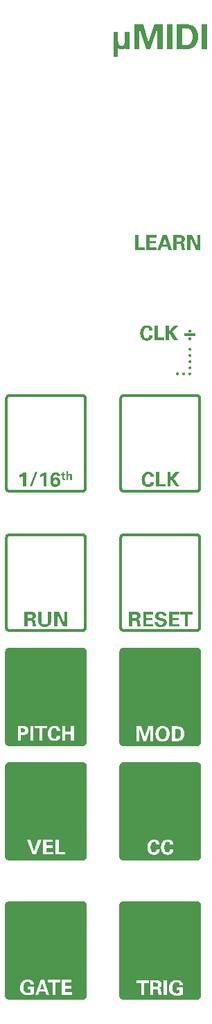
<source format=gto>
G04 #@! TF.GenerationSoftware,KiCad,Pcbnew,(6.0.10)*
G04 #@! TF.CreationDate,2023-01-23T22:24:19-05:00*
G04 #@! TF.ProjectId,umidi,756d6964-692e-46b6-9963-61645f706362,rev?*
G04 #@! TF.SameCoordinates,Original*
G04 #@! TF.FileFunction,Legend,Top*
G04 #@! TF.FilePolarity,Positive*
%FSLAX46Y46*%
G04 Gerber Fmt 4.6, Leading zero omitted, Abs format (unit mm)*
G04 Created by KiCad (PCBNEW (6.0.10)) date 2023-01-23 22:24:19*
%MOMM*%
%LPD*%
G01*
G04 APERTURE LIST*
%ADD10C,0.000000*%
G04 APERTURE END LIST*
D10*
G36*
X150510139Y-40591977D02*
G01*
X149853950Y-40591977D01*
X149853950Y-37522849D01*
X150510139Y-37522849D01*
X150510139Y-40591977D01*
G37*
G36*
X143337930Y-39759432D02*
G01*
X144036453Y-37533432D01*
X145077183Y-37533432D01*
X145077183Y-40591977D01*
X144424522Y-40591977D01*
X144424522Y-37967343D01*
X143591938Y-40591977D01*
X143048643Y-40591977D01*
X142233698Y-37967343D01*
X142233698Y-40591977D01*
X141619844Y-40591977D01*
X141619844Y-37533432D01*
X142692323Y-37533432D01*
X143337930Y-39759432D01*
G37*
G36*
X146276664Y-40591977D02*
G01*
X145620475Y-40591977D01*
X145620475Y-37522849D01*
X146276664Y-37522849D01*
X146276664Y-40591977D01*
G37*
G36*
X147832468Y-37540487D02*
G01*
X147911219Y-37542334D01*
X148016635Y-37547322D01*
X148077548Y-37551976D01*
X148142971Y-37558594D01*
X148212188Y-37567569D01*
X148284480Y-37579292D01*
X148359128Y-37594158D01*
X148435414Y-37612558D01*
X148512620Y-37634885D01*
X148590028Y-37661533D01*
X148666919Y-37692893D01*
X148742575Y-37729359D01*
X148779715Y-37749629D01*
X148816277Y-37771323D01*
X148852171Y-37794490D01*
X148887308Y-37819178D01*
X148922628Y-37846218D01*
X148956502Y-37874390D01*
X148988951Y-37903651D01*
X149019996Y-37933954D01*
X149049659Y-37965254D01*
X149077961Y-37997506D01*
X149104923Y-38030666D01*
X149130566Y-38064686D01*
X149177984Y-38135133D01*
X149220383Y-38208483D01*
X149257935Y-38284376D01*
X149290810Y-38362449D01*
X149319179Y-38442342D01*
X149343212Y-38523692D01*
X149363080Y-38606137D01*
X149378953Y-38689316D01*
X149391002Y-38772867D01*
X149399397Y-38856428D01*
X149404309Y-38939639D01*
X149405908Y-39022136D01*
X149404443Y-39108798D01*
X149400101Y-39192847D01*
X149392961Y-39274293D01*
X149383101Y-39353150D01*
X149370600Y-39429428D01*
X149355538Y-39503139D01*
X149337992Y-39574295D01*
X149318042Y-39642906D01*
X149295766Y-39708986D01*
X149271244Y-39772545D01*
X149244554Y-39833596D01*
X149215774Y-39892149D01*
X149184985Y-39948217D01*
X149152264Y-40001810D01*
X149117690Y-40052942D01*
X149081342Y-40101622D01*
X149003641Y-40191678D01*
X148919790Y-40272070D01*
X148830419Y-40342891D01*
X148736160Y-40404236D01*
X148637643Y-40456196D01*
X148535497Y-40498864D01*
X148430355Y-40532335D01*
X148322845Y-40556700D01*
X148279518Y-40564293D01*
X148232884Y-40571142D01*
X148180958Y-40577164D01*
X148121756Y-40582276D01*
X148053292Y-40586396D01*
X147973584Y-40589442D01*
X147880647Y-40591330D01*
X147772495Y-40591977D01*
X146819963Y-40591977D01*
X146819963Y-40087511D01*
X147483204Y-40087511D01*
X147542791Y-40090102D01*
X147610649Y-40092362D01*
X147679168Y-40093960D01*
X147740742Y-40094567D01*
X147843416Y-40093285D01*
X147893350Y-40091358D01*
X147942328Y-40088283D01*
X147990334Y-40083844D01*
X148037353Y-40077824D01*
X148083370Y-40070005D01*
X148128369Y-40060171D01*
X148172334Y-40048105D01*
X148215251Y-40033589D01*
X148257102Y-40016407D01*
X148297874Y-39996341D01*
X148337550Y-39973175D01*
X148376115Y-39946691D01*
X148413553Y-39916673D01*
X148449850Y-39882902D01*
X148473298Y-39858186D01*
X148495381Y-39832385D01*
X148516140Y-39805593D01*
X148535615Y-39777904D01*
X148570878Y-39720209D01*
X148601495Y-39660049D01*
X148627791Y-39598173D01*
X148650093Y-39535331D01*
X148668725Y-39472272D01*
X148684014Y-39409745D01*
X148696285Y-39348500D01*
X148705863Y-39289285D01*
X148713075Y-39232851D01*
X148718245Y-39179946D01*
X148723764Y-39087722D01*
X148725025Y-39018608D01*
X148723261Y-38938345D01*
X148717859Y-38859198D01*
X148708653Y-38781540D01*
X148695479Y-38705742D01*
X148678170Y-38632176D01*
X148656562Y-38561215D01*
X148630489Y-38493230D01*
X148599785Y-38428594D01*
X148564286Y-38367679D01*
X148523825Y-38310856D01*
X148501683Y-38284096D01*
X148478238Y-38258498D01*
X148453471Y-38234110D01*
X148427359Y-38210977D01*
X148399884Y-38189147D01*
X148371023Y-38168665D01*
X148340757Y-38149579D01*
X148309064Y-38131934D01*
X148275925Y-38115778D01*
X148241318Y-38101156D01*
X148205222Y-38088115D01*
X148167617Y-38076703D01*
X148141947Y-38069639D01*
X148115057Y-38063019D01*
X148086720Y-38056875D01*
X148056709Y-38051237D01*
X148024796Y-38046137D01*
X147990754Y-38041605D01*
X147954355Y-38037672D01*
X147915373Y-38034370D01*
X147873579Y-38031729D01*
X147828746Y-38029781D01*
X147780647Y-38028556D01*
X147729055Y-38028086D01*
X147673742Y-38028401D01*
X147614480Y-38029533D01*
X147551044Y-38031512D01*
X147483204Y-38034370D01*
X147483204Y-40087511D01*
X146819963Y-40087511D01*
X146819963Y-37540487D01*
X147832468Y-37540487D01*
G37*
G36*
X139626585Y-39487796D02*
G01*
X139628817Y-39630945D01*
X139632259Y-39698324D01*
X139637830Y-39762519D01*
X139645964Y-39823241D01*
X139657095Y-39880202D01*
X139671658Y-39933111D01*
X139690087Y-39981679D01*
X139700886Y-40004245D01*
X139712815Y-40025617D01*
X139725927Y-40045760D01*
X139740276Y-40064636D01*
X139755918Y-40082210D01*
X139772906Y-40098446D01*
X139791294Y-40113307D01*
X139811137Y-40126757D01*
X139832489Y-40138761D01*
X139855405Y-40149281D01*
X139879938Y-40158282D01*
X139906142Y-40165728D01*
X139934073Y-40171582D01*
X139963784Y-40175808D01*
X139995330Y-40178370D01*
X140028764Y-40179232D01*
X140065343Y-40178110D01*
X140099717Y-40174804D01*
X140131953Y-40169402D01*
X140162122Y-40161993D01*
X140190290Y-40152668D01*
X140216527Y-40141514D01*
X140240900Y-40128622D01*
X140263480Y-40114080D01*
X140284333Y-40097977D01*
X140303528Y-40080402D01*
X140321135Y-40061446D01*
X140337221Y-40041196D01*
X140351855Y-40019742D01*
X140365105Y-39997173D01*
X140377040Y-39973579D01*
X140387728Y-39949048D01*
X140397238Y-39923669D01*
X140405638Y-39897532D01*
X140412997Y-39870726D01*
X140419383Y-39843340D01*
X140424864Y-39815462D01*
X140429510Y-39787184D01*
X140436567Y-39729777D01*
X140441103Y-39671833D01*
X140443665Y-39614064D01*
X140444800Y-39557185D01*
X140445057Y-39501907D01*
X140445057Y-38457698D01*
X140991880Y-38457698D01*
X140991880Y-40595505D01*
X140526199Y-40595505D01*
X140526199Y-40341508D01*
X140498196Y-40384474D01*
X140481797Y-40407828D01*
X140463579Y-40431906D01*
X140443376Y-40456314D01*
X140421023Y-40480660D01*
X140396356Y-40504552D01*
X140383102Y-40516204D01*
X140369207Y-40527596D01*
X140354651Y-40538677D01*
X140339413Y-40549399D01*
X140323472Y-40559713D01*
X140306807Y-40569570D01*
X140289399Y-40578920D01*
X140271225Y-40587715D01*
X140252266Y-40595905D01*
X140232501Y-40603442D01*
X140211909Y-40610276D01*
X140190469Y-40616357D01*
X140168162Y-40621638D01*
X140144965Y-40626069D01*
X140120859Y-40629601D01*
X140095823Y-40632184D01*
X140069836Y-40633770D01*
X140042877Y-40634309D01*
X140018233Y-40633923D01*
X139994557Y-40632785D01*
X139971826Y-40630932D01*
X139950015Y-40628398D01*
X139929101Y-40625218D01*
X139909059Y-40621427D01*
X139871498Y-40612151D01*
X139837142Y-40600849D01*
X139805798Y-40587801D01*
X139777276Y-40573286D01*
X139751385Y-40557581D01*
X139727932Y-40540968D01*
X139706728Y-40523723D01*
X139687580Y-40506128D01*
X139670299Y-40488460D01*
X139654691Y-40470999D01*
X139640567Y-40454023D01*
X139616003Y-40422645D01*
X139616003Y-41491549D01*
X139083292Y-41491549D01*
X139083292Y-38454170D01*
X139626585Y-38454170D01*
X139626585Y-39487796D01*
G37*
G36*
X143094503Y-63317639D02*
G01*
X143090976Y-63317639D01*
X143094503Y-63317637D01*
X143094503Y-63317639D01*
G37*
G36*
X144301044Y-63610441D02*
G01*
X143479044Y-63610441D01*
X143479044Y-64040825D01*
X144248125Y-64040825D01*
X144248125Y-64337155D01*
X143479044Y-64337155D01*
X143479044Y-64823981D01*
X144329267Y-64823981D01*
X144329267Y-65123837D01*
X143094503Y-65123837D01*
X143094503Y-63317639D01*
X144301044Y-63317639D01*
X144301044Y-63610441D01*
G37*
G36*
X142085527Y-64816925D02*
G01*
X142858135Y-64816925D01*
X142858135Y-65123841D01*
X141690403Y-65123841D01*
X141690403Y-63321167D01*
X142085527Y-63321167D01*
X142085527Y-64816925D01*
G37*
G36*
X149324766Y-64739315D02*
G01*
X149324766Y-63317639D01*
X149684610Y-63317639D01*
X149684610Y-65123841D01*
X149151897Y-65123841D01*
X148453373Y-63624552D01*
X148453373Y-65123841D01*
X148090000Y-65123841D01*
X148090000Y-63317639D01*
X148647411Y-63317639D01*
X149324766Y-64739315D01*
G37*
G36*
X145556976Y-63317639D02*
G01*
X146184942Y-65123841D01*
X145796875Y-65123841D01*
X145666341Y-64735791D01*
X144950178Y-64735791D01*
X144816118Y-65123841D01*
X144445690Y-65123841D01*
X144691712Y-64442988D01*
X145048961Y-64442988D01*
X145567560Y-64442988D01*
X145317079Y-63673941D01*
X145048961Y-64442988D01*
X144691712Y-64442988D01*
X145098350Y-63317639D01*
X145556976Y-63317639D01*
G37*
G36*
X147081024Y-63317639D02*
G01*
X147156322Y-63317880D01*
X147230959Y-63319568D01*
X147267823Y-63321407D01*
X147304273Y-63324150D01*
X147340228Y-63327978D01*
X147375603Y-63333072D01*
X147410317Y-63339614D01*
X147444287Y-63347783D01*
X147477430Y-63357760D01*
X147509664Y-63369728D01*
X147540905Y-63383865D01*
X147571072Y-63400354D01*
X147600081Y-63419375D01*
X147627849Y-63441109D01*
X147648236Y-63459990D01*
X147667083Y-63479549D01*
X147684421Y-63499717D01*
X147700281Y-63520428D01*
X147714694Y-63541614D01*
X147727691Y-63563209D01*
X147739303Y-63585144D01*
X147749561Y-63607354D01*
X147758496Y-63629770D01*
X147766139Y-63652326D01*
X147772521Y-63674954D01*
X147777674Y-63697587D01*
X147781627Y-63720159D01*
X147784412Y-63742601D01*
X147786061Y-63764847D01*
X147786604Y-63786829D01*
X147785771Y-63817820D01*
X147783333Y-63847320D01*
X147779380Y-63875366D01*
X147774001Y-63901997D01*
X147767286Y-63927251D01*
X147759325Y-63951165D01*
X147750208Y-63973779D01*
X147740024Y-63995130D01*
X147728864Y-64015256D01*
X147716817Y-64034196D01*
X147703972Y-64051987D01*
X147690420Y-64068668D01*
X147676251Y-64084277D01*
X147661554Y-64098851D01*
X147646419Y-64112429D01*
X147630935Y-64125050D01*
X147599283Y-64147569D01*
X147567316Y-64166714D01*
X147535752Y-64182789D01*
X147505309Y-64196100D01*
X147476706Y-64206951D01*
X147450661Y-64215648D01*
X147409118Y-64227795D01*
X147433859Y-64230491D01*
X147457181Y-64233943D01*
X147479130Y-64238141D01*
X147499755Y-64243077D01*
X147519103Y-64248742D01*
X147537223Y-64255126D01*
X147554162Y-64262221D01*
X147569968Y-64270018D01*
X147584689Y-64278506D01*
X147598372Y-64287679D01*
X147611066Y-64297525D01*
X147622817Y-64308037D01*
X147633675Y-64319205D01*
X147643687Y-64331021D01*
X147652900Y-64343475D01*
X147661363Y-64356557D01*
X147669122Y-64370260D01*
X147676227Y-64384574D01*
X147682725Y-64399490D01*
X147688663Y-64414999D01*
X147694089Y-64431092D01*
X147699052Y-64447760D01*
X147707777Y-64482784D01*
X147715220Y-64519999D01*
X147721764Y-64559333D01*
X147733684Y-64644068D01*
X147752427Y-64780988D01*
X147767200Y-64879544D01*
X147773512Y-64916916D01*
X147779328Y-64947673D01*
X147784813Y-64972808D01*
X147790132Y-64993313D01*
X147794022Y-65007801D01*
X147797766Y-65020915D01*
X147801387Y-65032768D01*
X147804905Y-65043473D01*
X147808339Y-65053145D01*
X147811712Y-65061897D01*
X147815044Y-65069843D01*
X147818355Y-65077097D01*
X147821666Y-65083772D01*
X147824997Y-65089981D01*
X147831806Y-65101461D01*
X147846580Y-65123841D01*
X147419704Y-65123841D01*
X147400301Y-64993975D01*
X147372960Y-64799288D01*
X147344296Y-64609893D01*
X147331535Y-64539090D01*
X147325910Y-64513497D01*
X147320924Y-64495903D01*
X147317444Y-64486609D01*
X147313629Y-64477895D01*
X147309497Y-64469743D01*
X147305063Y-64462135D01*
X147300345Y-64455051D01*
X147295359Y-64448473D01*
X147290123Y-64442381D01*
X147284653Y-64436758D01*
X147278966Y-64431585D01*
X147273079Y-64426843D01*
X147267008Y-64422512D01*
X147260771Y-64418576D01*
X147254384Y-64415013D01*
X147247863Y-64411807D01*
X147241227Y-64408938D01*
X147234491Y-64406387D01*
X147227672Y-64404136D01*
X147220787Y-64402166D01*
X147206887Y-64398994D01*
X147192925Y-64396721D01*
X147179036Y-64395197D01*
X147165353Y-64394273D01*
X147152011Y-64393799D01*
X147126888Y-64393599D01*
X146788212Y-64393599D01*
X146788212Y-65123841D01*
X146393087Y-65123841D01*
X146393087Y-64107851D01*
X146770571Y-64107851D01*
X147084553Y-64107851D01*
X147103604Y-64107755D01*
X147125840Y-64107080D01*
X147137906Y-64106344D01*
X147150473Y-64105247D01*
X147163443Y-64103715D01*
X147176718Y-64101678D01*
X147190200Y-64099061D01*
X147203791Y-64095793D01*
X147217392Y-64091802D01*
X147230905Y-64087015D01*
X147244231Y-64081360D01*
X147257274Y-64074765D01*
X147263658Y-64071091D01*
X147269934Y-64067156D01*
X147276090Y-64062949D01*
X147282114Y-64058462D01*
X147287874Y-64054032D01*
X147294462Y-64048651D01*
X147301711Y-64042278D01*
X147309456Y-64034871D01*
X147317531Y-64026389D01*
X147325772Y-64016791D01*
X147334013Y-64006036D01*
X147338082Y-64000211D01*
X147342089Y-63994081D01*
X147346013Y-63987642D01*
X147349834Y-63980887D01*
X147353530Y-63973811D01*
X147357082Y-63966411D01*
X147360469Y-63958679D01*
X147363669Y-63950612D01*
X147366663Y-63942203D01*
X147369430Y-63933448D01*
X147371948Y-63924342D01*
X147374198Y-63914880D01*
X147376158Y-63905055D01*
X147377808Y-63894864D01*
X147379128Y-63884301D01*
X147380096Y-63873360D01*
X147380692Y-63862037D01*
X147380895Y-63850327D01*
X147380213Y-63827373D01*
X147378249Y-63806093D01*
X147375128Y-63786426D01*
X147370973Y-63768308D01*
X147365909Y-63751679D01*
X147360059Y-63736476D01*
X147353547Y-63722637D01*
X147346498Y-63710101D01*
X147339036Y-63698804D01*
X147331284Y-63688686D01*
X147323367Y-63679684D01*
X147315409Y-63671736D01*
X147307533Y-63664780D01*
X147299864Y-63658755D01*
X147292526Y-63653598D01*
X147285642Y-63649246D01*
X147274224Y-63641795D01*
X147262429Y-63635273D01*
X147250210Y-63629620D01*
X147237521Y-63624772D01*
X147224314Y-63620669D01*
X147210545Y-63617248D01*
X147196165Y-63614447D01*
X147181130Y-63612205D01*
X147165391Y-63610458D01*
X147148904Y-63609145D01*
X147131620Y-63608205D01*
X147113494Y-63607574D01*
X147074528Y-63606996D01*
X147031635Y-63606913D01*
X146770571Y-63606913D01*
X146770571Y-64107851D01*
X146393087Y-64107851D01*
X146393087Y-63317639D01*
X147081024Y-63317639D01*
G37*
G36*
X148569797Y-75213160D02*
G01*
X148195841Y-75213160D01*
X148195841Y-74846274D01*
X148569797Y-74846274D01*
X148569797Y-75213160D01*
G37*
G36*
X149046062Y-75661181D02*
G01*
X147716047Y-75661181D01*
X147716047Y-75340159D01*
X149046062Y-75340159D01*
X149046062Y-75661181D01*
G37*
G36*
X148569797Y-76158591D02*
G01*
X148195841Y-76158591D01*
X148195841Y-75791708D01*
X148569797Y-75791708D01*
X148569797Y-76158591D01*
G37*
G36*
X146248443Y-75167296D02*
G01*
X146968136Y-76162115D01*
X146484812Y-76162115D01*
X145853319Y-75241377D01*
X145853319Y-76162115D01*
X145465252Y-76162115D01*
X145465252Y-74362974D01*
X145468780Y-74366503D01*
X145856847Y-74366503D01*
X145856847Y-75142603D01*
X146460117Y-74359446D01*
X146911688Y-74359446D01*
X146248443Y-75167296D01*
G37*
G36*
X144477440Y-75858732D02*
G01*
X145250047Y-75858732D01*
X145250047Y-76165644D01*
X144082313Y-76165644D01*
X144082313Y-74362974D01*
X144477440Y-74362974D01*
X144477440Y-75858732D01*
G37*
G36*
X143191175Y-74349563D02*
G01*
X143227160Y-74351646D01*
X143262403Y-74355090D01*
X143296875Y-74359874D01*
X143330546Y-74365976D01*
X143363387Y-74373374D01*
X143395367Y-74382045D01*
X143426457Y-74391969D01*
X143456627Y-74403122D01*
X143485847Y-74415483D01*
X143514088Y-74429030D01*
X143541320Y-74443741D01*
X143567513Y-74459594D01*
X143592638Y-74476567D01*
X143616665Y-74494639D01*
X143639564Y-74513786D01*
X143661305Y-74533988D01*
X143681859Y-74555222D01*
X143701196Y-74577466D01*
X143719286Y-74600698D01*
X143736099Y-74624897D01*
X143751607Y-74650040D01*
X143765779Y-74676106D01*
X143778585Y-74703072D01*
X143789995Y-74730916D01*
X143799981Y-74759617D01*
X143808512Y-74789153D01*
X143815559Y-74819501D01*
X143821091Y-74850640D01*
X143825079Y-74882547D01*
X143827494Y-74915201D01*
X143828306Y-74948580D01*
X143433181Y-74948580D01*
X143433183Y-74952109D01*
X143429428Y-74920235D01*
X143426214Y-74899229D01*
X143421662Y-74875711D01*
X143415435Y-74850333D01*
X143407198Y-74823746D01*
X143396616Y-74796600D01*
X143390339Y-74783022D01*
X143383351Y-74769548D01*
X143375607Y-74756260D01*
X143367068Y-74743240D01*
X143357689Y-74730568D01*
X143347431Y-74718326D01*
X143336250Y-74706597D01*
X143324104Y-74695460D01*
X143310952Y-74684997D01*
X143296752Y-74675291D01*
X143281461Y-74666421D01*
X143265038Y-74658470D01*
X143247440Y-74651519D01*
X143228626Y-74645649D01*
X143208554Y-74640942D01*
X143187181Y-74637479D01*
X143164467Y-74635342D01*
X143140367Y-74634611D01*
X143114061Y-74635483D01*
X143088719Y-74638069D01*
X143064331Y-74642329D01*
X143040890Y-74648219D01*
X143018386Y-74655699D01*
X142996812Y-74664725D01*
X142976160Y-74675257D01*
X142956420Y-74687251D01*
X142937584Y-74700667D01*
X142919645Y-74715462D01*
X142902593Y-74731594D01*
X142886420Y-74749021D01*
X142871118Y-74767701D01*
X142856678Y-74787592D01*
X142843093Y-74808653D01*
X142830353Y-74830840D01*
X142818450Y-74854113D01*
X142807376Y-74878429D01*
X142797122Y-74903747D01*
X142787681Y-74930023D01*
X142779042Y-74957217D01*
X142771200Y-74985286D01*
X142764143Y-75014188D01*
X142757866Y-75043882D01*
X142752358Y-75074325D01*
X142747612Y-75105475D01*
X142740371Y-75169730D01*
X142736076Y-75236311D01*
X142734659Y-75304880D01*
X142735396Y-75361945D01*
X142737147Y-75401479D01*
X142740557Y-75446542D01*
X142746179Y-75495780D01*
X142754565Y-75547840D01*
X142766269Y-75601368D01*
X142781844Y-75655009D01*
X142791256Y-75681449D01*
X142801843Y-75707409D01*
X142813674Y-75732722D01*
X142826818Y-75757216D01*
X142841345Y-75780723D01*
X142857323Y-75803074D01*
X142874821Y-75824100D01*
X142893910Y-75843631D01*
X142914657Y-75861498D01*
X142937132Y-75877532D01*
X142961405Y-75891563D01*
X142987543Y-75903423D01*
X143015617Y-75912942D01*
X143045696Y-75919951D01*
X143077848Y-75924280D01*
X143112142Y-75925761D01*
X143142453Y-75924553D01*
X143172392Y-75920896D01*
X143187157Y-75918133D01*
X143201752Y-75914738D01*
X143216151Y-75910705D01*
X143230327Y-75906028D01*
X143244255Y-75900699D01*
X143257909Y-75894712D01*
X143271264Y-75888062D01*
X143284293Y-75880741D01*
X143296971Y-75872743D01*
X143309271Y-75864062D01*
X143321168Y-75854691D01*
X143332636Y-75844623D01*
X143343650Y-75833853D01*
X143354183Y-75822374D01*
X143364209Y-75810178D01*
X143373703Y-75797261D01*
X143382639Y-75783615D01*
X143390991Y-75769234D01*
X143398734Y-75754111D01*
X143405840Y-75738240D01*
X143412285Y-75721615D01*
X143418043Y-75704229D01*
X143423087Y-75686075D01*
X143427393Y-75667148D01*
X143430934Y-75647440D01*
X143433684Y-75626946D01*
X143435617Y-75605658D01*
X143436708Y-75583571D01*
X143842416Y-75583571D01*
X143839350Y-75626070D01*
X143834424Y-75673530D01*
X143830785Y-75698810D01*
X143826107Y-75724958D01*
X143820199Y-75751850D01*
X143812871Y-75779362D01*
X143803929Y-75807370D01*
X143793185Y-75835750D01*
X143780445Y-75864379D01*
X143765520Y-75893131D01*
X143748217Y-75921883D01*
X143738614Y-75936220D01*
X143728346Y-75950511D01*
X143717387Y-75964740D01*
X143705715Y-75978891D01*
X143693305Y-75992949D01*
X143680134Y-76006899D01*
X143649851Y-76036481D01*
X143618623Y-76063143D01*
X143586578Y-76087024D01*
X143553846Y-76108266D01*
X143520556Y-76127006D01*
X143486837Y-76143384D01*
X143452818Y-76157541D01*
X143418629Y-76169615D01*
X143384398Y-76179746D01*
X143350255Y-76188074D01*
X143316329Y-76194737D01*
X143282750Y-76199876D01*
X143249646Y-76203631D01*
X143217146Y-76206140D01*
X143185380Y-76207543D01*
X143154478Y-76207979D01*
X143097481Y-76206650D01*
X143042884Y-76202720D01*
X142990649Y-76196274D01*
X142940737Y-76187399D01*
X142893109Y-76176180D01*
X142847727Y-76162704D01*
X142804551Y-76147056D01*
X142763543Y-76129322D01*
X142724665Y-76109588D01*
X142687876Y-76087941D01*
X142653139Y-76064465D01*
X142620416Y-76039247D01*
X142589666Y-76012373D01*
X142560851Y-75983929D01*
X142533934Y-75954001D01*
X142508873Y-75922674D01*
X142485632Y-75890034D01*
X142464172Y-75856168D01*
X142444453Y-75821160D01*
X142426436Y-75785099D01*
X142410084Y-75748068D01*
X142395357Y-75710154D01*
X142382217Y-75671443D01*
X142370624Y-75632021D01*
X142351927Y-75551387D01*
X142338956Y-75468939D01*
X142331400Y-75385365D01*
X142328951Y-75301352D01*
X142332679Y-75196475D01*
X142337302Y-75145799D01*
X142343731Y-75096343D01*
X142351939Y-75048143D01*
X142361903Y-75001233D01*
X142373597Y-74955650D01*
X142386995Y-74911426D01*
X142402073Y-74868598D01*
X142418806Y-74827200D01*
X142437167Y-74787267D01*
X142457133Y-74748833D01*
X142478677Y-74711935D01*
X142501775Y-74676606D01*
X142526401Y-74642882D01*
X142552530Y-74610797D01*
X142580138Y-74580387D01*
X142609198Y-74551685D01*
X142639686Y-74524728D01*
X142671576Y-74499550D01*
X142704844Y-74476185D01*
X142739463Y-74454669D01*
X142775409Y-74435037D01*
X142812658Y-74417324D01*
X142851182Y-74401563D01*
X142890958Y-74387791D01*
X142931959Y-74376042D01*
X142974162Y-74366351D01*
X143017540Y-74358753D01*
X143062069Y-74353282D01*
X143107723Y-74349974D01*
X143154478Y-74348864D01*
X143191175Y-74349563D01*
G37*
G36*
X148412864Y-77107779D02*
G01*
X148421626Y-77108449D01*
X148430263Y-77109551D01*
X148438763Y-77111075D01*
X148447117Y-77113009D01*
X148455312Y-77115344D01*
X148463337Y-77118067D01*
X148471183Y-77121168D01*
X148478837Y-77124637D01*
X148486289Y-77128461D01*
X148493528Y-77132630D01*
X148500543Y-77137133D01*
X148507323Y-77141959D01*
X148513856Y-77147097D01*
X148520133Y-77152535D01*
X148526141Y-77158264D01*
X148531870Y-77164272D01*
X148537309Y-77170548D01*
X148542448Y-77177081D01*
X148547274Y-77183861D01*
X148551777Y-77190875D01*
X148555946Y-77198113D01*
X148559771Y-77205565D01*
X148563239Y-77213219D01*
X148566340Y-77221064D01*
X148569064Y-77229089D01*
X148571399Y-77237283D01*
X148573333Y-77245636D01*
X148574857Y-77254136D01*
X148575960Y-77262772D01*
X148576629Y-77271533D01*
X148576854Y-77280409D01*
X148576629Y-77289285D01*
X148575960Y-77298047D01*
X148574857Y-77306683D01*
X148573333Y-77315184D01*
X148571399Y-77323536D01*
X148569064Y-77331731D01*
X148566340Y-77339756D01*
X148563239Y-77347602D01*
X148559771Y-77355256D01*
X148555946Y-77362707D01*
X148551777Y-77369946D01*
X148547274Y-77376960D01*
X148542448Y-77383740D01*
X148537309Y-77390273D01*
X148531870Y-77396549D01*
X148526141Y-77402557D01*
X148520133Y-77408286D01*
X148513856Y-77413725D01*
X148507323Y-77418863D01*
X148500543Y-77423689D01*
X148493528Y-77428192D01*
X148486289Y-77432361D01*
X148478837Y-77436185D01*
X148471183Y-77439653D01*
X148463337Y-77442755D01*
X148455312Y-77445478D01*
X148447117Y-77447813D01*
X148438763Y-77449747D01*
X148430263Y-77451271D01*
X148421626Y-77452373D01*
X148412864Y-77453043D01*
X148403988Y-77453268D01*
X148395111Y-77453043D01*
X148386349Y-77452373D01*
X148377713Y-77451271D01*
X148369212Y-77449747D01*
X148360859Y-77447813D01*
X148352664Y-77445478D01*
X148344638Y-77442755D01*
X148336793Y-77439653D01*
X148329139Y-77436185D01*
X148321687Y-77432361D01*
X148314448Y-77428192D01*
X148307433Y-77423689D01*
X148300653Y-77418863D01*
X148294120Y-77413725D01*
X148287843Y-77408286D01*
X148281835Y-77402557D01*
X148276106Y-77396549D01*
X148270666Y-77390273D01*
X148265528Y-77383740D01*
X148260702Y-77376960D01*
X148256199Y-77369946D01*
X148252029Y-77362707D01*
X148248205Y-77355256D01*
X148244737Y-77347602D01*
X148241635Y-77339756D01*
X148238911Y-77331731D01*
X148236577Y-77323536D01*
X148234642Y-77315184D01*
X148233118Y-77306683D01*
X148232016Y-77298047D01*
X148231346Y-77289285D01*
X148231121Y-77280409D01*
X148231346Y-77271533D01*
X148232016Y-77262772D01*
X148233118Y-77254136D01*
X148234642Y-77245636D01*
X148236577Y-77237283D01*
X148238911Y-77229089D01*
X148241635Y-77221064D01*
X148244737Y-77213219D01*
X148248205Y-77205565D01*
X148252029Y-77198113D01*
X148256199Y-77190875D01*
X148260702Y-77183861D01*
X148265528Y-77177081D01*
X148270666Y-77170548D01*
X148276106Y-77164272D01*
X148281835Y-77158264D01*
X148287843Y-77152535D01*
X148294120Y-77147097D01*
X148300653Y-77141959D01*
X148307433Y-77137133D01*
X148314448Y-77132630D01*
X148321687Y-77128461D01*
X148329139Y-77124637D01*
X148336793Y-77121168D01*
X148344638Y-77118067D01*
X148352664Y-77115344D01*
X148360859Y-77113009D01*
X148369212Y-77111075D01*
X148377713Y-77109551D01*
X148386349Y-77108449D01*
X148395111Y-77107779D01*
X148403988Y-77107554D01*
X148412864Y-77107779D01*
G37*
G36*
X148412864Y-77855658D02*
G01*
X148421626Y-77856328D01*
X148430263Y-77857430D01*
X148438763Y-77858954D01*
X148447117Y-77860888D01*
X148455312Y-77863223D01*
X148463337Y-77865946D01*
X148471183Y-77869048D01*
X148478837Y-77872516D01*
X148486289Y-77876340D01*
X148493528Y-77880509D01*
X148500543Y-77885012D01*
X148507323Y-77889838D01*
X148513856Y-77894976D01*
X148520133Y-77900415D01*
X148526141Y-77906144D01*
X148531870Y-77912152D01*
X148537309Y-77918428D01*
X148542448Y-77924961D01*
X148547274Y-77931741D01*
X148551777Y-77938755D01*
X148555946Y-77945994D01*
X148559771Y-77953446D01*
X148563239Y-77961099D01*
X148566340Y-77968945D01*
X148569064Y-77976970D01*
X148571399Y-77985165D01*
X148573333Y-77993518D01*
X148574857Y-78002018D01*
X148575960Y-78010654D01*
X148576629Y-78019416D01*
X148576854Y-78028292D01*
X148576629Y-78037168D01*
X148575960Y-78045929D01*
X148574857Y-78054565D01*
X148573333Y-78063065D01*
X148571399Y-78071418D01*
X148569064Y-78079613D01*
X148566340Y-78087638D01*
X148563239Y-78095483D01*
X148559771Y-78103137D01*
X148555946Y-78110588D01*
X148551777Y-78117827D01*
X148547274Y-78124842D01*
X148542448Y-78131621D01*
X148537309Y-78138154D01*
X148531870Y-78144430D01*
X148526141Y-78150439D01*
X148520133Y-78156168D01*
X148513856Y-78161607D01*
X148507323Y-78166745D01*
X148500543Y-78171571D01*
X148493528Y-78176074D01*
X148486289Y-78180243D01*
X148478837Y-78184067D01*
X148471183Y-78187536D01*
X148463337Y-78190637D01*
X148455312Y-78193361D01*
X148447117Y-78195695D01*
X148438763Y-78197630D01*
X148430263Y-78199154D01*
X148421626Y-78200256D01*
X148412864Y-78200926D01*
X148403988Y-78201151D01*
X148395111Y-78200926D01*
X148386349Y-78200256D01*
X148377713Y-78199154D01*
X148369212Y-78197630D01*
X148360859Y-78195695D01*
X148352664Y-78193361D01*
X148344638Y-78190637D01*
X148336793Y-78187536D01*
X148329139Y-78184067D01*
X148321687Y-78180243D01*
X148314448Y-78176074D01*
X148307433Y-78171571D01*
X148300653Y-78166745D01*
X148294120Y-78161607D01*
X148287843Y-78156168D01*
X148281835Y-78150439D01*
X148276106Y-78144430D01*
X148270666Y-78138154D01*
X148265528Y-78131621D01*
X148260702Y-78124842D01*
X148256199Y-78117827D01*
X148252029Y-78110588D01*
X148248205Y-78103137D01*
X148244737Y-78095483D01*
X148241635Y-78087638D01*
X148238911Y-78079613D01*
X148236577Y-78071418D01*
X148234642Y-78063065D01*
X148233118Y-78054565D01*
X148232016Y-78045929D01*
X148231346Y-78037168D01*
X148231121Y-78028292D01*
X148231346Y-78019416D01*
X148232016Y-78010654D01*
X148233118Y-78002018D01*
X148234642Y-77993518D01*
X148236577Y-77985165D01*
X148238911Y-77976970D01*
X148241635Y-77968945D01*
X148244737Y-77961099D01*
X148248205Y-77953446D01*
X148252029Y-77945994D01*
X148256199Y-77938755D01*
X148260702Y-77931741D01*
X148265528Y-77924961D01*
X148270666Y-77918428D01*
X148276106Y-77912152D01*
X148281835Y-77906144D01*
X148287843Y-77900415D01*
X148294120Y-77894976D01*
X148300653Y-77889838D01*
X148307433Y-77885012D01*
X148314448Y-77880509D01*
X148321687Y-77876340D01*
X148329139Y-77872516D01*
X148336793Y-77869048D01*
X148344638Y-77865946D01*
X148352664Y-77863223D01*
X148360859Y-77860888D01*
X148369212Y-77858954D01*
X148377713Y-77857430D01*
X148386349Y-77856328D01*
X148395111Y-77855658D01*
X148403988Y-77855433D01*
X148412864Y-77855658D01*
G37*
G36*
X148412864Y-78607066D02*
G01*
X148421626Y-78607735D01*
X148430263Y-78608837D01*
X148438763Y-78610361D01*
X148447117Y-78612296D01*
X148455312Y-78614630D01*
X148463337Y-78617354D01*
X148471183Y-78620455D01*
X148478837Y-78623923D01*
X148486289Y-78627748D01*
X148493528Y-78631917D01*
X148500543Y-78636420D01*
X148507323Y-78641246D01*
X148513856Y-78646384D01*
X148520133Y-78651822D01*
X148526141Y-78657552D01*
X148531870Y-78663560D01*
X148537309Y-78669836D01*
X148542448Y-78676369D01*
X148547274Y-78683148D01*
X148551777Y-78690163D01*
X148555946Y-78697401D01*
X148559771Y-78704853D01*
X148563239Y-78712507D01*
X148566340Y-78720352D01*
X148569064Y-78728378D01*
X148571399Y-78736572D01*
X148573333Y-78744925D01*
X148574857Y-78753425D01*
X148575960Y-78762062D01*
X148576629Y-78770823D01*
X148576854Y-78779700D01*
X148576629Y-78788575D01*
X148575960Y-78797337D01*
X148574857Y-78805973D01*
X148573333Y-78814473D01*
X148571399Y-78822825D01*
X148569064Y-78831020D01*
X148566340Y-78839045D01*
X148563239Y-78846890D01*
X148559771Y-78854544D01*
X148555946Y-78861995D01*
X148551777Y-78869234D01*
X148547274Y-78876248D01*
X148542448Y-78883027D01*
X148537309Y-78889560D01*
X148531870Y-78895836D01*
X148526141Y-78901844D01*
X148520133Y-78907573D01*
X148513856Y-78913012D01*
X148507323Y-78918150D01*
X148500543Y-78922976D01*
X148493528Y-78927479D01*
X148486289Y-78931648D01*
X148478837Y-78935472D01*
X148471183Y-78938940D01*
X148463337Y-78942041D01*
X148455312Y-78944765D01*
X148447117Y-78947099D01*
X148438763Y-78949034D01*
X148430263Y-78950558D01*
X148421626Y-78951660D01*
X148412864Y-78952329D01*
X148403988Y-78952555D01*
X148395111Y-78952329D01*
X148386349Y-78951660D01*
X148377713Y-78950558D01*
X148369212Y-78949034D01*
X148360859Y-78947099D01*
X148352664Y-78944765D01*
X148344638Y-78942041D01*
X148336793Y-78938940D01*
X148329139Y-78935472D01*
X148321687Y-78931648D01*
X148314448Y-78927479D01*
X148307433Y-78922976D01*
X148300653Y-78918150D01*
X148294120Y-78913012D01*
X148287843Y-78907573D01*
X148281835Y-78901844D01*
X148276106Y-78895836D01*
X148270666Y-78889560D01*
X148265528Y-78883027D01*
X148260702Y-78876248D01*
X148256199Y-78869234D01*
X148252029Y-78861995D01*
X148248205Y-78854544D01*
X148244737Y-78846890D01*
X148241635Y-78839045D01*
X148238911Y-78831020D01*
X148236577Y-78822825D01*
X148234642Y-78814473D01*
X148233118Y-78805973D01*
X148232016Y-78797337D01*
X148231346Y-78788575D01*
X148231121Y-78779700D01*
X148231346Y-78770823D01*
X148232016Y-78762062D01*
X148233118Y-78753425D01*
X148234642Y-78744925D01*
X148236577Y-78736572D01*
X148238911Y-78728378D01*
X148241635Y-78720352D01*
X148244737Y-78712507D01*
X148248205Y-78704853D01*
X148252029Y-78697401D01*
X148256199Y-78690163D01*
X148260702Y-78683148D01*
X148265528Y-78676369D01*
X148270666Y-78669836D01*
X148276106Y-78663560D01*
X148281835Y-78657552D01*
X148287843Y-78651822D01*
X148294120Y-78646384D01*
X148300653Y-78641246D01*
X148307433Y-78636420D01*
X148314448Y-78631917D01*
X148321687Y-78627748D01*
X148329139Y-78623923D01*
X148336793Y-78620455D01*
X148344638Y-78617354D01*
X148352664Y-78614630D01*
X148360859Y-78612296D01*
X148369212Y-78610361D01*
X148377713Y-78608837D01*
X148386349Y-78607735D01*
X148395111Y-78607066D01*
X148403988Y-78606840D01*
X148412864Y-78607066D01*
G37*
G36*
X148412864Y-79354951D02*
G01*
X148421626Y-79355650D01*
X148430263Y-79356800D01*
X148438763Y-79358388D01*
X148447117Y-79360403D01*
X148455312Y-79362832D01*
X148463337Y-79365662D01*
X148471183Y-79368882D01*
X148478837Y-79372480D01*
X148486289Y-79376442D01*
X148493528Y-79380757D01*
X148500543Y-79385412D01*
X148507323Y-79390396D01*
X148513856Y-79395695D01*
X148520133Y-79401298D01*
X148526141Y-79407192D01*
X148531870Y-79413366D01*
X148537309Y-79419806D01*
X148542448Y-79426501D01*
X148547274Y-79433437D01*
X148551777Y-79440604D01*
X148555946Y-79447988D01*
X148559771Y-79455578D01*
X148563239Y-79463361D01*
X148566340Y-79471325D01*
X148569064Y-79479457D01*
X148571399Y-79487746D01*
X148573333Y-79496178D01*
X148574857Y-79504743D01*
X148575960Y-79513427D01*
X148576629Y-79522217D01*
X148576854Y-79531103D01*
X148576629Y-79539979D01*
X148575960Y-79548741D01*
X148574857Y-79557378D01*
X148573333Y-79565878D01*
X148571399Y-79574231D01*
X148569064Y-79582425D01*
X148566340Y-79590451D01*
X148563239Y-79598296D01*
X148559771Y-79605950D01*
X148555946Y-79613402D01*
X148551777Y-79620640D01*
X148547274Y-79627655D01*
X148542448Y-79634434D01*
X148537309Y-79640967D01*
X148531870Y-79647243D01*
X148526141Y-79653251D01*
X148520133Y-79658980D01*
X148513856Y-79664419D01*
X148507323Y-79669557D01*
X148500543Y-79674383D01*
X148493528Y-79678886D01*
X148486289Y-79683055D01*
X148478837Y-79686880D01*
X148471183Y-79690348D01*
X148463337Y-79693449D01*
X148455312Y-79696173D01*
X148447117Y-79698507D01*
X148438763Y-79700442D01*
X148430263Y-79701966D01*
X148421626Y-79703068D01*
X148412864Y-79703737D01*
X148403988Y-79703963D01*
X148395111Y-79703737D01*
X148386349Y-79703068D01*
X148377713Y-79701966D01*
X148369212Y-79700442D01*
X148360859Y-79698507D01*
X148352664Y-79696173D01*
X148344638Y-79693449D01*
X148336793Y-79690348D01*
X148329139Y-79686880D01*
X148321687Y-79683055D01*
X148314448Y-79678886D01*
X148307433Y-79674383D01*
X148300653Y-79669557D01*
X148294120Y-79664419D01*
X148287843Y-79658980D01*
X148281835Y-79653251D01*
X148276106Y-79647243D01*
X148270666Y-79640967D01*
X148265528Y-79634434D01*
X148260702Y-79627655D01*
X148256199Y-79620640D01*
X148252029Y-79613402D01*
X148248205Y-79605950D01*
X148244737Y-79598296D01*
X148241635Y-79590451D01*
X148238911Y-79582425D01*
X148236577Y-79574231D01*
X148234642Y-79565878D01*
X148233118Y-79557378D01*
X148232016Y-79548741D01*
X148231346Y-79539979D01*
X148231121Y-79531103D01*
X148231346Y-79522217D01*
X148232016Y-79513427D01*
X148233118Y-79504743D01*
X148234642Y-79496178D01*
X148236577Y-79487746D01*
X148238911Y-79479457D01*
X148241635Y-79471325D01*
X148244737Y-79463361D01*
X148248205Y-79455578D01*
X148252029Y-79447988D01*
X148256199Y-79440604D01*
X148260702Y-79433437D01*
X148265528Y-79426501D01*
X148270666Y-79419806D01*
X148276106Y-79413366D01*
X148281835Y-79407192D01*
X148287843Y-79401298D01*
X148294120Y-79395695D01*
X148300653Y-79390396D01*
X148307433Y-79385412D01*
X148314448Y-79380757D01*
X148321687Y-79376442D01*
X148329139Y-79372480D01*
X148336793Y-79368882D01*
X148344638Y-79365662D01*
X148352664Y-79362832D01*
X148360859Y-79360403D01*
X148369212Y-79358388D01*
X148377713Y-79356800D01*
X148386349Y-79355650D01*
X148395111Y-79354951D01*
X148403988Y-79354716D01*
X148412864Y-79354951D01*
G37*
G36*
X148398750Y-80092242D02*
G01*
X148407512Y-80092911D01*
X148416148Y-80094013D01*
X148424649Y-80095537D01*
X148433002Y-80097472D01*
X148441197Y-80099807D01*
X148449222Y-80102530D01*
X148457068Y-80105631D01*
X148464722Y-80109099D01*
X148472174Y-80112923D01*
X148479413Y-80117092D01*
X148486428Y-80121595D01*
X148493207Y-80126421D01*
X148499741Y-80131559D01*
X148506017Y-80136998D01*
X148512026Y-80142727D01*
X148517755Y-80148735D01*
X148523194Y-80155011D01*
X148528333Y-80161544D01*
X148533159Y-80168323D01*
X148537662Y-80175338D01*
X148541831Y-80182576D01*
X148545656Y-80190028D01*
X148549124Y-80197681D01*
X148552226Y-80205527D01*
X148554949Y-80213552D01*
X148557284Y-80221746D01*
X148559219Y-80230099D01*
X148560743Y-80238599D01*
X148561845Y-80247235D01*
X148562514Y-80255996D01*
X148562740Y-80264872D01*
X148562514Y-80273748D01*
X148561845Y-80282510D01*
X148560743Y-80291146D01*
X148559219Y-80299646D01*
X148557284Y-80307999D01*
X148554949Y-80316194D01*
X148552226Y-80324219D01*
X148549124Y-80332064D01*
X148545656Y-80339718D01*
X148541831Y-80347170D01*
X148537662Y-80354409D01*
X148533159Y-80361423D01*
X148528333Y-80368202D01*
X148523194Y-80374736D01*
X148517755Y-80381012D01*
X148512026Y-80387020D01*
X148506017Y-80392749D01*
X148499741Y-80398188D01*
X148493207Y-80403326D01*
X148486428Y-80408152D01*
X148479413Y-80412655D01*
X148472174Y-80416824D01*
X148464722Y-80420648D01*
X148457068Y-80424116D01*
X148449222Y-80427217D01*
X148441197Y-80429941D01*
X148433002Y-80432276D01*
X148424649Y-80434210D01*
X148416148Y-80435734D01*
X148407512Y-80436836D01*
X148398750Y-80437506D01*
X148389873Y-80437731D01*
X148380997Y-80437506D01*
X148372235Y-80436836D01*
X148363598Y-80435734D01*
X148355097Y-80434210D01*
X148346744Y-80432276D01*
X148338549Y-80429941D01*
X148330523Y-80427217D01*
X148322678Y-80424116D01*
X148315024Y-80420648D01*
X148307572Y-80416824D01*
X148300333Y-80412655D01*
X148293318Y-80408152D01*
X148286538Y-80403326D01*
X148280005Y-80398188D01*
X148273728Y-80392749D01*
X148267720Y-80387020D01*
X148261991Y-80381012D01*
X148256551Y-80374736D01*
X148251413Y-80368202D01*
X148246587Y-80361423D01*
X148242084Y-80354409D01*
X148237915Y-80347170D01*
X148234090Y-80339718D01*
X148230622Y-80332064D01*
X148227520Y-80324219D01*
X148224797Y-80316194D01*
X148222462Y-80307999D01*
X148220527Y-80299646D01*
X148219003Y-80291146D01*
X148217901Y-80282510D01*
X148217232Y-80273748D01*
X148217006Y-80264872D01*
X148217232Y-80255996D01*
X148217901Y-80247235D01*
X148219003Y-80238599D01*
X148220527Y-80230099D01*
X148222462Y-80221746D01*
X148224797Y-80213552D01*
X148227520Y-80205527D01*
X148230622Y-80197681D01*
X148234090Y-80190028D01*
X148237915Y-80182576D01*
X148242084Y-80175338D01*
X148246587Y-80168323D01*
X148251413Y-80161544D01*
X148256551Y-80155011D01*
X148261991Y-80148735D01*
X148267720Y-80142727D01*
X148273728Y-80136998D01*
X148280005Y-80131559D01*
X148286538Y-80126421D01*
X148293318Y-80121595D01*
X148300333Y-80117092D01*
X148307572Y-80112923D01*
X148315024Y-80109099D01*
X148322678Y-80105631D01*
X148330523Y-80102530D01*
X148338549Y-80099807D01*
X148346744Y-80097472D01*
X148355097Y-80095537D01*
X148363598Y-80094013D01*
X148372235Y-80092911D01*
X148380997Y-80092242D01*
X148389873Y-80092016D01*
X148398750Y-80092242D01*
G37*
G36*
X147647309Y-80092242D02*
G01*
X147656071Y-80092911D01*
X147664708Y-80094013D01*
X147673208Y-80095537D01*
X147681562Y-80097472D01*
X147689756Y-80099807D01*
X147697782Y-80102530D01*
X147705627Y-80105631D01*
X147713282Y-80109099D01*
X147720734Y-80112923D01*
X147727972Y-80117092D01*
X147734987Y-80121595D01*
X147741767Y-80126421D01*
X147748300Y-80131559D01*
X147754576Y-80136998D01*
X147760585Y-80142727D01*
X147766314Y-80148735D01*
X147771753Y-80155011D01*
X147776891Y-80161544D01*
X147781718Y-80168323D01*
X147786221Y-80175338D01*
X147790390Y-80182576D01*
X147794214Y-80190028D01*
X147797683Y-80197681D01*
X147800784Y-80205527D01*
X147803508Y-80213552D01*
X147805842Y-80221746D01*
X147807777Y-80230099D01*
X147809301Y-80238599D01*
X147810403Y-80247235D01*
X147811073Y-80255996D01*
X147811298Y-80264872D01*
X147811073Y-80273748D01*
X147810403Y-80282510D01*
X147809301Y-80291146D01*
X147807777Y-80299646D01*
X147805842Y-80307999D01*
X147803508Y-80316194D01*
X147800784Y-80324219D01*
X147797683Y-80332064D01*
X147794214Y-80339718D01*
X147790390Y-80347170D01*
X147786221Y-80354409D01*
X147781718Y-80361423D01*
X147776891Y-80368202D01*
X147771753Y-80374736D01*
X147766314Y-80381012D01*
X147760585Y-80387020D01*
X147754576Y-80392749D01*
X147748300Y-80398188D01*
X147741767Y-80403326D01*
X147734987Y-80408152D01*
X147727972Y-80412655D01*
X147720734Y-80416824D01*
X147713282Y-80420648D01*
X147705627Y-80424116D01*
X147697782Y-80427217D01*
X147689756Y-80429941D01*
X147681562Y-80432276D01*
X147673208Y-80434210D01*
X147664708Y-80435734D01*
X147656071Y-80436836D01*
X147647309Y-80437506D01*
X147638433Y-80437731D01*
X147629557Y-80437506D01*
X147620795Y-80436836D01*
X147612158Y-80435734D01*
X147603657Y-80434210D01*
X147595304Y-80432276D01*
X147587109Y-80429941D01*
X147579083Y-80427217D01*
X147571238Y-80424116D01*
X147563584Y-80420648D01*
X147556132Y-80416824D01*
X147548893Y-80412655D01*
X147541878Y-80408152D01*
X147535098Y-80403326D01*
X147528565Y-80398188D01*
X147522288Y-80392749D01*
X147516280Y-80387020D01*
X147510551Y-80381012D01*
X147505111Y-80374736D01*
X147499973Y-80368202D01*
X147495147Y-80361423D01*
X147490644Y-80354409D01*
X147486474Y-80347170D01*
X147482650Y-80339718D01*
X147479182Y-80332064D01*
X147476080Y-80324219D01*
X147473357Y-80316194D01*
X147471022Y-80307999D01*
X147469087Y-80299646D01*
X147467563Y-80291146D01*
X147466461Y-80282510D01*
X147465792Y-80273748D01*
X147465566Y-80264872D01*
X147465792Y-80255996D01*
X147466461Y-80247235D01*
X147467563Y-80238599D01*
X147469087Y-80230099D01*
X147471022Y-80221746D01*
X147473357Y-80213552D01*
X147476080Y-80205527D01*
X147479182Y-80197681D01*
X147482650Y-80190028D01*
X147486474Y-80182576D01*
X147490644Y-80175338D01*
X147495147Y-80168323D01*
X147499973Y-80161544D01*
X147505111Y-80155011D01*
X147510551Y-80148735D01*
X147516280Y-80142727D01*
X147522288Y-80136998D01*
X147528565Y-80131559D01*
X147535098Y-80126421D01*
X147541878Y-80121595D01*
X147548893Y-80117092D01*
X147556132Y-80112923D01*
X147563584Y-80109099D01*
X147571238Y-80105631D01*
X147579083Y-80102530D01*
X147587109Y-80099807D01*
X147595304Y-80097472D01*
X147603657Y-80095537D01*
X147612158Y-80094013D01*
X147620795Y-80092911D01*
X147629557Y-80092242D01*
X147638433Y-80092016D01*
X147647309Y-80092242D01*
G37*
G36*
X146895878Y-80092242D02*
G01*
X146904669Y-80092911D01*
X146913354Y-80094013D01*
X146921919Y-80095537D01*
X146930352Y-80097472D01*
X146938641Y-80099807D01*
X146946774Y-80102530D01*
X146954738Y-80105631D01*
X146962521Y-80109099D01*
X146970111Y-80112923D01*
X146977496Y-80117092D01*
X146984663Y-80121595D01*
X146991600Y-80126421D01*
X146998295Y-80131559D01*
X147004735Y-80136998D01*
X147010909Y-80142727D01*
X147016803Y-80148735D01*
X147022406Y-80155011D01*
X147027706Y-80161544D01*
X147032690Y-80168323D01*
X147037345Y-80175338D01*
X147041660Y-80182576D01*
X147045622Y-80190028D01*
X147049220Y-80197681D01*
X147052440Y-80205527D01*
X147055270Y-80213552D01*
X147057699Y-80221746D01*
X147059714Y-80230099D01*
X147061302Y-80238599D01*
X147062452Y-80247235D01*
X147063151Y-80255996D01*
X147063387Y-80264872D01*
X147063151Y-80273748D01*
X147062452Y-80282510D01*
X147061302Y-80291146D01*
X147059714Y-80299646D01*
X147057699Y-80307999D01*
X147055270Y-80316194D01*
X147052440Y-80324219D01*
X147049220Y-80332064D01*
X147045622Y-80339718D01*
X147041660Y-80347170D01*
X147037345Y-80354409D01*
X147032690Y-80361423D01*
X147027706Y-80368202D01*
X147022406Y-80374736D01*
X147016803Y-80381012D01*
X147010909Y-80387020D01*
X147004735Y-80392749D01*
X146998295Y-80398188D01*
X146991600Y-80403326D01*
X146984663Y-80408152D01*
X146977496Y-80412655D01*
X146970111Y-80416824D01*
X146962521Y-80420648D01*
X146954738Y-80424116D01*
X146946774Y-80427217D01*
X146938641Y-80429941D01*
X146930352Y-80432276D01*
X146921919Y-80434210D01*
X146913354Y-80435734D01*
X146904669Y-80436836D01*
X146895878Y-80437506D01*
X146886991Y-80437731D01*
X146878115Y-80437506D01*
X146869353Y-80436836D01*
X146860716Y-80435734D01*
X146852216Y-80434210D01*
X146843863Y-80432276D01*
X146835668Y-80429941D01*
X146827642Y-80427217D01*
X146819797Y-80424116D01*
X146812143Y-80420648D01*
X146804691Y-80416824D01*
X146797452Y-80412655D01*
X146790437Y-80408152D01*
X146783658Y-80403326D01*
X146777124Y-80398188D01*
X146770848Y-80392749D01*
X146764840Y-80387020D01*
X146759110Y-80381012D01*
X146753671Y-80374736D01*
X146748533Y-80368202D01*
X146743707Y-80361423D01*
X146739204Y-80354409D01*
X146735034Y-80347170D01*
X146731210Y-80339718D01*
X146727742Y-80332064D01*
X146724640Y-80324219D01*
X146721917Y-80316194D01*
X146719582Y-80307999D01*
X146717647Y-80299646D01*
X146716123Y-80291146D01*
X146715021Y-80282510D01*
X146714352Y-80273748D01*
X146714126Y-80264872D01*
X146714352Y-80255996D01*
X146715021Y-80247235D01*
X146716123Y-80238599D01*
X146717647Y-80230099D01*
X146719582Y-80221746D01*
X146721917Y-80213552D01*
X146724640Y-80205527D01*
X146727742Y-80197681D01*
X146731210Y-80190028D01*
X146735034Y-80182576D01*
X146739204Y-80175338D01*
X146743707Y-80168323D01*
X146748533Y-80161544D01*
X146753671Y-80155011D01*
X146759110Y-80148735D01*
X146764840Y-80142727D01*
X146770848Y-80136998D01*
X146777124Y-80131559D01*
X146783658Y-80126421D01*
X146790437Y-80121595D01*
X146797452Y-80117092D01*
X146804691Y-80112923D01*
X146812143Y-80109099D01*
X146819797Y-80105631D01*
X146827642Y-80102530D01*
X146835668Y-80099807D01*
X146843863Y-80097472D01*
X146852216Y-80095537D01*
X146860716Y-80094013D01*
X146869353Y-80092911D01*
X146878115Y-80092242D01*
X146886991Y-80092016D01*
X146895878Y-80092242D01*
G37*
G36*
X143609577Y-92841242D02*
G01*
X143606048Y-92837713D01*
X143609145Y-92837713D01*
X143609577Y-92841242D01*
G37*
G36*
X146424839Y-93056437D02*
G01*
X147144529Y-94051260D01*
X146661207Y-94051260D01*
X146029714Y-93130518D01*
X146029714Y-94051260D01*
X145641645Y-94051260D01*
X145641645Y-92252112D01*
X145645174Y-92255644D01*
X146033243Y-92255644D01*
X146033243Y-93031744D01*
X146636512Y-92248587D01*
X147088081Y-92248587D01*
X146424839Y-93056437D01*
G37*
G36*
X144653833Y-93747874D02*
G01*
X145426445Y-93747874D01*
X145426445Y-94054785D01*
X144258711Y-94054785D01*
X144258711Y-92252112D01*
X144653833Y-92252112D01*
X144653833Y-93747874D01*
G37*
G36*
X143367558Y-92238696D02*
G01*
X143403514Y-92240779D01*
X143438709Y-92244223D01*
X143473117Y-92249008D01*
X143506708Y-92255109D01*
X143539455Y-92262507D01*
X143571328Y-92271178D01*
X143602299Y-92281101D01*
X143632340Y-92292255D01*
X143661422Y-92304616D01*
X143689518Y-92318162D01*
X143716598Y-92332874D01*
X143742634Y-92348726D01*
X143767597Y-92365700D01*
X143791460Y-92383771D01*
X143814194Y-92402918D01*
X143835770Y-92423120D01*
X143856160Y-92444353D01*
X143875336Y-92466598D01*
X143893268Y-92489830D01*
X143909930Y-92514029D01*
X143925292Y-92539172D01*
X143939325Y-92565237D01*
X143952003Y-92592203D01*
X143963295Y-92620048D01*
X143973173Y-92648749D01*
X143981610Y-92678285D01*
X143988577Y-92708633D01*
X143994045Y-92739772D01*
X143997986Y-92771680D01*
X144000371Y-92804334D01*
X144001173Y-92837713D01*
X143609145Y-92837713D01*
X143605677Y-92809370D01*
X143602306Y-92788364D01*
X143597560Y-92764846D01*
X143591120Y-92739469D01*
X143582663Y-92712882D01*
X143571871Y-92685737D01*
X143565499Y-92672158D01*
X143558423Y-92658684D01*
X143550603Y-92645397D01*
X143541998Y-92632376D01*
X143532569Y-92619705D01*
X143522276Y-92607464D01*
X143511078Y-92595734D01*
X143498936Y-92584597D01*
X143485810Y-92574135D01*
X143471659Y-92564428D01*
X143456443Y-92555558D01*
X143440123Y-92547607D01*
X143422658Y-92540656D01*
X143404008Y-92534787D01*
X143384133Y-92530080D01*
X143362994Y-92526617D01*
X143340550Y-92524479D01*
X143316761Y-92523749D01*
X143290455Y-92524620D01*
X143265113Y-92527207D01*
X143240725Y-92531466D01*
X143217284Y-92537357D01*
X143194781Y-92544836D01*
X143173207Y-92553863D01*
X143152554Y-92564394D01*
X143132814Y-92576389D01*
X143113979Y-92589805D01*
X143096039Y-92604600D01*
X143078987Y-92620732D01*
X143062814Y-92638159D01*
X143047512Y-92656839D01*
X143033073Y-92676731D01*
X143019487Y-92697791D01*
X143006747Y-92719979D01*
X142994844Y-92743252D01*
X142983770Y-92767568D01*
X142973516Y-92792886D01*
X142964074Y-92819162D01*
X142955436Y-92846356D01*
X142947593Y-92874425D01*
X142940537Y-92903327D01*
X142934260Y-92933021D01*
X142928752Y-92963464D01*
X142924006Y-92994614D01*
X142916765Y-93058869D01*
X142912469Y-93125448D01*
X142911052Y-93194018D01*
X142911790Y-93251081D01*
X142913541Y-93290614D01*
X142916951Y-93335677D01*
X142922572Y-93384915D01*
X142930959Y-93436975D01*
X142942663Y-93490502D01*
X142958238Y-93544142D01*
X142967650Y-93570582D01*
X142978237Y-93596543D01*
X142990068Y-93621855D01*
X143003212Y-93646350D01*
X143017739Y-93669857D01*
X143033717Y-93692208D01*
X143051215Y-93713234D01*
X143070304Y-93732765D01*
X143091051Y-93750631D01*
X143113527Y-93766665D01*
X143137799Y-93780697D01*
X143163938Y-93792556D01*
X143192012Y-93802075D01*
X143222091Y-93809084D01*
X143254243Y-93813413D01*
X143288538Y-93814894D01*
X143318849Y-93813687D01*
X143348788Y-93810030D01*
X143363553Y-93807267D01*
X143378148Y-93803872D01*
X143392546Y-93799839D01*
X143406722Y-93795161D01*
X143420650Y-93789833D01*
X143434304Y-93783847D01*
X143447659Y-93777196D01*
X143460688Y-93769876D01*
X143473365Y-93761878D01*
X143485666Y-93753197D01*
X143497563Y-93743826D01*
X143509031Y-93733758D01*
X143520045Y-93722988D01*
X143530577Y-93711509D01*
X143540604Y-93699313D01*
X143550098Y-93686396D01*
X143559034Y-93672750D01*
X143567386Y-93658369D01*
X143575128Y-93643246D01*
X143582235Y-93627375D01*
X143588680Y-93610750D01*
X143594438Y-93593364D01*
X143599482Y-93575210D01*
X143603788Y-93556283D01*
X143607329Y-93536575D01*
X143610079Y-93516080D01*
X143612012Y-93494792D01*
X143613104Y-93472704D01*
X144018812Y-93472704D01*
X144015746Y-93515203D01*
X144010819Y-93562662D01*
X144007180Y-93587942D01*
X144002503Y-93614090D01*
X143996595Y-93640982D01*
X143989266Y-93668494D01*
X143980325Y-93696502D01*
X143969580Y-93724882D01*
X143956841Y-93753510D01*
X143941915Y-93782263D01*
X143924612Y-93811015D01*
X143915010Y-93825353D01*
X143904741Y-93839644D01*
X143893783Y-93853872D01*
X143882110Y-93868024D01*
X143869701Y-93882083D01*
X143856529Y-93896033D01*
X143826246Y-93925614D01*
X143795018Y-93952276D01*
X143762973Y-93976158D01*
X143730241Y-93997400D01*
X143696951Y-94016140D01*
X143663232Y-94032519D01*
X143629213Y-94046676D01*
X143595023Y-94058750D01*
X143560793Y-94068882D01*
X143526650Y-94077210D01*
X143492724Y-94083874D01*
X143459144Y-94089013D01*
X143426040Y-94092768D01*
X143393540Y-94095277D01*
X143361774Y-94096680D01*
X143330871Y-94097117D01*
X143273874Y-94095787D01*
X143219278Y-94091857D01*
X143167043Y-94085411D01*
X143117131Y-94076536D01*
X143069503Y-94065317D01*
X143024120Y-94051841D01*
X142980945Y-94036193D01*
X142939937Y-94018459D01*
X142901058Y-93998725D01*
X142864270Y-93977078D01*
X142829533Y-93953602D01*
X142796809Y-93928384D01*
X142766059Y-93901510D01*
X142737245Y-93873066D01*
X142710327Y-93843137D01*
X142685267Y-93811810D01*
X142662026Y-93779171D01*
X142640565Y-93745304D01*
X142620846Y-93710297D01*
X142602830Y-93674235D01*
X142586478Y-93637204D01*
X142571751Y-93599290D01*
X142558610Y-93560579D01*
X142547017Y-93521157D01*
X142528320Y-93440522D01*
X142515349Y-93358074D01*
X142507794Y-93274499D01*
X142505344Y-93190485D01*
X142509073Y-93085610D01*
X142513696Y-93034933D01*
X142520124Y-92985478D01*
X142528333Y-92937278D01*
X142538297Y-92890368D01*
X142549991Y-92844785D01*
X142563389Y-92800561D01*
X142578467Y-92757733D01*
X142595200Y-92716335D01*
X142613561Y-92676402D01*
X142633527Y-92637968D01*
X142655071Y-92601070D01*
X142678169Y-92565741D01*
X142702795Y-92532017D01*
X142728925Y-92499932D01*
X142756532Y-92469521D01*
X142785592Y-92440820D01*
X142816080Y-92413863D01*
X142847970Y-92388684D01*
X142881238Y-92365320D01*
X142915857Y-92343804D01*
X142951804Y-92324171D01*
X142989052Y-92306458D01*
X143027576Y-92290697D01*
X143067352Y-92276925D01*
X143108354Y-92265176D01*
X143150556Y-92255484D01*
X143193934Y-92247886D01*
X143238463Y-92242416D01*
X143284117Y-92239108D01*
X143330871Y-92237997D01*
X143367558Y-92238696D01*
G37*
G36*
X139782468Y-83248074D02*
G01*
X139784415Y-83222478D01*
X139787620Y-83197274D01*
X139792052Y-83172492D01*
X139797676Y-83148161D01*
X139804463Y-83124313D01*
X139812378Y-83100979D01*
X139821391Y-83078187D01*
X139831468Y-83055969D01*
X139842577Y-83034355D01*
X139854686Y-83013375D01*
X139867763Y-82993060D01*
X139881775Y-82973439D01*
X139896691Y-82954545D01*
X139912477Y-82936406D01*
X139929102Y-82919053D01*
X139946532Y-82902517D01*
X139964737Y-82886827D01*
X139983683Y-82872014D01*
X140003339Y-82858110D01*
X140023672Y-82845143D01*
X140044649Y-82833144D01*
X140066238Y-82822144D01*
X140088408Y-82812173D01*
X140111126Y-82803262D01*
X140134359Y-82795440D01*
X140158075Y-82788738D01*
X140182242Y-82783187D01*
X140206828Y-82778816D01*
X140231800Y-82775657D01*
X140257126Y-82773739D01*
X140282774Y-82773092D01*
X149282432Y-82773092D01*
X149308390Y-82773749D01*
X149333987Y-82775695D01*
X149359193Y-82778900D01*
X149383976Y-82783331D01*
X149408308Y-82788956D01*
X149432157Y-82795742D01*
X149455493Y-82803657D01*
X149478286Y-82812669D01*
X149500505Y-82822746D01*
X149522120Y-82833855D01*
X149543101Y-82845964D01*
X149563417Y-82859040D01*
X149583038Y-82873052D01*
X149601933Y-82887967D01*
X149620073Y-82903752D01*
X149637427Y-82920376D01*
X149653964Y-82937806D01*
X149669654Y-82956010D01*
X149684467Y-82974956D01*
X149698373Y-82994610D01*
X149711340Y-83014942D01*
X149723339Y-83035918D01*
X149734340Y-83057507D01*
X149744311Y-83079675D01*
X149753223Y-83102392D01*
X149761045Y-83125624D01*
X149767747Y-83149339D01*
X149773299Y-83173505D01*
X149777670Y-83198089D01*
X149780829Y-83223060D01*
X149782748Y-83248385D01*
X149783394Y-83274031D01*
X149783394Y-94273501D01*
X149782738Y-94299457D01*
X149780791Y-94325053D01*
X149777586Y-94350257D01*
X149773154Y-94375040D01*
X149767529Y-94399370D01*
X149760743Y-94423218D01*
X149752827Y-94446553D01*
X149743815Y-94469345D01*
X149733738Y-94491563D01*
X149722628Y-94513177D01*
X149710519Y-94534157D01*
X149697442Y-94554472D01*
X149683430Y-94574092D01*
X149668514Y-94592987D01*
X149652728Y-94611126D01*
X149636104Y-94628479D01*
X149618673Y-94645015D01*
X149600468Y-94660705D01*
X149581522Y-94675517D01*
X149561866Y-94689422D01*
X149541534Y-94702389D01*
X149520556Y-94714387D01*
X149498967Y-94725387D01*
X149476797Y-94735358D01*
X149454079Y-94744270D01*
X149430847Y-94752092D01*
X149407130Y-94758794D01*
X149382963Y-94764345D01*
X149358378Y-94768716D01*
X149333406Y-94771875D01*
X149308080Y-94773793D01*
X149282432Y-94774439D01*
X140282774Y-94774439D01*
X140256816Y-94773783D01*
X140231219Y-94771836D01*
X140206013Y-94768631D01*
X140181230Y-94764201D01*
X140156898Y-94758576D01*
X140133049Y-94751790D01*
X140109713Y-94743875D01*
X140086920Y-94734863D01*
X140064701Y-94724786D01*
X140043086Y-94713677D01*
X140022105Y-94701569D01*
X140001789Y-94688492D01*
X139982168Y-94674481D01*
X139963273Y-94659566D01*
X139945133Y-94643781D01*
X139927779Y-94627157D01*
X139911242Y-94609727D01*
X139895552Y-94591523D01*
X139880739Y-94572578D01*
X139866833Y-94552923D01*
X139853866Y-94532591D01*
X139841867Y-94511615D01*
X139830866Y-94490026D01*
X139820895Y-94467858D01*
X139811983Y-94445141D01*
X139804161Y-94421909D01*
X139797458Y-94398194D01*
X139791907Y-94374028D01*
X139787536Y-94349443D01*
X139784377Y-94324472D01*
X139782458Y-94299147D01*
X139781812Y-94273501D01*
X140134601Y-94273501D01*
X140134796Y-94281065D01*
X140135374Y-94288536D01*
X140136325Y-94295905D01*
X140137640Y-94303163D01*
X140139309Y-94310299D01*
X140141322Y-94317304D01*
X140143670Y-94324168D01*
X140146343Y-94330882D01*
X140149331Y-94337436D01*
X140152624Y-94343819D01*
X140156213Y-94350023D01*
X140160089Y-94356038D01*
X140164241Y-94361854D01*
X140168660Y-94367461D01*
X140173336Y-94372850D01*
X140178259Y-94378011D01*
X140183420Y-94382934D01*
X140188809Y-94387610D01*
X140194417Y-94392029D01*
X140200233Y-94396180D01*
X140206248Y-94400056D01*
X140212452Y-94403645D01*
X140218836Y-94406939D01*
X140225390Y-94409926D01*
X140232104Y-94412599D01*
X140238968Y-94414947D01*
X140245974Y-94416960D01*
X140253110Y-94418629D01*
X140260368Y-94419944D01*
X140267738Y-94420895D01*
X140275210Y-94421473D01*
X140282774Y-94421667D01*
X149282432Y-94421667D01*
X149289996Y-94421473D01*
X149297468Y-94420895D01*
X149304837Y-94419944D01*
X149312095Y-94418629D01*
X149319231Y-94416960D01*
X149326237Y-94414947D01*
X149333101Y-94412599D01*
X149339815Y-94409926D01*
X149346369Y-94406939D01*
X149352753Y-94403645D01*
X149358957Y-94400056D01*
X149364972Y-94396180D01*
X149370788Y-94392029D01*
X149376395Y-94387610D01*
X149381784Y-94382934D01*
X149386945Y-94378011D01*
X149391869Y-94372850D01*
X149396544Y-94367461D01*
X149400963Y-94361854D01*
X149405115Y-94356038D01*
X149408991Y-94350023D01*
X149412580Y-94343819D01*
X149415874Y-94337436D01*
X149418862Y-94330882D01*
X149421534Y-94324168D01*
X149423882Y-94317304D01*
X149425895Y-94310299D01*
X149427564Y-94303163D01*
X149428879Y-94295905D01*
X149429830Y-94288536D01*
X149430408Y-94281065D01*
X149430603Y-94273501D01*
X149430603Y-83274031D01*
X149430408Y-83266467D01*
X149429830Y-83258996D01*
X149428879Y-83251626D01*
X149427564Y-83244369D01*
X149425895Y-83237233D01*
X149423882Y-83230227D01*
X149421534Y-83223363D01*
X149418862Y-83216649D01*
X149415874Y-83210096D01*
X149412580Y-83203712D01*
X149408991Y-83197508D01*
X149405116Y-83191493D01*
X149400964Y-83185678D01*
X149396545Y-83180070D01*
X149391869Y-83174681D01*
X149386946Y-83169521D01*
X149381785Y-83164598D01*
X149376396Y-83159922D01*
X149370789Y-83155503D01*
X149364973Y-83151351D01*
X149358958Y-83147476D01*
X149352753Y-83143886D01*
X149346370Y-83140593D01*
X149339816Y-83137605D01*
X149333102Y-83134933D01*
X149326237Y-83132585D01*
X149319232Y-83130572D01*
X149312096Y-83128903D01*
X149304838Y-83127588D01*
X149297468Y-83126637D01*
X149289996Y-83126059D01*
X149282432Y-83125864D01*
X140282774Y-83125864D01*
X140275210Y-83126059D01*
X140267738Y-83126637D01*
X140260368Y-83127588D01*
X140253110Y-83128903D01*
X140245974Y-83130572D01*
X140238968Y-83132585D01*
X140232104Y-83134933D01*
X140225390Y-83137605D01*
X140218836Y-83140593D01*
X140212452Y-83143886D01*
X140206248Y-83147476D01*
X140200233Y-83151351D01*
X140194417Y-83155503D01*
X140188809Y-83159922D01*
X140183420Y-83164598D01*
X140178259Y-83169521D01*
X140173336Y-83174681D01*
X140168660Y-83180070D01*
X140164241Y-83185678D01*
X140160089Y-83191493D01*
X140156213Y-83197508D01*
X140152624Y-83203712D01*
X140149331Y-83210096D01*
X140146343Y-83216649D01*
X140143670Y-83223363D01*
X140141322Y-83230227D01*
X140139309Y-83237233D01*
X140137640Y-83244369D01*
X140136325Y-83251626D01*
X140135374Y-83258996D01*
X140134796Y-83266467D01*
X140134601Y-83274031D01*
X140134601Y-94273501D01*
X139781812Y-94273501D01*
X139781812Y-83274031D01*
X139782468Y-83248074D01*
G37*
G36*
X133519800Y-92587244D02*
G01*
X133530487Y-92572417D01*
X133537016Y-92564052D01*
X133544440Y-92555274D01*
X133552835Y-92546249D01*
X133562279Y-92537140D01*
X133567418Y-92532607D01*
X133572850Y-92528115D01*
X133578582Y-92523684D01*
X133584624Y-92519337D01*
X133590988Y-92515093D01*
X133597681Y-92510973D01*
X133604714Y-92506997D01*
X133612097Y-92503187D01*
X133619838Y-92499563D01*
X133627949Y-92496146D01*
X133636438Y-92492956D01*
X133645315Y-92490014D01*
X133654591Y-92487341D01*
X133664274Y-92484957D01*
X133674374Y-92482883D01*
X133684901Y-92481140D01*
X133695865Y-92479749D01*
X133707275Y-92478729D01*
X133719142Y-92478102D01*
X133731474Y-92477888D01*
X133751526Y-92478494D01*
X133770673Y-92480252D01*
X133788921Y-92483074D01*
X133806276Y-92486873D01*
X133822741Y-92491560D01*
X133838323Y-92497049D01*
X133853026Y-92503251D01*
X133866856Y-92510078D01*
X133879818Y-92517442D01*
X133891917Y-92525256D01*
X133903158Y-92533432D01*
X133913546Y-92541882D01*
X133923086Y-92550517D01*
X133931785Y-92559251D01*
X133939646Y-92567995D01*
X133946675Y-92576662D01*
X133951881Y-92583649D01*
X133956900Y-92591380D01*
X133961713Y-92599855D01*
X133966299Y-92609074D01*
X133970636Y-92619037D01*
X133974705Y-92629744D01*
X133978485Y-92641195D01*
X133981954Y-92653391D01*
X133985093Y-92666330D01*
X133987880Y-92680014D01*
X133990295Y-92694442D01*
X133992317Y-92709615D01*
X133993926Y-92725531D01*
X133995101Y-92742192D01*
X133995821Y-92759597D01*
X133996066Y-92777746D01*
X133996066Y-93225771D01*
X133780864Y-93225771D01*
X133780864Y-92784804D01*
X133780629Y-92765829D01*
X133780073Y-92754434D01*
X133778989Y-92742140D01*
X133777203Y-92729227D01*
X133774538Y-92715972D01*
X133770819Y-92702655D01*
X133768509Y-92696060D01*
X133765870Y-92689555D01*
X133762879Y-92683174D01*
X133759515Y-92676951D01*
X133755756Y-92670922D01*
X133751579Y-92665122D01*
X133746963Y-92659586D01*
X133741886Y-92654348D01*
X133736326Y-92649443D01*
X133730260Y-92644907D01*
X133723668Y-92640773D01*
X133716526Y-92637078D01*
X133708813Y-92633855D01*
X133700507Y-92631140D01*
X133691587Y-92628968D01*
X133682029Y-92627373D01*
X133671813Y-92626390D01*
X133660915Y-92626055D01*
X133649486Y-92626480D01*
X133637784Y-92627798D01*
X133625947Y-92630078D01*
X133614115Y-92633387D01*
X133608245Y-92635448D01*
X133602428Y-92637791D01*
X133596683Y-92640424D01*
X133591026Y-92643357D01*
X133585474Y-92646598D01*
X133580047Y-92650154D01*
X133574759Y-92654034D01*
X133569631Y-92658247D01*
X133564678Y-92662801D01*
X133559918Y-92667705D01*
X133555369Y-92672966D01*
X133551047Y-92678594D01*
X133546972Y-92684596D01*
X133543159Y-92690981D01*
X133539626Y-92697758D01*
X133536392Y-92704934D01*
X133533472Y-92712519D01*
X133530885Y-92720520D01*
X133528649Y-92728947D01*
X133526780Y-92737806D01*
X133525295Y-92747108D01*
X133524214Y-92756859D01*
X133523552Y-92767069D01*
X133523328Y-92777746D01*
X133523328Y-93229296D01*
X133308125Y-93229296D01*
X133308125Y-92174502D01*
X133304598Y-92170977D01*
X133519800Y-92170977D01*
X133519800Y-92587244D01*
G37*
G36*
X132990616Y-92492007D02*
G01*
X133167010Y-92492007D01*
X133167010Y-92636645D01*
X132990616Y-92636645D01*
X132990616Y-92968252D01*
X132990808Y-92992196D01*
X132991267Y-93003235D01*
X132992159Y-93013617D01*
X132993630Y-93023318D01*
X132994628Y-93027904D01*
X132995825Y-93032310D01*
X132997238Y-93036533D01*
X132998887Y-93040569D01*
X133000790Y-93044415D01*
X133002963Y-93048068D01*
X133005426Y-93051524D01*
X133008196Y-93054781D01*
X133011292Y-93057835D01*
X133014732Y-93060683D01*
X133018533Y-93063322D01*
X133022714Y-93065749D01*
X133027294Y-93067959D01*
X133032289Y-93069951D01*
X133037718Y-93071720D01*
X133043599Y-93073264D01*
X133049951Y-93074579D01*
X133056791Y-93075662D01*
X133064137Y-93076510D01*
X133072008Y-93077120D01*
X133080422Y-93077489D01*
X133089396Y-93077612D01*
X133110399Y-93077557D01*
X133119349Y-93077426D01*
X133127762Y-93077171D01*
X133136010Y-93076751D01*
X133144465Y-93076124D01*
X133153498Y-93075248D01*
X133163482Y-93074084D01*
X133163482Y-93215185D01*
X133137395Y-93221312D01*
X133112217Y-93226488D01*
X133088197Y-93230754D01*
X133065583Y-93234152D01*
X133044623Y-93236722D01*
X133025564Y-93238507D01*
X133008654Y-93239548D01*
X132994143Y-93239886D01*
X132974271Y-93239489D01*
X132955641Y-93238326D01*
X132938213Y-93236435D01*
X132921945Y-93233857D01*
X132906799Y-93230630D01*
X132892735Y-93226793D01*
X132879712Y-93222387D01*
X132867690Y-93217451D01*
X132856629Y-93212024D01*
X132846490Y-93206145D01*
X132837231Y-93199854D01*
X132828814Y-93193190D01*
X132821198Y-93186193D01*
X132814343Y-93178903D01*
X132808208Y-93171357D01*
X132802754Y-93163597D01*
X132797942Y-93155661D01*
X132793730Y-93147588D01*
X132790078Y-93139419D01*
X132786948Y-93131192D01*
X132782088Y-93114724D01*
X132778831Y-93098498D01*
X132776855Y-93082831D01*
X132775840Y-93068037D01*
X132775413Y-93042330D01*
X132775413Y-92636645D01*
X132634298Y-92636645D01*
X132634298Y-92492007D01*
X132775413Y-92492007D01*
X132775413Y-92347368D01*
X132990616Y-92269758D01*
X132990616Y-92492007D01*
G37*
G36*
X129113459Y-94054785D02*
G01*
X128820644Y-94054785D01*
X129498000Y-92262694D01*
X129783759Y-92262694D01*
X129113459Y-94054785D01*
G37*
G36*
X128376128Y-94058310D02*
G01*
X127998644Y-94058310D01*
X127998644Y-92703661D01*
X127967610Y-92726234D01*
X127930291Y-92751287D01*
X127887019Y-92778324D01*
X127838125Y-92806849D01*
X127811672Y-92821514D01*
X127783938Y-92836366D01*
X127754964Y-92851342D01*
X127724791Y-92866379D01*
X127693460Y-92881417D01*
X127661014Y-92896392D01*
X127627492Y-92911244D01*
X127592936Y-92925909D01*
X127592936Y-92576662D01*
X127653455Y-92549385D01*
X127713270Y-92520495D01*
X127772342Y-92490035D01*
X127830628Y-92458044D01*
X127888087Y-92424564D01*
X127944678Y-92389638D01*
X128000359Y-92353305D01*
X128055090Y-92315607D01*
X128376128Y-92315607D01*
X128376128Y-94058310D01*
G37*
G36*
X130877406Y-94058310D02*
G01*
X130499921Y-94058310D01*
X130499921Y-92703661D01*
X130468887Y-92726234D01*
X130431568Y-92751287D01*
X130388297Y-92778324D01*
X130339402Y-92806849D01*
X130312950Y-92821514D01*
X130285216Y-92836366D01*
X130256242Y-92851342D01*
X130226069Y-92866379D01*
X130194738Y-92881417D01*
X130162291Y-92896392D01*
X130128769Y-92911244D01*
X130094214Y-92925909D01*
X130094214Y-92576662D01*
X130154732Y-92549385D01*
X130214548Y-92520495D01*
X130273619Y-92490035D01*
X130331905Y-92458044D01*
X130389364Y-92424564D01*
X130445955Y-92389638D01*
X130501637Y-92353305D01*
X130556368Y-92315607D01*
X130877406Y-92315607D01*
X130877406Y-94058310D01*
G37*
G36*
X131340738Y-93392548D02*
G01*
X131339559Y-93299849D01*
X131341992Y-93168619D01*
X131345350Y-93103258D01*
X131350419Y-93038465D01*
X131357410Y-92974540D01*
X131366535Y-92911783D01*
X131378007Y-92850494D01*
X131392037Y-92790972D01*
X131408836Y-92733517D01*
X131428618Y-92678429D01*
X131451593Y-92626008D01*
X131477974Y-92576552D01*
X131507972Y-92530363D01*
X131541800Y-92487740D01*
X131560216Y-92467859D01*
X131579669Y-92448982D01*
X131600185Y-92431146D01*
X131621791Y-92414389D01*
X131650570Y-92393818D01*
X131679877Y-92375660D01*
X131709493Y-92359766D01*
X131739203Y-92345985D01*
X131768789Y-92334168D01*
X131798034Y-92324164D01*
X131826720Y-92315824D01*
X131854631Y-92308999D01*
X131881550Y-92303538D01*
X131907260Y-92299291D01*
X131931544Y-92296108D01*
X131954184Y-92293840D01*
X131993666Y-92291449D01*
X132023970Y-92290919D01*
X132072739Y-92292503D01*
X132120918Y-92297306D01*
X132168168Y-92305406D01*
X132214146Y-92316881D01*
X132258511Y-92331807D01*
X132279983Y-92340589D01*
X132300924Y-92350264D01*
X132321291Y-92360839D01*
X132341041Y-92372326D01*
X132360133Y-92384735D01*
X132378524Y-92398074D01*
X132396170Y-92412353D01*
X132413029Y-92427583D01*
X132429059Y-92443773D01*
X132444217Y-92460932D01*
X132458460Y-92479071D01*
X132471746Y-92498198D01*
X132484032Y-92518324D01*
X132495275Y-92539458D01*
X132505433Y-92561610D01*
X132514463Y-92584790D01*
X132522323Y-92609007D01*
X132528969Y-92634272D01*
X132534360Y-92660593D01*
X132538452Y-92687980D01*
X132541203Y-92716444D01*
X132542571Y-92745993D01*
X132172142Y-92745993D01*
X132171266Y-92734638D01*
X132169966Y-92723708D01*
X132168254Y-92713204D01*
X132166141Y-92703120D01*
X132163638Y-92693452D01*
X132160756Y-92684195D01*
X132157505Y-92675346D01*
X132153897Y-92666898D01*
X132149943Y-92658849D01*
X132145654Y-92651193D01*
X132141040Y-92643926D01*
X132136113Y-92637044D01*
X132130884Y-92630541D01*
X132125363Y-92624413D01*
X132119562Y-92618656D01*
X132113492Y-92613266D01*
X132107163Y-92608237D01*
X132100587Y-92603565D01*
X132093774Y-92599246D01*
X132086737Y-92595276D01*
X132079484Y-92591649D01*
X132072028Y-92588361D01*
X132064380Y-92585407D01*
X132056550Y-92582784D01*
X132048549Y-92580486D01*
X132040389Y-92578509D01*
X132023634Y-92575501D01*
X132006373Y-92573722D01*
X131988693Y-92573138D01*
X131965916Y-92574034D01*
X131944522Y-92576668D01*
X131924466Y-92580960D01*
X131905705Y-92586828D01*
X131888194Y-92594193D01*
X131871890Y-92602973D01*
X131856749Y-92613087D01*
X131842726Y-92624455D01*
X131829779Y-92636996D01*
X131817862Y-92650629D01*
X131806933Y-92665275D01*
X131796946Y-92680850D01*
X131787859Y-92697276D01*
X131779627Y-92714471D01*
X131772207Y-92732355D01*
X131765553Y-92750847D01*
X131759624Y-92769865D01*
X131754374Y-92789330D01*
X131749759Y-92809161D01*
X131745736Y-92829276D01*
X131739290Y-92870039D01*
X131734684Y-92910972D01*
X131731566Y-92951430D01*
X131729585Y-92990766D01*
X131727628Y-93063490D01*
X131753040Y-93041222D01*
X131767069Y-93029509D01*
X131782090Y-93017631D01*
X131798186Y-93005753D01*
X131815440Y-92994040D01*
X131833934Y-92982658D01*
X131853751Y-92971771D01*
X131864181Y-92966566D01*
X131874973Y-92961547D01*
X131886137Y-92956734D01*
X131897684Y-92952149D01*
X131909623Y-92947812D01*
X131921966Y-92943743D01*
X131934721Y-92939964D01*
X131947901Y-92936495D01*
X131961515Y-92933357D01*
X131975573Y-92930570D01*
X131990086Y-92928155D01*
X132005064Y-92926133D01*
X132020517Y-92924524D01*
X132036456Y-92923349D01*
X132052892Y-92922629D01*
X132069833Y-92922385D01*
X132092688Y-92922892D01*
X132115575Y-92924418D01*
X132138445Y-92926969D01*
X132161249Y-92930549D01*
X132183936Y-92935166D01*
X132206458Y-92940825D01*
X132228764Y-92947532D01*
X132250804Y-92955292D01*
X132272529Y-92964112D01*
X132293889Y-92973997D01*
X132314834Y-92984952D01*
X132335315Y-92996985D01*
X132355281Y-93010100D01*
X132374684Y-93024303D01*
X132393473Y-93039601D01*
X132411599Y-93055999D01*
X132429011Y-93073503D01*
X132445661Y-93092118D01*
X132461497Y-93111851D01*
X132476472Y-93132707D01*
X132490534Y-93154692D01*
X132503635Y-93177812D01*
X132515724Y-93202073D01*
X132526751Y-93227480D01*
X132536668Y-93254040D01*
X132545423Y-93281758D01*
X132552969Y-93310640D01*
X132559253Y-93340691D01*
X132564228Y-93371919D01*
X132567843Y-93404327D01*
X132570049Y-93437923D01*
X132570795Y-93472712D01*
X132570169Y-93508440D01*
X132568266Y-93542908D01*
X132565051Y-93576176D01*
X132560487Y-93608308D01*
X132554538Y-93639365D01*
X132547168Y-93669410D01*
X132538340Y-93698503D01*
X132528019Y-93726708D01*
X132516168Y-93754086D01*
X132502752Y-93780698D01*
X132487733Y-93806609D01*
X132471077Y-93831878D01*
X132452745Y-93856568D01*
X132432704Y-93880742D01*
X132410915Y-93904460D01*
X132387344Y-93927786D01*
X132365298Y-93947049D01*
X132342777Y-93965144D01*
X132319718Y-93982061D01*
X132296060Y-93997789D01*
X132271740Y-94012319D01*
X132246697Y-94025639D01*
X132220868Y-94037740D01*
X132194192Y-94048611D01*
X132166606Y-94058242D01*
X132138049Y-94066623D01*
X132108458Y-94073742D01*
X132077772Y-94079590D01*
X132045928Y-94084157D01*
X132012864Y-94087431D01*
X131978519Y-94089404D01*
X131942830Y-94090063D01*
X131888022Y-94088377D01*
X131836639Y-94083437D01*
X131788569Y-94075419D01*
X131743703Y-94064501D01*
X131701930Y-94050860D01*
X131663140Y-94034672D01*
X131627221Y-94016115D01*
X131594064Y-93995365D01*
X131563558Y-93972601D01*
X131535593Y-93947998D01*
X131510058Y-93921733D01*
X131486842Y-93893984D01*
X131465836Y-93864928D01*
X131446928Y-93834741D01*
X131430009Y-93803601D01*
X131414968Y-93771684D01*
X131401694Y-93739168D01*
X131390077Y-93706230D01*
X131380007Y-93673046D01*
X131371372Y-93639794D01*
X131357970Y-93573791D01*
X131348985Y-93509639D01*
X131348838Y-93507986D01*
X131724101Y-93507986D01*
X131724438Y-93527790D01*
X131725438Y-93546856D01*
X131727077Y-93565192D01*
X131729337Y-93582806D01*
X131732197Y-93599703D01*
X131735635Y-93615893D01*
X131739632Y-93631380D01*
X131744166Y-93646174D01*
X131749216Y-93660280D01*
X131754763Y-93673705D01*
X131760785Y-93686458D01*
X131767262Y-93698545D01*
X131774174Y-93709973D01*
X131781498Y-93720749D01*
X131789215Y-93730880D01*
X131797305Y-93740374D01*
X131805745Y-93749238D01*
X131814517Y-93757478D01*
X131823599Y-93765102D01*
X131832969Y-93772117D01*
X131842609Y-93778529D01*
X131852497Y-93784347D01*
X131862612Y-93789577D01*
X131872934Y-93794227D01*
X131894115Y-93801812D01*
X131915875Y-93807159D01*
X131938048Y-93810326D01*
X131960470Y-93811369D01*
X131980605Y-93810479D01*
X132001165Y-93807724D01*
X132011529Y-93805607D01*
X132021910Y-93802974D01*
X132032278Y-93799811D01*
X132042604Y-93796100D01*
X132052857Y-93791827D01*
X132063008Y-93786973D01*
X132073027Y-93781525D01*
X132082885Y-93775464D01*
X132092552Y-93768776D01*
X132101997Y-93761444D01*
X132111192Y-93753451D01*
X132120107Y-93744782D01*
X132128712Y-93735421D01*
X132136977Y-93725351D01*
X132144872Y-93714557D01*
X132152368Y-93703021D01*
X132159435Y-93690729D01*
X132166044Y-93677663D01*
X132172164Y-93663808D01*
X132177766Y-93649148D01*
X132182820Y-93633666D01*
X132187297Y-93617346D01*
X132191167Y-93600172D01*
X132194400Y-93582128D01*
X132196966Y-93563198D01*
X132198835Y-93543366D01*
X132199979Y-93522615D01*
X132200367Y-93500932D01*
X132199226Y-93465591D01*
X132195874Y-93432341D01*
X132190413Y-93401211D01*
X132186925Y-93386448D01*
X132182948Y-93372225D01*
X132178495Y-93358544D01*
X132173580Y-93345409D01*
X132168215Y-93332824D01*
X132162414Y-93320790D01*
X132156189Y-93309312D01*
X132149553Y-93298393D01*
X132142519Y-93288036D01*
X132135100Y-93278244D01*
X132127310Y-93269020D01*
X132119159Y-93260368D01*
X132110663Y-93252291D01*
X132101833Y-93244792D01*
X132092683Y-93237875D01*
X132083226Y-93231542D01*
X132073474Y-93225797D01*
X132063440Y-93220643D01*
X132053138Y-93216083D01*
X132042579Y-93212120D01*
X132031778Y-93208759D01*
X132020747Y-93206001D01*
X132009499Y-93203851D01*
X131998047Y-93202311D01*
X131986403Y-93201384D01*
X131974581Y-93201075D01*
X131961303Y-93201576D01*
X131945586Y-93203266D01*
X131927885Y-93206423D01*
X131908654Y-93211327D01*
X131888348Y-93218257D01*
X131877934Y-93222568D01*
X131867422Y-93227491D01*
X131856868Y-93233060D01*
X131846330Y-93239309D01*
X131835864Y-93246274D01*
X131825528Y-93253990D01*
X131815377Y-93262491D01*
X131805470Y-93271813D01*
X131795862Y-93281990D01*
X131786611Y-93293057D01*
X131777773Y-93305048D01*
X131769405Y-93318000D01*
X131761565Y-93331947D01*
X131754308Y-93346923D01*
X131747693Y-93362964D01*
X131741775Y-93380104D01*
X131736611Y-93398379D01*
X131732259Y-93417822D01*
X131728775Y-93438470D01*
X131726216Y-93460357D01*
X131724639Y-93483517D01*
X131724101Y-93507986D01*
X131348838Y-93507986D01*
X131343536Y-93448753D01*
X131340738Y-93392548D01*
G37*
G36*
X125812005Y-83248074D02*
G01*
X125813952Y-83222478D01*
X125817157Y-83197274D01*
X125821588Y-83172492D01*
X125827213Y-83148161D01*
X125834000Y-83124313D01*
X125841916Y-83100979D01*
X125850928Y-83078187D01*
X125861005Y-83055969D01*
X125872114Y-83034355D01*
X125884224Y-83013375D01*
X125897300Y-82993060D01*
X125911313Y-82973439D01*
X125926228Y-82954545D01*
X125942014Y-82936406D01*
X125958639Y-82919053D01*
X125976070Y-82902517D01*
X125994274Y-82886827D01*
X126013221Y-82872014D01*
X126032876Y-82858110D01*
X126053209Y-82845143D01*
X126074186Y-82833144D01*
X126095776Y-82822144D01*
X126117945Y-82812173D01*
X126140663Y-82803262D01*
X126163896Y-82795440D01*
X126187612Y-82788738D01*
X126211779Y-82783187D01*
X126236365Y-82778816D01*
X126261337Y-82775657D01*
X126286663Y-82773739D01*
X126312310Y-82773092D01*
X135311969Y-82773092D01*
X135337927Y-82773749D01*
X135363524Y-82775695D01*
X135388730Y-82778900D01*
X135413513Y-82783331D01*
X135437845Y-82788956D01*
X135461694Y-82795742D01*
X135485030Y-82803657D01*
X135507822Y-82812669D01*
X135530041Y-82822746D01*
X135551656Y-82833855D01*
X135572637Y-82845964D01*
X135592953Y-82859040D01*
X135612574Y-82873052D01*
X135631470Y-82887967D01*
X135649610Y-82903752D01*
X135666963Y-82920376D01*
X135683500Y-82937806D01*
X135699191Y-82956010D01*
X135714003Y-82974956D01*
X135727909Y-82994610D01*
X135740876Y-83014942D01*
X135752875Y-83035918D01*
X135763876Y-83057507D01*
X135773847Y-83079675D01*
X135782759Y-83102392D01*
X135790582Y-83125624D01*
X135797284Y-83149339D01*
X135802835Y-83173505D01*
X135807206Y-83198089D01*
X135810366Y-83223060D01*
X135812284Y-83248385D01*
X135812930Y-83274031D01*
X135812930Y-94273501D01*
X135812274Y-94299457D01*
X135810327Y-94325053D01*
X135807122Y-94350257D01*
X135802691Y-94375040D01*
X135797066Y-94399370D01*
X135790279Y-94423218D01*
X135782364Y-94446553D01*
X135773351Y-94469345D01*
X135763274Y-94491563D01*
X135752165Y-94513177D01*
X135740056Y-94534157D01*
X135726979Y-94554472D01*
X135712966Y-94574092D01*
X135698051Y-94592987D01*
X135682265Y-94611126D01*
X135665640Y-94628479D01*
X135648210Y-94645015D01*
X135630005Y-94660705D01*
X135611059Y-94675517D01*
X135591403Y-94689422D01*
X135571070Y-94702389D01*
X135550093Y-94714387D01*
X135528504Y-94725387D01*
X135506334Y-94735358D01*
X135483617Y-94744270D01*
X135460384Y-94752092D01*
X135436667Y-94758794D01*
X135412500Y-94764345D01*
X135387915Y-94768716D01*
X135362943Y-94771875D01*
X135337617Y-94773793D01*
X135311969Y-94774439D01*
X126312310Y-94774439D01*
X126286352Y-94773783D01*
X126260755Y-94771836D01*
X126235550Y-94768631D01*
X126210766Y-94764201D01*
X126186435Y-94758576D01*
X126162586Y-94751790D01*
X126139250Y-94743875D01*
X126116457Y-94734863D01*
X126094238Y-94724786D01*
X126072623Y-94713677D01*
X126051642Y-94701569D01*
X126031326Y-94688492D01*
X126011705Y-94674481D01*
X125992809Y-94659566D01*
X125974670Y-94643781D01*
X125957316Y-94627157D01*
X125940779Y-94609727D01*
X125925089Y-94591523D01*
X125910276Y-94572578D01*
X125896370Y-94552923D01*
X125883403Y-94532591D01*
X125871404Y-94511615D01*
X125860403Y-94490026D01*
X125850432Y-94467858D01*
X125841520Y-94445141D01*
X125833698Y-94421909D01*
X125826995Y-94398194D01*
X125821444Y-94374028D01*
X125817073Y-94349443D01*
X125813913Y-94324472D01*
X125811995Y-94299147D01*
X125811349Y-94273501D01*
X126164139Y-94273501D01*
X126164333Y-94281065D01*
X126164911Y-94288536D01*
X126165862Y-94295905D01*
X126167177Y-94303163D01*
X126168846Y-94310299D01*
X126170860Y-94317304D01*
X126173207Y-94324168D01*
X126175880Y-94330882D01*
X126178868Y-94337436D01*
X126182162Y-94343819D01*
X126185751Y-94350023D01*
X126189626Y-94356038D01*
X126193778Y-94361854D01*
X126198197Y-94367461D01*
X126202873Y-94372850D01*
X126207797Y-94378011D01*
X126212958Y-94382934D01*
X126218347Y-94387610D01*
X126223954Y-94392029D01*
X126229770Y-94396180D01*
X126235785Y-94400056D01*
X126241989Y-94403645D01*
X126248373Y-94406939D01*
X126254927Y-94409926D01*
X126261641Y-94412599D01*
X126268505Y-94414947D01*
X126275511Y-94416960D01*
X126282647Y-94418629D01*
X126289905Y-94419944D01*
X126297275Y-94420895D01*
X126304746Y-94421473D01*
X126312310Y-94421667D01*
X135311969Y-94421667D01*
X135319533Y-94421473D01*
X135327005Y-94420895D01*
X135334375Y-94419944D01*
X135341633Y-94418629D01*
X135348769Y-94416960D01*
X135355774Y-94414947D01*
X135362639Y-94412599D01*
X135369353Y-94409926D01*
X135375906Y-94406939D01*
X135382290Y-94403645D01*
X135388494Y-94400056D01*
X135394509Y-94396180D01*
X135400325Y-94392029D01*
X135405933Y-94387610D01*
X135411322Y-94382934D01*
X135416483Y-94378011D01*
X135421406Y-94372850D01*
X135426082Y-94367461D01*
X135430501Y-94361854D01*
X135434653Y-94356038D01*
X135438528Y-94350023D01*
X135442117Y-94343819D01*
X135445411Y-94337436D01*
X135448399Y-94330882D01*
X135451072Y-94324168D01*
X135453419Y-94317304D01*
X135455432Y-94310299D01*
X135457101Y-94303163D01*
X135458416Y-94295905D01*
X135459367Y-94288536D01*
X135459945Y-94281065D01*
X135460140Y-94273501D01*
X135460140Y-83274031D01*
X135459945Y-83266467D01*
X135459367Y-83258996D01*
X135458416Y-83251626D01*
X135457101Y-83244369D01*
X135455432Y-83237233D01*
X135453419Y-83230227D01*
X135451072Y-83223363D01*
X135448399Y-83216649D01*
X135445411Y-83210096D01*
X135442117Y-83203712D01*
X135438528Y-83197508D01*
X135434653Y-83191493D01*
X135430501Y-83185678D01*
X135426082Y-83180070D01*
X135421406Y-83174681D01*
X135416483Y-83169521D01*
X135411322Y-83164598D01*
X135405933Y-83159922D01*
X135400325Y-83155503D01*
X135394509Y-83151351D01*
X135388494Y-83147476D01*
X135382290Y-83143886D01*
X135375906Y-83140593D01*
X135369353Y-83137605D01*
X135362639Y-83134933D01*
X135355774Y-83132585D01*
X135348769Y-83130572D01*
X135341633Y-83128903D01*
X135334375Y-83127588D01*
X135327005Y-83126637D01*
X135319533Y-83126059D01*
X135311969Y-83125864D01*
X126312310Y-83125864D01*
X126304746Y-83126059D01*
X126297275Y-83126637D01*
X126289905Y-83127588D01*
X126282647Y-83128903D01*
X126275511Y-83130572D01*
X126268505Y-83132585D01*
X126261641Y-83134933D01*
X126254927Y-83137605D01*
X126248373Y-83140593D01*
X126241989Y-83143886D01*
X126235785Y-83147476D01*
X126229770Y-83151351D01*
X126223954Y-83155503D01*
X126218346Y-83159922D01*
X126212957Y-83164598D01*
X126207796Y-83169521D01*
X126202873Y-83174681D01*
X126198197Y-83180070D01*
X126193778Y-83185678D01*
X126189626Y-83191493D01*
X126185751Y-83197508D01*
X126182162Y-83203712D01*
X126178868Y-83210096D01*
X126175880Y-83216649D01*
X126173207Y-83223363D01*
X126170860Y-83230227D01*
X126168846Y-83237233D01*
X126167177Y-83244369D01*
X126165862Y-83251626D01*
X126164911Y-83258996D01*
X126164333Y-83266467D01*
X126164139Y-83274031D01*
X126164139Y-94273501D01*
X125811349Y-94273501D01*
X125811349Y-83274031D01*
X125812005Y-83248074D01*
G37*
G36*
X140974241Y-109354567D02*
G01*
X140970712Y-109354567D01*
X140974241Y-109351050D01*
X140974241Y-109354567D01*
G37*
G36*
X141662180Y-109354567D02*
G01*
X141737478Y-109354808D01*
X141812115Y-109356496D01*
X141848979Y-109358335D01*
X141885429Y-109361078D01*
X141921383Y-109364907D01*
X141956759Y-109370001D01*
X141991473Y-109376543D01*
X142025442Y-109384712D01*
X142058585Y-109394690D01*
X142090819Y-109406657D01*
X142122060Y-109420796D01*
X142152226Y-109437285D01*
X142181235Y-109456306D01*
X142209003Y-109478041D01*
X142229390Y-109496923D01*
X142248237Y-109516481D01*
X142265575Y-109536649D01*
X142281435Y-109557360D01*
X142295848Y-109578546D01*
X142308845Y-109600141D01*
X142320458Y-109622076D01*
X142330716Y-109644285D01*
X142339651Y-109666702D01*
X142347294Y-109689257D01*
X142353677Y-109711885D01*
X142358829Y-109734518D01*
X142362783Y-109757089D01*
X142365568Y-109779531D01*
X142367217Y-109801777D01*
X142367759Y-109823759D01*
X142366927Y-109854751D01*
X142364489Y-109884251D01*
X142360536Y-109912298D01*
X142355157Y-109938929D01*
X142348442Y-109964183D01*
X142340481Y-109988098D01*
X142331364Y-110010712D01*
X142321180Y-110032063D01*
X142310020Y-110052189D01*
X142297972Y-110071129D01*
X142285128Y-110088920D01*
X142271576Y-110105600D01*
X142257407Y-110121209D01*
X142242709Y-110135783D01*
X142227574Y-110149361D01*
X142212091Y-110161981D01*
X142180439Y-110184500D01*
X142148472Y-110203644D01*
X142116907Y-110219719D01*
X142086465Y-110233029D01*
X142057862Y-110243880D01*
X142031817Y-110252576D01*
X141990274Y-110264723D01*
X142015015Y-110267419D01*
X142038337Y-110270870D01*
X142060286Y-110275067D01*
X142080911Y-110279999D01*
X142100259Y-110285658D01*
X142118379Y-110292032D01*
X142135318Y-110299114D01*
X142151124Y-110306892D01*
X142165845Y-110315357D01*
X142179529Y-110324501D01*
X142192222Y-110334312D01*
X142203974Y-110344781D01*
X142214832Y-110355899D01*
X142224843Y-110367656D01*
X142234057Y-110380041D01*
X142242519Y-110393047D01*
X142250279Y-110406662D01*
X142257383Y-110420877D01*
X142263881Y-110435682D01*
X142269819Y-110451069D01*
X142275245Y-110467026D01*
X142280208Y-110483545D01*
X142288933Y-110518227D01*
X142296376Y-110555039D01*
X142302920Y-110593902D01*
X142314840Y-110677473D01*
X142333582Y-110814393D01*
X142348355Y-110912949D01*
X142354666Y-110950321D01*
X142360482Y-110981078D01*
X142365966Y-111006212D01*
X142371286Y-111026716D01*
X142375176Y-111041205D01*
X142378921Y-111054319D01*
X142382542Y-111066171D01*
X142386059Y-111076877D01*
X142389494Y-111086549D01*
X142392867Y-111095301D01*
X142396198Y-111103247D01*
X142399509Y-111110501D01*
X142402820Y-111117175D01*
X142406151Y-111123385D01*
X142412959Y-111134863D01*
X142427732Y-111157240D01*
X142000858Y-111157240D01*
X141981454Y-111027378D01*
X141954113Y-110832691D01*
X141925449Y-110643295D01*
X141912688Y-110572491D01*
X141907062Y-110546897D01*
X141902076Y-110529303D01*
X141898596Y-110520009D01*
X141894781Y-110511296D01*
X141890649Y-110503145D01*
X141886215Y-110495537D01*
X141881497Y-110488454D01*
X141876512Y-110481877D01*
X141871276Y-110475786D01*
X141865806Y-110470164D01*
X141860119Y-110464991D01*
X141854231Y-110460249D01*
X141848161Y-110455919D01*
X141841924Y-110451982D01*
X141835536Y-110448420D01*
X141829016Y-110445214D01*
X141822380Y-110442345D01*
X141815643Y-110439795D01*
X141808825Y-110437544D01*
X141801940Y-110435574D01*
X141788040Y-110432402D01*
X141774079Y-110430130D01*
X141760189Y-110428606D01*
X141746506Y-110427682D01*
X141733165Y-110427208D01*
X141708042Y-110427008D01*
X141369365Y-110427008D01*
X141369365Y-111157248D01*
X140974241Y-111157248D01*
X140974241Y-110148314D01*
X141351724Y-110148314D01*
X141351726Y-110144781D01*
X141665708Y-110144781D01*
X141684760Y-110144685D01*
X141706995Y-110144010D01*
X141719062Y-110143274D01*
X141731629Y-110142177D01*
X141744599Y-110140646D01*
X141757875Y-110138608D01*
X141771356Y-110135992D01*
X141784947Y-110132724D01*
X141798548Y-110128734D01*
X141812061Y-110123947D01*
X141825388Y-110118292D01*
X141838431Y-110111697D01*
X141844815Y-110108024D01*
X141851092Y-110104089D01*
X141857248Y-110099883D01*
X141863271Y-110095396D01*
X141869032Y-110090966D01*
X141875619Y-110085585D01*
X141882868Y-110079212D01*
X141890612Y-110071805D01*
X141898688Y-110063324D01*
X141906929Y-110053726D01*
X141915169Y-110042970D01*
X141919238Y-110037145D01*
X141923245Y-110031016D01*
X141927169Y-110024576D01*
X141930990Y-110017821D01*
X141934686Y-110010746D01*
X141938238Y-110003345D01*
X141941625Y-109995613D01*
X141944825Y-109987545D01*
X141947819Y-109979137D01*
X141950586Y-109970382D01*
X141953104Y-109961275D01*
X141955354Y-109951813D01*
X141957314Y-109941988D01*
X141958964Y-109931797D01*
X141960284Y-109921233D01*
X141961252Y-109910293D01*
X141961848Y-109898969D01*
X141962051Y-109887259D01*
X141961369Y-109864304D01*
X141959405Y-109843024D01*
X141956284Y-109823357D01*
X141952129Y-109805240D01*
X141947065Y-109788611D01*
X141941215Y-109773408D01*
X141934704Y-109759570D01*
X141927655Y-109747033D01*
X141920192Y-109735737D01*
X141912441Y-109725619D01*
X141904524Y-109716618D01*
X141896565Y-109708670D01*
X141888689Y-109701714D01*
X141881020Y-109695688D01*
X141873682Y-109690530D01*
X141866798Y-109686178D01*
X141855380Y-109678728D01*
X141843585Y-109672207D01*
X141831366Y-109666554D01*
X141818676Y-109661708D01*
X141805470Y-109657605D01*
X141791700Y-109654185D01*
X141777321Y-109651384D01*
X141762285Y-109649142D01*
X141746546Y-109647395D01*
X141730058Y-109646083D01*
X141712774Y-109645142D01*
X141694648Y-109644512D01*
X141655682Y-109643933D01*
X141612789Y-109643851D01*
X141351724Y-109643851D01*
X141351724Y-110148314D01*
X140974241Y-110148314D01*
X140974241Y-109354567D01*
X141662180Y-109354567D01*
G37*
G36*
X148710916Y-109654425D02*
G01*
X148174677Y-109654425D01*
X148174677Y-111160765D01*
X147786609Y-111160765D01*
X147786609Y-109654425D01*
X147246839Y-109654425D01*
X147246839Y-109354567D01*
X148710916Y-109354567D01*
X148710916Y-109654425D01*
G37*
G36*
X143884754Y-109647375D02*
G01*
X143062755Y-109647375D01*
X143062755Y-110077757D01*
X143831836Y-110077757D01*
X143831836Y-110374083D01*
X143062755Y-110374083D01*
X143062755Y-110860914D01*
X143912979Y-110860914D01*
X143912979Y-111160773D01*
X142678215Y-111160773D01*
X142678215Y-109354575D01*
X142674686Y-109354567D01*
X143884754Y-109354567D01*
X143884754Y-109647375D01*
G37*
G36*
X147081028Y-109647375D02*
G01*
X146259027Y-109647375D01*
X146259027Y-110077757D01*
X147028108Y-110077757D01*
X147028108Y-110374083D01*
X146259027Y-110374083D01*
X146259027Y-110860914D01*
X147109251Y-110860914D01*
X147109251Y-111160773D01*
X145874488Y-111160773D01*
X145874488Y-109354575D01*
X145870960Y-109354567D01*
X147081028Y-109354567D01*
X147081028Y-109647375D01*
G37*
G36*
X144911534Y-109326862D02*
G01*
X144947622Y-109328495D01*
X144984174Y-109331368D01*
X145021011Y-109335605D01*
X145057952Y-109341331D01*
X145094814Y-109348668D01*
X145131419Y-109357742D01*
X145167584Y-109368676D01*
X145203129Y-109381595D01*
X145237873Y-109396622D01*
X145271635Y-109413882D01*
X145304234Y-109433498D01*
X145335490Y-109455594D01*
X145365221Y-109480296D01*
X145393246Y-109507725D01*
X145406563Y-109522502D01*
X145419386Y-109538008D01*
X145437395Y-109562622D01*
X145453156Y-109587423D01*
X145466819Y-109612265D01*
X145478534Y-109637004D01*
X145488450Y-109661495D01*
X145496718Y-109685593D01*
X145503487Y-109709153D01*
X145508907Y-109732032D01*
X145513128Y-109754084D01*
X145516301Y-109775164D01*
X145518574Y-109795129D01*
X145520097Y-109813832D01*
X145521496Y-109846878D01*
X145521696Y-109873144D01*
X145147739Y-109873144D01*
X145145141Y-109843090D01*
X145142382Y-109824171D01*
X145138202Y-109803362D01*
X145132265Y-109781188D01*
X145124235Y-109758176D01*
X145119330Y-109746522D01*
X145113776Y-109734855D01*
X145107531Y-109723243D01*
X145100553Y-109711751D01*
X145092799Y-109700445D01*
X145084228Y-109689391D01*
X145074799Y-109678655D01*
X145064468Y-109668303D01*
X145053193Y-109658400D01*
X145040934Y-109649012D01*
X145027648Y-109640206D01*
X145013292Y-109632047D01*
X144997826Y-109624601D01*
X144981206Y-109617935D01*
X144963392Y-109612113D01*
X144944340Y-109607202D01*
X144924009Y-109603267D01*
X144902357Y-109600375D01*
X144879343Y-109598592D01*
X144854923Y-109597983D01*
X144821945Y-109599127D01*
X144790532Y-109602509D01*
X144775437Y-109605015D01*
X144760763Y-109608051D01*
X144746519Y-109611608D01*
X144732715Y-109615675D01*
X144719360Y-109620244D01*
X144706465Y-109625305D01*
X144694039Y-109630847D01*
X144682091Y-109636862D01*
X144670632Y-109643339D01*
X144659670Y-109650268D01*
X144649217Y-109657641D01*
X144639281Y-109665447D01*
X144629872Y-109673678D01*
X144621000Y-109682322D01*
X144612674Y-109691370D01*
X144604904Y-109700813D01*
X144597701Y-109710642D01*
X144591073Y-109720845D01*
X144585030Y-109731414D01*
X144579582Y-109742339D01*
X144574739Y-109753610D01*
X144570510Y-109765218D01*
X144566905Y-109777153D01*
X144563934Y-109789405D01*
X144561606Y-109801964D01*
X144559932Y-109814822D01*
X144558920Y-109827967D01*
X144558580Y-109841391D01*
X144558973Y-109856548D01*
X144560149Y-109870950D01*
X144562106Y-109884627D01*
X144564843Y-109897609D01*
X144568359Y-109909928D01*
X144572649Y-109921612D01*
X144577714Y-109932694D01*
X144583551Y-109943202D01*
X144590158Y-109953168D01*
X144597533Y-109962621D01*
X144605673Y-109971593D01*
X144614579Y-109980113D01*
X144624246Y-109988212D01*
X144634674Y-109995920D01*
X144645860Y-110003267D01*
X144657802Y-110010285D01*
X144670499Y-110017002D01*
X144683949Y-110023451D01*
X144698149Y-110029660D01*
X144713098Y-110035661D01*
X144745234Y-110047158D01*
X144780341Y-110058184D01*
X144818405Y-110068983D01*
X144859409Y-110079798D01*
X144950176Y-110102446D01*
X145065990Y-110131228D01*
X145122761Y-110146934D01*
X145178167Y-110164019D01*
X145231753Y-110182862D01*
X145283067Y-110203838D01*
X145331651Y-110227325D01*
X145377052Y-110253701D01*
X145398417Y-110268091D01*
X145418815Y-110283343D01*
X145438190Y-110299507D01*
X145456485Y-110316628D01*
X145473643Y-110334755D01*
X145489607Y-110353933D01*
X145504321Y-110374211D01*
X145517727Y-110395636D01*
X145529769Y-110418254D01*
X145540390Y-110442113D01*
X145549532Y-110467260D01*
X145557140Y-110493743D01*
X145563157Y-110521607D01*
X145567524Y-110550901D01*
X145570186Y-110581672D01*
X145571087Y-110613966D01*
X145570302Y-110644201D01*
X145567953Y-110674028D01*
X145564046Y-110703410D01*
X145558587Y-110732312D01*
X145551583Y-110760697D01*
X145543041Y-110788529D01*
X145532966Y-110815772D01*
X145521365Y-110842389D01*
X145508245Y-110868345D01*
X145493613Y-110893604D01*
X145477473Y-110918128D01*
X145459834Y-110941883D01*
X145440701Y-110964832D01*
X145420081Y-110986938D01*
X145397981Y-111008166D01*
X145374406Y-111028479D01*
X145349364Y-111047841D01*
X145322861Y-111066216D01*
X145294903Y-111083568D01*
X145265497Y-111099861D01*
X145234648Y-111115058D01*
X145202365Y-111129124D01*
X145168652Y-111142021D01*
X145133517Y-111153715D01*
X145096967Y-111164168D01*
X145059006Y-111173345D01*
X145019643Y-111181209D01*
X144978883Y-111187725D01*
X144936732Y-111192855D01*
X144893198Y-111196565D01*
X144848287Y-111198817D01*
X144802005Y-111199576D01*
X144739165Y-111198295D01*
X144680210Y-111194541D01*
X144625018Y-111188443D01*
X144573464Y-111180132D01*
X144525424Y-111169738D01*
X144480774Y-111157393D01*
X144439390Y-111143225D01*
X144401149Y-111127367D01*
X144365925Y-111109948D01*
X144333595Y-111091099D01*
X144304035Y-111070951D01*
X144277121Y-111049633D01*
X144252729Y-111027276D01*
X144230735Y-111004012D01*
X144211015Y-110979969D01*
X144193444Y-110955280D01*
X144177899Y-110930073D01*
X144164256Y-110904481D01*
X144152391Y-110878632D01*
X144142179Y-110852658D01*
X144126221Y-110800857D01*
X144115389Y-110750120D01*
X144108692Y-110701492D01*
X144105137Y-110656015D01*
X144103483Y-110578696D01*
X144498605Y-110578696D01*
X144498607Y-110585745D01*
X144499104Y-110624759D01*
X144500468Y-110648766D01*
X144503238Y-110674933D01*
X144507910Y-110702630D01*
X144514979Y-110731226D01*
X144519568Y-110745664D01*
X144524943Y-110760091D01*
X144531165Y-110774427D01*
X144538297Y-110788594D01*
X144546400Y-110802512D01*
X144555537Y-110816104D01*
X144565769Y-110829290D01*
X144577159Y-110841992D01*
X144589768Y-110854130D01*
X144603659Y-110865627D01*
X144618894Y-110876402D01*
X144635534Y-110886378D01*
X144653642Y-110895475D01*
X144673280Y-110903615D01*
X144694509Y-110910719D01*
X144717393Y-110916708D01*
X144741991Y-110921503D01*
X144768368Y-110925026D01*
X144796584Y-110927197D01*
X144826702Y-110927939D01*
X144864846Y-110926792D01*
X144901166Y-110923398D01*
X144935574Y-110917823D01*
X144967983Y-110910134D01*
X144998303Y-110900399D01*
X145026448Y-110888685D01*
X145052329Y-110875059D01*
X145064393Y-110867550D01*
X145075859Y-110859588D01*
X145086714Y-110851181D01*
X145096949Y-110842339D01*
X145106553Y-110833069D01*
X145115513Y-110823380D01*
X145123820Y-110813280D01*
X145131462Y-110802777D01*
X145138428Y-110791881D01*
X145144708Y-110780598D01*
X145150290Y-110768939D01*
X145155163Y-110756911D01*
X145159317Y-110744522D01*
X145162740Y-110731781D01*
X145165422Y-110718697D01*
X145167351Y-110705277D01*
X145168516Y-110691531D01*
X145168907Y-110677466D01*
X145168576Y-110662961D01*
X145167583Y-110649192D01*
X145165927Y-110636129D01*
X145163608Y-110623744D01*
X145160625Y-110612008D01*
X145156977Y-110600891D01*
X145152664Y-110590364D01*
X145147684Y-110580399D01*
X145142039Y-110570965D01*
X145135725Y-110562036D01*
X145128744Y-110553580D01*
X145121094Y-110545569D01*
X145112775Y-110537974D01*
X145103787Y-110530766D01*
X145094127Y-110523916D01*
X145083797Y-110517394D01*
X145072794Y-110511173D01*
X145061120Y-110505222D01*
X145048772Y-110499512D01*
X145035750Y-110494015D01*
X145022054Y-110488702D01*
X145007683Y-110483543D01*
X144976913Y-110473572D01*
X144943435Y-110463869D01*
X144907244Y-110454203D01*
X144826702Y-110434050D01*
X144748325Y-110413879D01*
X144674630Y-110392901D01*
X144605669Y-110370891D01*
X144541493Y-110347619D01*
X144482154Y-110322859D01*
X144427705Y-110296384D01*
X144378195Y-110267966D01*
X144333678Y-110237377D01*
X144294205Y-110204391D01*
X144276375Y-110186928D01*
X144259827Y-110168780D01*
X144244565Y-110149919D01*
X144230596Y-110130316D01*
X144217927Y-110109943D01*
X144206564Y-110088772D01*
X144196514Y-110066774D01*
X144187782Y-110043921D01*
X144180377Y-110020185D01*
X144174303Y-109995536D01*
X144169568Y-109969946D01*
X144166178Y-109943388D01*
X144164139Y-109915832D01*
X144163458Y-109887251D01*
X144164080Y-109858329D01*
X144165957Y-109829793D01*
X144169103Y-109801678D01*
X144173531Y-109774019D01*
X144179257Y-109746852D01*
X144186294Y-109720210D01*
X144194657Y-109694128D01*
X144204359Y-109668643D01*
X144215415Y-109643788D01*
X144227840Y-109619598D01*
X144241646Y-109596108D01*
X144256850Y-109573353D01*
X144273464Y-109551369D01*
X144291503Y-109530189D01*
X144310982Y-109509849D01*
X144331914Y-109490383D01*
X144354313Y-109471827D01*
X144378195Y-109454216D01*
X144403573Y-109437584D01*
X144430461Y-109421965D01*
X144458873Y-109407396D01*
X144488824Y-109393911D01*
X144520328Y-109381544D01*
X144553399Y-109370332D01*
X144588052Y-109360307D01*
X144624300Y-109351506D01*
X144662158Y-109343964D01*
X144701640Y-109337714D01*
X144742761Y-109332793D01*
X144785533Y-109329234D01*
X144829972Y-109327074D01*
X144876093Y-109326346D01*
X144911534Y-109326862D01*
G37*
G36*
X139782468Y-100262341D02*
G01*
X139784415Y-100236745D01*
X139787620Y-100211540D01*
X139792052Y-100186757D01*
X139797676Y-100162427D01*
X139804463Y-100138579D01*
X139812378Y-100115243D01*
X139821391Y-100092452D01*
X139831468Y-100070233D01*
X139842577Y-100048619D01*
X139854686Y-100027639D01*
X139867763Y-100007324D01*
X139881775Y-99987703D01*
X139896691Y-99968809D01*
X139912477Y-99950669D01*
X139929102Y-99933316D01*
X139946532Y-99916780D01*
X139964737Y-99901090D01*
X139983683Y-99886278D01*
X140003339Y-99872373D01*
X140023672Y-99859406D01*
X140044649Y-99847407D01*
X140066238Y-99836408D01*
X140088408Y-99826437D01*
X140111126Y-99817525D01*
X140134359Y-99809703D01*
X140158075Y-99803001D01*
X140182242Y-99797450D01*
X140206828Y-99793079D01*
X140231800Y-99789920D01*
X140257126Y-99788002D01*
X140282774Y-99787356D01*
X149282432Y-99787356D01*
X149308390Y-99788012D01*
X149333987Y-99789958D01*
X149359193Y-99793163D01*
X149383976Y-99797594D01*
X149408308Y-99803219D01*
X149432157Y-99810005D01*
X149455493Y-99817920D01*
X149478286Y-99826932D01*
X149500505Y-99837009D01*
X149522120Y-99848117D01*
X149543101Y-99860226D01*
X149563417Y-99873302D01*
X149583038Y-99887314D01*
X149601933Y-99902229D01*
X149620073Y-99918014D01*
X149637427Y-99934638D01*
X149653964Y-99952068D01*
X149669654Y-99970272D01*
X149684467Y-99989218D01*
X149698373Y-100008873D01*
X149711340Y-100029204D01*
X149723339Y-100050181D01*
X149734340Y-100071770D01*
X149744311Y-100093939D01*
X149753223Y-100116655D01*
X149761045Y-100139888D01*
X149767747Y-100163603D01*
X149773299Y-100187769D01*
X149777670Y-100212354D01*
X149780829Y-100237326D01*
X149782748Y-100262651D01*
X149783394Y-100288298D01*
X149783394Y-111287764D01*
X149782738Y-111313721D01*
X149780791Y-111339317D01*
X149777586Y-111364522D01*
X149773154Y-111389304D01*
X149767529Y-111413635D01*
X149760743Y-111437483D01*
X149752827Y-111460818D01*
X149743815Y-111483610D01*
X149733738Y-111505828D01*
X149722628Y-111527442D01*
X149710519Y-111548422D01*
X149697442Y-111568737D01*
X149683430Y-111588357D01*
X149668514Y-111607252D01*
X149652728Y-111625391D01*
X149636104Y-111642743D01*
X149618673Y-111659280D01*
X149600468Y-111674969D01*
X149581522Y-111689781D01*
X149561866Y-111703686D01*
X149541534Y-111716653D01*
X149520556Y-111728651D01*
X149498967Y-111739651D01*
X149476797Y-111749622D01*
X149454079Y-111758534D01*
X149430847Y-111766355D01*
X149407130Y-111773057D01*
X149382963Y-111778608D01*
X149358378Y-111782979D01*
X149333406Y-111786138D01*
X149308080Y-111788056D01*
X149282432Y-111788702D01*
X140282774Y-111788702D01*
X140256816Y-111788046D01*
X140231219Y-111786100D01*
X140206013Y-111782895D01*
X140181230Y-111778464D01*
X140156898Y-111772839D01*
X140133049Y-111766053D01*
X140109713Y-111758138D01*
X140086920Y-111749126D01*
X140064701Y-111739050D01*
X140043086Y-111727941D01*
X140022105Y-111715833D01*
X140001789Y-111702757D01*
X139982168Y-111688745D01*
X139963273Y-111673831D01*
X139945133Y-111658045D01*
X139927779Y-111641422D01*
X139911242Y-111623992D01*
X139895552Y-111605788D01*
X139880739Y-111586843D01*
X139866833Y-111567188D01*
X139853866Y-111546856D01*
X139841867Y-111525880D01*
X139830866Y-111504291D01*
X139820895Y-111482122D01*
X139811983Y-111459406D01*
X139804161Y-111436174D01*
X139797458Y-111412458D01*
X139791907Y-111388292D01*
X139787536Y-111363707D01*
X139784377Y-111338736D01*
X139782458Y-111313411D01*
X139781812Y-111287764D01*
X140134601Y-111287764D01*
X140134796Y-111295328D01*
X140135374Y-111302799D01*
X140136325Y-111310169D01*
X140137640Y-111317426D01*
X140139309Y-111324562D01*
X140141322Y-111331568D01*
X140143670Y-111338432D01*
X140146343Y-111345146D01*
X140149331Y-111351700D01*
X140152624Y-111358083D01*
X140156213Y-111364288D01*
X140160089Y-111370303D01*
X140164241Y-111376119D01*
X140168660Y-111381726D01*
X140173336Y-111387115D01*
X140178259Y-111392276D01*
X140183420Y-111397199D01*
X140188809Y-111401875D01*
X140194417Y-111406294D01*
X140200233Y-111410446D01*
X140206248Y-111414322D01*
X140212452Y-111417911D01*
X140218836Y-111421205D01*
X140225390Y-111424193D01*
X140232104Y-111426866D01*
X140238968Y-111429213D01*
X140245974Y-111431227D01*
X140253110Y-111432896D01*
X140260368Y-111434210D01*
X140267738Y-111435162D01*
X140275210Y-111435740D01*
X140282774Y-111435934D01*
X149282432Y-111435934D01*
X149289996Y-111435740D01*
X149297468Y-111435162D01*
X149304837Y-111434210D01*
X149312095Y-111432896D01*
X149319231Y-111431227D01*
X149326237Y-111429213D01*
X149333101Y-111426866D01*
X149339815Y-111424193D01*
X149346369Y-111421205D01*
X149352753Y-111417911D01*
X149358957Y-111414322D01*
X149364972Y-111410446D01*
X149370788Y-111406294D01*
X149376395Y-111401875D01*
X149381784Y-111397199D01*
X149386945Y-111392276D01*
X149391869Y-111387115D01*
X149396544Y-111381726D01*
X149400963Y-111376119D01*
X149405115Y-111370303D01*
X149408991Y-111364288D01*
X149412580Y-111358083D01*
X149415874Y-111351700D01*
X149418862Y-111345146D01*
X149421534Y-111338432D01*
X149423882Y-111331568D01*
X149425895Y-111324562D01*
X149427564Y-111317426D01*
X149428879Y-111310169D01*
X149429830Y-111302799D01*
X149430408Y-111295328D01*
X149430603Y-111287764D01*
X149430603Y-100288290D01*
X149430408Y-100280726D01*
X149429830Y-100273255D01*
X149428879Y-100265886D01*
X149427564Y-100258628D01*
X149425895Y-100251492D01*
X149423882Y-100244487D01*
X149421534Y-100237623D01*
X149418862Y-100230909D01*
X149415874Y-100224356D01*
X149412580Y-100217973D01*
X149408991Y-100211769D01*
X149405116Y-100205754D01*
X149400964Y-100199938D01*
X149396545Y-100194331D01*
X149391869Y-100188943D01*
X149386946Y-100183782D01*
X149381785Y-100178859D01*
X149376396Y-100174183D01*
X149370789Y-100169765D01*
X149364973Y-100165613D01*
X149358958Y-100161738D01*
X149352753Y-100158149D01*
X149346370Y-100154855D01*
X149339816Y-100151868D01*
X149333102Y-100149195D01*
X149326237Y-100146848D01*
X149319232Y-100144835D01*
X149312096Y-100143166D01*
X149304838Y-100141851D01*
X149297468Y-100140900D01*
X149289996Y-100140322D01*
X149282432Y-100140127D01*
X140282774Y-100140127D01*
X140275210Y-100140322D01*
X140267738Y-100140900D01*
X140260368Y-100141851D01*
X140253110Y-100143166D01*
X140245974Y-100144835D01*
X140238968Y-100146848D01*
X140232104Y-100149196D01*
X140225390Y-100151869D01*
X140218836Y-100154857D01*
X140212452Y-100158151D01*
X140206248Y-100161740D01*
X140200233Y-100165615D01*
X140194417Y-100169768D01*
X140188809Y-100174186D01*
X140183420Y-100178862D01*
X140178259Y-100183786D01*
X140173336Y-100188947D01*
X140168660Y-100194336D01*
X140164241Y-100199943D01*
X140160089Y-100205759D01*
X140156213Y-100211774D01*
X140152624Y-100217978D01*
X140149331Y-100224362D01*
X140146343Y-100230916D01*
X140143670Y-100237630D01*
X140141322Y-100244494D01*
X140139309Y-100251499D01*
X140137640Y-100258636D01*
X140136325Y-100265893D01*
X140135374Y-100273263D01*
X140134796Y-100280734D01*
X140134601Y-100288298D01*
X140134601Y-111287764D01*
X139781812Y-111287764D01*
X139781812Y-100288298D01*
X139782468Y-100262341D01*
G37*
G36*
X128185622Y-109354567D02*
G01*
X128182095Y-109354567D01*
X128185622Y-109351050D01*
X128185622Y-109354567D01*
G37*
G36*
X128873562Y-109354567D02*
G01*
X128948860Y-109354808D01*
X129023497Y-109356496D01*
X129060361Y-109358335D01*
X129096811Y-109361078D01*
X129132765Y-109364907D01*
X129168141Y-109370001D01*
X129202854Y-109376543D01*
X129236824Y-109384712D01*
X129269967Y-109394690D01*
X129302201Y-109406657D01*
X129333442Y-109420796D01*
X129363608Y-109437285D01*
X129392617Y-109456306D01*
X129420385Y-109478041D01*
X129440772Y-109496923D01*
X129459619Y-109516481D01*
X129476957Y-109536649D01*
X129492817Y-109557360D01*
X129507230Y-109578546D01*
X129520227Y-109600141D01*
X129531839Y-109622076D01*
X129542097Y-109644285D01*
X129551033Y-109666702D01*
X129558676Y-109689257D01*
X129565058Y-109711885D01*
X129570210Y-109734518D01*
X129574164Y-109757089D01*
X129576949Y-109779531D01*
X129578598Y-109801777D01*
X129579140Y-109823759D01*
X129578308Y-109854751D01*
X129575870Y-109884251D01*
X129571917Y-109912298D01*
X129566538Y-109938929D01*
X129559823Y-109964183D01*
X129551862Y-109988098D01*
X129542745Y-110010712D01*
X129532561Y-110032063D01*
X129521401Y-110052189D01*
X129509353Y-110071129D01*
X129496509Y-110088920D01*
X129482957Y-110105600D01*
X129468788Y-110121209D01*
X129454091Y-110135783D01*
X129438956Y-110149361D01*
X129423472Y-110161981D01*
X129391820Y-110184500D01*
X129359853Y-110203644D01*
X129328289Y-110219719D01*
X129297846Y-110233029D01*
X129269243Y-110243880D01*
X129243198Y-110252576D01*
X129201656Y-110264723D01*
X129226397Y-110267419D01*
X129249718Y-110270870D01*
X129271668Y-110275067D01*
X129292293Y-110279999D01*
X129311641Y-110285658D01*
X129329761Y-110292032D01*
X129346700Y-110299114D01*
X129362506Y-110306892D01*
X129377227Y-110315357D01*
X129390910Y-110324501D01*
X129403604Y-110334312D01*
X129415356Y-110344781D01*
X129426213Y-110355899D01*
X129436225Y-110367656D01*
X129445438Y-110380041D01*
X129453901Y-110393047D01*
X129461660Y-110406662D01*
X129468765Y-110420877D01*
X129475262Y-110435682D01*
X129481200Y-110451069D01*
X129486627Y-110467026D01*
X129491589Y-110483545D01*
X129500314Y-110518227D01*
X129507758Y-110555039D01*
X129514302Y-110593902D01*
X129526222Y-110677473D01*
X129544964Y-110814393D01*
X129559737Y-110912949D01*
X129566049Y-110950321D01*
X129571865Y-110981078D01*
X129577349Y-111006212D01*
X129582669Y-111026716D01*
X129586558Y-111041205D01*
X129590303Y-111054319D01*
X129593924Y-111066171D01*
X129597442Y-111076877D01*
X129600876Y-111086549D01*
X129604249Y-111095301D01*
X129607581Y-111103247D01*
X129610892Y-111110501D01*
X129614203Y-111117175D01*
X129617534Y-111123385D01*
X129624342Y-111134863D01*
X129639115Y-111157240D01*
X129212239Y-111157240D01*
X129192836Y-111027378D01*
X129165495Y-110832691D01*
X129136831Y-110643295D01*
X129124069Y-110572491D01*
X129118443Y-110546897D01*
X129113458Y-110529303D01*
X129109977Y-110520009D01*
X129106163Y-110511296D01*
X129102030Y-110503145D01*
X129097596Y-110495537D01*
X129092878Y-110488454D01*
X129087893Y-110481877D01*
X129082656Y-110475786D01*
X129077187Y-110470164D01*
X129071500Y-110464991D01*
X129065612Y-110460249D01*
X129059542Y-110455919D01*
X129053304Y-110451982D01*
X129046917Y-110448420D01*
X129040397Y-110445214D01*
X129033760Y-110442345D01*
X129027024Y-110439795D01*
X129020206Y-110437544D01*
X129013321Y-110435574D01*
X128999421Y-110432402D01*
X128985460Y-110430130D01*
X128971570Y-110428606D01*
X128957888Y-110427682D01*
X128944546Y-110427208D01*
X128919424Y-110427008D01*
X128580746Y-110427008D01*
X128580746Y-111157248D01*
X128185622Y-111157248D01*
X128185622Y-110144781D01*
X128563107Y-110144781D01*
X128877090Y-110144781D01*
X128896142Y-110144685D01*
X128918377Y-110144010D01*
X128930443Y-110143274D01*
X128943010Y-110142177D01*
X128955980Y-110140646D01*
X128969256Y-110138608D01*
X128982738Y-110135992D01*
X128996328Y-110132724D01*
X129009929Y-110128734D01*
X129023442Y-110123947D01*
X129036769Y-110118292D01*
X129049811Y-110111697D01*
X129056196Y-110108024D01*
X129062472Y-110104089D01*
X129068628Y-110099883D01*
X129074651Y-110095396D01*
X129080412Y-110090966D01*
X129086999Y-110085585D01*
X129094248Y-110079212D01*
X129101993Y-110071805D01*
X129110068Y-110063324D01*
X129118309Y-110053726D01*
X129126550Y-110042970D01*
X129130619Y-110037145D01*
X129134626Y-110031016D01*
X129138550Y-110024576D01*
X129142370Y-110017821D01*
X129146067Y-110010746D01*
X129149619Y-110003345D01*
X129153006Y-109995613D01*
X129156206Y-109987545D01*
X129159200Y-109979137D01*
X129161967Y-109970382D01*
X129164485Y-109961275D01*
X129166735Y-109951813D01*
X129168695Y-109941988D01*
X129170346Y-109931797D01*
X129171665Y-109921233D01*
X129172633Y-109910293D01*
X129173229Y-109898969D01*
X129173432Y-109887259D01*
X129172750Y-109864304D01*
X129170787Y-109843024D01*
X129167665Y-109823357D01*
X129163510Y-109805240D01*
X129158446Y-109788611D01*
X129152596Y-109773408D01*
X129146084Y-109759570D01*
X129139036Y-109747033D01*
X129131573Y-109735737D01*
X129123822Y-109725619D01*
X129115904Y-109716618D01*
X129107946Y-109708670D01*
X129100070Y-109701714D01*
X129092401Y-109695688D01*
X129085063Y-109690530D01*
X129078180Y-109686178D01*
X129066761Y-109678728D01*
X129054966Y-109672207D01*
X129042746Y-109666554D01*
X129030057Y-109661708D01*
X129016851Y-109657605D01*
X129003081Y-109654185D01*
X128988701Y-109651384D01*
X128973666Y-109649142D01*
X128957927Y-109647395D01*
X128941439Y-109646083D01*
X128924156Y-109645142D01*
X128906029Y-109644512D01*
X128867064Y-109643933D01*
X128824171Y-109643851D01*
X128563107Y-109643851D01*
X128563107Y-110144781D01*
X128185622Y-110144781D01*
X128185622Y-109354567D01*
X128873562Y-109354567D01*
G37*
G36*
X133061173Y-110776243D02*
G01*
X133061173Y-109354567D01*
X133421018Y-109354567D01*
X133421018Y-111160765D01*
X132888306Y-111160765D01*
X132189783Y-109661482D01*
X132189783Y-111160765D01*
X131826410Y-111160765D01*
X131826410Y-109354567D01*
X132383817Y-109354567D01*
X133061173Y-110776243D01*
G37*
G36*
X130267080Y-110462271D02*
G01*
X130268424Y-110538091D01*
X130270871Y-110576651D01*
X130275183Y-110615067D01*
X130281873Y-110652904D01*
X130291452Y-110689729D01*
X130297484Y-110707625D01*
X130304431Y-110725106D01*
X130312355Y-110742116D01*
X130321322Y-110758602D01*
X130331394Y-110774509D01*
X130342636Y-110789784D01*
X130355112Y-110804370D01*
X130368886Y-110818216D01*
X130384022Y-110831265D01*
X130400583Y-110843464D01*
X130418634Y-110854759D01*
X130438238Y-110865096D01*
X130459460Y-110874419D01*
X130482364Y-110882676D01*
X130507013Y-110889811D01*
X130533471Y-110895771D01*
X130561802Y-110900500D01*
X130592071Y-110903946D01*
X130624342Y-110906053D01*
X130658677Y-110906767D01*
X130687865Y-110906457D01*
X130706024Y-110905721D01*
X130726148Y-110904287D01*
X130747925Y-110901923D01*
X130771046Y-110898396D01*
X130795200Y-110893474D01*
X130820078Y-110886924D01*
X130845369Y-110878514D01*
X130858073Y-110873539D01*
X130870764Y-110868011D01*
X130883403Y-110861902D01*
X130895951Y-110855183D01*
X130908371Y-110847824D01*
X130920623Y-110839797D01*
X130932667Y-110831072D01*
X130944467Y-110821620D01*
X130955982Y-110811413D01*
X130967174Y-110800421D01*
X130978005Y-110788614D01*
X130988435Y-110775965D01*
X130998425Y-110762444D01*
X131007938Y-110748022D01*
X131014967Y-110737288D01*
X131021505Y-110726151D01*
X131027558Y-110714456D01*
X131033129Y-110702048D01*
X131038226Y-110688773D01*
X131042852Y-110674474D01*
X131047013Y-110658997D01*
X131050714Y-110642186D01*
X131053960Y-110623888D01*
X131056757Y-110603946D01*
X131059109Y-110582207D01*
X131061022Y-110558514D01*
X131062501Y-110532712D01*
X131063550Y-110504647D01*
X131064177Y-110474164D01*
X131064384Y-110441107D01*
X131064384Y-109361624D01*
X131441869Y-109361624D01*
X131441869Y-110486967D01*
X131440634Y-110536179D01*
X131436987Y-110583296D01*
X131431018Y-110628355D01*
X131422817Y-110671388D01*
X131412475Y-110712432D01*
X131400080Y-110751522D01*
X131385722Y-110788692D01*
X131369492Y-110823977D01*
X131351479Y-110857412D01*
X131331773Y-110889032D01*
X131310464Y-110918871D01*
X131287641Y-110946965D01*
X131263394Y-110973349D01*
X131237814Y-110998057D01*
X131210989Y-111021125D01*
X131183010Y-111042587D01*
X131153966Y-111062477D01*
X131123948Y-111080832D01*
X131093044Y-111097685D01*
X131061346Y-111113072D01*
X131028942Y-111127028D01*
X130995922Y-111139587D01*
X130928395Y-111160656D01*
X130859483Y-111176556D01*
X130789904Y-111187568D01*
X130720377Y-111193971D01*
X130651621Y-111196043D01*
X130616223Y-111195541D01*
X130577797Y-111193845D01*
X130536787Y-111190672D01*
X130493637Y-111185736D01*
X130448793Y-111178754D01*
X130402697Y-111169441D01*
X130355796Y-111157514D01*
X130308533Y-111142687D01*
X130261353Y-111124677D01*
X130214699Y-111103200D01*
X130169017Y-111077971D01*
X130146680Y-111063861D01*
X130124752Y-111048706D01*
X130103289Y-111032472D01*
X130082346Y-111015121D01*
X130061980Y-110996620D01*
X130042246Y-110976932D01*
X130023199Y-110956022D01*
X130004895Y-110933854D01*
X129987389Y-110910393D01*
X129970737Y-110885603D01*
X129955172Y-110859760D01*
X129941473Y-110833803D01*
X129929521Y-110807702D01*
X129919197Y-110781425D01*
X129910381Y-110754941D01*
X129902956Y-110728219D01*
X129896802Y-110701228D01*
X129891800Y-110673938D01*
X129887832Y-110646317D01*
X129884779Y-110618334D01*
X129882522Y-110589959D01*
X129880941Y-110561160D01*
X129879336Y-110502167D01*
X129879012Y-110441107D01*
X129879012Y-109361624D01*
X130267080Y-109361624D01*
X130267080Y-110462271D01*
G37*
G36*
X125812005Y-100262341D02*
G01*
X125813952Y-100236745D01*
X125817157Y-100211540D01*
X125821588Y-100186757D01*
X125827213Y-100162427D01*
X125834000Y-100138579D01*
X125841916Y-100115243D01*
X125850928Y-100092452D01*
X125861005Y-100070233D01*
X125872114Y-100048619D01*
X125884224Y-100027639D01*
X125897300Y-100007324D01*
X125911313Y-99987703D01*
X125926228Y-99968809D01*
X125942014Y-99950669D01*
X125958639Y-99933316D01*
X125976070Y-99916780D01*
X125994274Y-99901090D01*
X126013221Y-99886278D01*
X126032876Y-99872373D01*
X126053209Y-99859406D01*
X126074186Y-99847407D01*
X126095776Y-99836408D01*
X126117945Y-99826437D01*
X126140663Y-99817525D01*
X126163896Y-99809703D01*
X126187612Y-99803001D01*
X126211779Y-99797450D01*
X126236365Y-99793079D01*
X126261337Y-99789920D01*
X126286663Y-99788002D01*
X126312310Y-99787356D01*
X135311969Y-99787356D01*
X135337927Y-99788012D01*
X135363524Y-99789958D01*
X135388730Y-99793163D01*
X135413513Y-99797594D01*
X135437845Y-99803219D01*
X135461694Y-99810005D01*
X135485030Y-99817920D01*
X135507822Y-99826932D01*
X135530041Y-99837009D01*
X135551656Y-99848117D01*
X135572637Y-99860226D01*
X135592953Y-99873302D01*
X135612574Y-99887314D01*
X135631470Y-99902229D01*
X135649610Y-99918014D01*
X135666963Y-99934638D01*
X135683500Y-99952068D01*
X135699191Y-99970272D01*
X135714003Y-99989218D01*
X135727909Y-100008873D01*
X135740876Y-100029204D01*
X135752875Y-100050181D01*
X135763876Y-100071770D01*
X135773847Y-100093939D01*
X135782759Y-100116655D01*
X135790582Y-100139888D01*
X135797284Y-100163603D01*
X135802835Y-100187769D01*
X135807206Y-100212354D01*
X135810366Y-100237326D01*
X135812284Y-100262651D01*
X135812930Y-100288298D01*
X135812930Y-111287764D01*
X135812274Y-111313721D01*
X135810327Y-111339317D01*
X135807122Y-111364522D01*
X135802691Y-111389304D01*
X135797066Y-111413635D01*
X135790279Y-111437483D01*
X135782364Y-111460818D01*
X135773351Y-111483610D01*
X135763274Y-111505828D01*
X135752165Y-111527442D01*
X135740056Y-111548422D01*
X135726979Y-111568737D01*
X135712966Y-111588357D01*
X135698051Y-111607252D01*
X135682265Y-111625391D01*
X135665640Y-111642743D01*
X135648210Y-111659280D01*
X135630005Y-111674969D01*
X135611059Y-111689781D01*
X135591403Y-111703686D01*
X135571070Y-111716653D01*
X135550093Y-111728651D01*
X135528504Y-111739651D01*
X135506334Y-111749622D01*
X135483617Y-111758534D01*
X135460384Y-111766355D01*
X135436667Y-111773057D01*
X135412500Y-111778608D01*
X135387915Y-111782979D01*
X135362943Y-111786138D01*
X135337617Y-111788056D01*
X135311969Y-111788702D01*
X126312310Y-111788702D01*
X126286352Y-111788046D01*
X126260755Y-111786100D01*
X126235550Y-111782895D01*
X126210766Y-111778464D01*
X126186435Y-111772839D01*
X126162586Y-111766053D01*
X126139250Y-111758138D01*
X126116457Y-111749126D01*
X126094238Y-111739050D01*
X126072623Y-111727941D01*
X126051642Y-111715833D01*
X126031326Y-111702757D01*
X126011705Y-111688745D01*
X125992809Y-111673831D01*
X125974670Y-111658045D01*
X125957316Y-111641422D01*
X125940779Y-111623992D01*
X125925089Y-111605788D01*
X125910276Y-111586843D01*
X125896370Y-111567188D01*
X125883403Y-111546856D01*
X125871404Y-111525880D01*
X125860403Y-111504291D01*
X125850432Y-111482122D01*
X125841520Y-111459406D01*
X125833698Y-111436174D01*
X125826995Y-111412458D01*
X125821444Y-111388292D01*
X125817073Y-111363707D01*
X125813913Y-111338736D01*
X125811995Y-111313411D01*
X125811349Y-111287764D01*
X126164139Y-111287764D01*
X126164333Y-111295328D01*
X126164911Y-111302799D01*
X126165862Y-111310169D01*
X126167177Y-111317426D01*
X126168846Y-111324562D01*
X126170860Y-111331568D01*
X126173207Y-111338432D01*
X126175880Y-111345146D01*
X126178868Y-111351700D01*
X126182162Y-111358083D01*
X126185751Y-111364288D01*
X126189626Y-111370303D01*
X126193778Y-111376119D01*
X126198197Y-111381726D01*
X126202873Y-111387115D01*
X126207797Y-111392276D01*
X126212958Y-111397199D01*
X126218347Y-111401875D01*
X126223954Y-111406294D01*
X126229770Y-111410446D01*
X126235785Y-111414322D01*
X126241989Y-111417911D01*
X126248373Y-111421205D01*
X126254927Y-111424193D01*
X126261641Y-111426866D01*
X126268505Y-111429213D01*
X126275511Y-111431227D01*
X126282647Y-111432896D01*
X126289905Y-111434210D01*
X126297275Y-111435162D01*
X126304746Y-111435740D01*
X126312310Y-111435934D01*
X135311969Y-111435934D01*
X135319533Y-111435740D01*
X135327005Y-111435162D01*
X135334375Y-111434210D01*
X135341633Y-111432896D01*
X135348769Y-111431227D01*
X135355774Y-111429213D01*
X135362639Y-111426866D01*
X135369353Y-111424193D01*
X135375906Y-111421205D01*
X135382290Y-111417911D01*
X135388494Y-111414322D01*
X135394509Y-111410446D01*
X135400325Y-111406294D01*
X135405933Y-111401875D01*
X135411322Y-111397199D01*
X135416483Y-111392276D01*
X135421406Y-111387115D01*
X135426082Y-111381726D01*
X135430501Y-111376119D01*
X135434653Y-111370303D01*
X135438528Y-111364288D01*
X135442117Y-111358083D01*
X135445411Y-111351700D01*
X135448399Y-111345146D01*
X135451072Y-111338432D01*
X135453419Y-111331568D01*
X135455432Y-111324562D01*
X135457101Y-111317426D01*
X135458416Y-111310169D01*
X135459367Y-111302799D01*
X135459945Y-111295328D01*
X135460140Y-111287764D01*
X135460140Y-100288290D01*
X135459945Y-100280726D01*
X135459367Y-100273255D01*
X135458416Y-100265886D01*
X135457101Y-100258628D01*
X135455432Y-100251492D01*
X135453419Y-100244487D01*
X135451072Y-100237623D01*
X135448399Y-100230909D01*
X135445411Y-100224356D01*
X135442117Y-100217973D01*
X135438528Y-100211769D01*
X135434653Y-100205754D01*
X135430501Y-100199938D01*
X135426082Y-100194331D01*
X135421406Y-100188943D01*
X135416483Y-100183782D01*
X135411322Y-100178859D01*
X135405933Y-100174183D01*
X135400325Y-100169765D01*
X135394509Y-100165613D01*
X135388494Y-100161738D01*
X135382290Y-100158149D01*
X135375906Y-100154855D01*
X135369353Y-100151868D01*
X135362639Y-100149195D01*
X135355774Y-100146848D01*
X135348769Y-100144835D01*
X135341633Y-100143166D01*
X135334375Y-100141851D01*
X135327005Y-100140900D01*
X135319533Y-100140322D01*
X135311969Y-100140127D01*
X126312310Y-100140127D01*
X126304746Y-100140322D01*
X126297275Y-100140900D01*
X126289905Y-100141851D01*
X126282647Y-100143166D01*
X126275511Y-100144835D01*
X126268505Y-100146848D01*
X126261641Y-100149196D01*
X126254927Y-100151869D01*
X126248373Y-100154857D01*
X126241989Y-100158151D01*
X126235785Y-100161740D01*
X126229770Y-100165615D01*
X126223954Y-100169768D01*
X126218346Y-100174186D01*
X126212957Y-100178862D01*
X126207796Y-100183786D01*
X126202873Y-100188947D01*
X126198197Y-100194336D01*
X126193778Y-100199943D01*
X126189626Y-100205759D01*
X126185751Y-100211774D01*
X126182162Y-100217978D01*
X126178868Y-100224362D01*
X126175880Y-100230916D01*
X126173207Y-100237630D01*
X126170860Y-100244494D01*
X126168846Y-100251499D01*
X126167177Y-100258636D01*
X126165862Y-100265893D01*
X126164911Y-100273263D01*
X126164333Y-100280734D01*
X126164139Y-100288298D01*
X126164139Y-111287764D01*
X125811349Y-111287764D01*
X125811349Y-100288298D01*
X125812005Y-100262341D01*
G37*
G36*
X127983712Y-123589448D02*
G01*
X128008583Y-123590577D01*
X128034419Y-123592776D01*
X128060772Y-123596401D01*
X128074002Y-123598860D01*
X128087193Y-123601809D01*
X128100288Y-123605293D01*
X128113231Y-123609356D01*
X128125966Y-123614043D01*
X128138437Y-123619399D01*
X128150587Y-123625468D01*
X128162361Y-123632295D01*
X128173702Y-123639924D01*
X128184555Y-123648400D01*
X128194861Y-123657767D01*
X128204567Y-123668071D01*
X128213615Y-123679354D01*
X128221949Y-123691663D01*
X128229513Y-123705042D01*
X128236251Y-123719535D01*
X128242106Y-123735187D01*
X128247023Y-123752042D01*
X128250945Y-123770145D01*
X128253816Y-123789541D01*
X128255580Y-123810274D01*
X128256180Y-123832388D01*
X128255509Y-123857387D01*
X128253535Y-123880824D01*
X128250323Y-123902749D01*
X128245934Y-123923213D01*
X128240432Y-123942266D01*
X128233879Y-123959959D01*
X128226337Y-123976343D01*
X128217870Y-123991466D01*
X128208539Y-124005380D01*
X128198409Y-124018136D01*
X128187540Y-124029783D01*
X128175997Y-124040372D01*
X128163841Y-124049953D01*
X128151135Y-124058577D01*
X128137943Y-124066294D01*
X128124325Y-124073155D01*
X128110347Y-124079209D01*
X128096069Y-124084508D01*
X128066866Y-124093039D01*
X128037219Y-124099153D01*
X128007629Y-124103250D01*
X127978597Y-124105736D01*
X127950625Y-124107013D01*
X127899863Y-124107550D01*
X127744636Y-124107550D01*
X127744636Y-123588972D01*
X127938670Y-123588972D01*
X127983712Y-123589448D01*
G37*
G36*
X125812005Y-114235684D02*
G01*
X125813952Y-114210089D01*
X125817157Y-114184885D01*
X125821588Y-114160103D01*
X125827213Y-114135773D01*
X125834000Y-114111925D01*
X125841916Y-114088591D01*
X125850928Y-114065799D01*
X125861005Y-114043582D01*
X125872114Y-114021968D01*
X125884224Y-114000988D01*
X125897300Y-113980673D01*
X125911313Y-113961054D01*
X125926228Y-113942159D01*
X125942014Y-113924020D01*
X125958639Y-113906668D01*
X125976070Y-113890132D01*
X125994274Y-113874443D01*
X126013221Y-113859630D01*
X126032876Y-113845726D01*
X126053209Y-113832759D01*
X126074186Y-113820761D01*
X126095776Y-113809761D01*
X126117945Y-113799790D01*
X126140663Y-113790879D01*
X126163896Y-113783057D01*
X126187612Y-113776355D01*
X126211779Y-113770804D01*
X126236365Y-113766433D01*
X126261337Y-113763274D01*
X126286663Y-113761356D01*
X126312310Y-113760710D01*
X135311969Y-113760710D01*
X135337927Y-113761366D01*
X135363524Y-113763313D01*
X135388730Y-113766518D01*
X135413513Y-113770948D01*
X135437845Y-113776573D01*
X135461694Y-113783359D01*
X135485030Y-113791274D01*
X135507822Y-113800286D01*
X135530041Y-113810362D01*
X135551656Y-113821471D01*
X135572637Y-113833579D01*
X135592953Y-113846655D01*
X135612574Y-113860667D01*
X135631470Y-113875581D01*
X135649610Y-113891366D01*
X135666963Y-113907990D01*
X135683500Y-113925419D01*
X135699191Y-113943623D01*
X135714003Y-113962568D01*
X135727909Y-113982222D01*
X135740876Y-114002554D01*
X135752875Y-114023530D01*
X135763876Y-114045118D01*
X135773847Y-114067286D01*
X135782759Y-114090003D01*
X135790582Y-114113234D01*
X135797284Y-114136949D01*
X135802835Y-114161115D01*
X135807206Y-114185699D01*
X135810366Y-114210670D01*
X135812284Y-114235994D01*
X135812930Y-114261641D01*
X135812930Y-125261114D01*
X135812274Y-125287072D01*
X135810327Y-125312668D01*
X135807122Y-125337872D01*
X135802691Y-125362655D01*
X135797066Y-125386985D01*
X135790279Y-125410833D01*
X135782364Y-125434168D01*
X135773351Y-125456960D01*
X135763274Y-125479178D01*
X135752165Y-125500792D01*
X135740056Y-125521772D01*
X135726979Y-125542087D01*
X135712966Y-125561708D01*
X135698051Y-125580602D01*
X135682265Y-125598741D01*
X135665640Y-125616094D01*
X135648210Y-125632630D01*
X135630005Y-125648320D01*
X135611059Y-125663132D01*
X135591403Y-125677037D01*
X135571070Y-125690003D01*
X135550093Y-125702002D01*
X135528504Y-125713002D01*
X135506334Y-125722973D01*
X135483617Y-125731884D01*
X135460384Y-125739706D01*
X135436667Y-125746408D01*
X135412500Y-125751959D01*
X135387915Y-125756329D01*
X135362943Y-125759489D01*
X135337617Y-125761407D01*
X135311969Y-125762053D01*
X126312310Y-125762053D01*
X126286352Y-125761397D01*
X126260755Y-125759450D01*
X126235550Y-125756245D01*
X126210766Y-125751814D01*
X126186435Y-125746189D01*
X126162586Y-125739403D01*
X126139250Y-125731488D01*
X126116457Y-125722476D01*
X126094238Y-125712399D01*
X126072623Y-125701290D01*
X126051642Y-125689182D01*
X126031326Y-125676105D01*
X126011705Y-125662093D01*
X125992809Y-125647179D01*
X125974670Y-125631393D01*
X125957316Y-125614769D01*
X125940779Y-125597339D01*
X125925089Y-125579135D01*
X125910276Y-125560190D01*
X125896370Y-125540535D01*
X125883403Y-125520203D01*
X125871404Y-125499227D01*
X125860403Y-125477639D01*
X125850432Y-125455470D01*
X125841520Y-125432753D01*
X125833698Y-125409522D01*
X125826995Y-125385806D01*
X125821444Y-125361641D01*
X125817073Y-125337056D01*
X125813913Y-125312085D01*
X125811995Y-125286761D01*
X125811349Y-125261114D01*
X125811349Y-125095320D01*
X127363623Y-125095320D01*
X127755219Y-125095320D01*
X127755219Y-125095312D01*
X128877090Y-125095312D01*
X129265158Y-125095312D01*
X129265158Y-123588965D01*
X129462720Y-123588965D01*
X129998960Y-123588965D01*
X129998960Y-125095312D01*
X130387029Y-125095312D01*
X130387029Y-124231016D01*
X131036161Y-124231016D01*
X131038611Y-124315031D01*
X131046166Y-124398606D01*
X131059137Y-124481055D01*
X131077834Y-124561690D01*
X131089427Y-124601112D01*
X131102568Y-124639823D01*
X131117295Y-124677737D01*
X131133647Y-124714768D01*
X131151663Y-124750830D01*
X131171382Y-124785837D01*
X131192843Y-124819703D01*
X131216084Y-124852343D01*
X131241144Y-124883670D01*
X131268062Y-124913598D01*
X131296876Y-124942043D01*
X131327626Y-124968917D01*
X131360350Y-124994134D01*
X131395087Y-125017610D01*
X131431875Y-125039257D01*
X131470754Y-125058991D01*
X131511762Y-125076724D01*
X131554937Y-125092372D01*
X131600320Y-125105849D01*
X131647948Y-125117067D01*
X131697860Y-125125942D01*
X131750095Y-125132388D01*
X131804691Y-125136319D01*
X131861688Y-125137648D01*
X131892591Y-125137211D01*
X131924357Y-125135808D01*
X131956856Y-125133299D01*
X131989960Y-125129545D01*
X132023540Y-125124406D01*
X132057466Y-125117742D01*
X132091609Y-125109415D01*
X132125840Y-125099283D01*
X132137084Y-125095312D01*
X132782469Y-125095312D01*
X133170537Y-125095312D01*
X133170537Y-124301573D01*
X133858476Y-124301573D01*
X133858476Y-125095312D01*
X134243016Y-125095312D01*
X134243016Y-123289114D01*
X133851420Y-123289114D01*
X133851420Y-124012297D01*
X133170537Y-124012297D01*
X133170537Y-123289114D01*
X132782469Y-123289114D01*
X132782469Y-125095312D01*
X132137084Y-125095312D01*
X132160029Y-125087209D01*
X132194048Y-125073053D01*
X132227767Y-125056674D01*
X132261057Y-125037934D01*
X132293789Y-125016693D01*
X132325834Y-124992811D01*
X132357062Y-124966149D01*
X132387345Y-124936568D01*
X132387345Y-124933035D01*
X132400517Y-124919085D01*
X132412927Y-124905027D01*
X132424599Y-124890876D01*
X132435557Y-124876647D01*
X132445826Y-124862356D01*
X132455428Y-124848019D01*
X132472731Y-124819266D01*
X132487656Y-124790514D01*
X132500396Y-124761886D01*
X132511141Y-124733505D01*
X132520082Y-124705497D01*
X132527411Y-124677985D01*
X132533318Y-124651093D01*
X132537996Y-124624945D01*
X132541635Y-124599666D01*
X132546562Y-124552207D01*
X132549628Y-124509711D01*
X132143920Y-124509711D01*
X132142828Y-124531798D01*
X132140895Y-124553085D01*
X132138145Y-124573579D01*
X132134604Y-124593287D01*
X132130298Y-124612214D01*
X132125254Y-124630367D01*
X132119496Y-124647753D01*
X132113051Y-124664378D01*
X132105944Y-124680248D01*
X132098202Y-124695371D01*
X132089850Y-124709752D01*
X132080914Y-124723398D01*
X132071420Y-124736315D01*
X132061393Y-124748510D01*
X132050861Y-124759990D01*
X132039847Y-124770760D01*
X132028379Y-124780827D01*
X132016482Y-124790198D01*
X132004181Y-124798879D01*
X131991504Y-124806877D01*
X131978475Y-124814198D01*
X131965121Y-124820848D01*
X131951466Y-124826835D01*
X131937538Y-124832164D01*
X131923362Y-124836841D01*
X131908964Y-124840874D01*
X131894369Y-124844269D01*
X131879603Y-124847032D01*
X131849665Y-124850689D01*
X131819354Y-124851897D01*
X131785059Y-124850416D01*
X131752907Y-124846087D01*
X131722828Y-124839078D01*
X131694755Y-124829559D01*
X131668616Y-124817699D01*
X131644343Y-124803668D01*
X131621868Y-124787634D01*
X131601121Y-124769767D01*
X131582032Y-124750236D01*
X131564533Y-124729210D01*
X131548555Y-124706859D01*
X131534029Y-124683352D01*
X131520885Y-124658858D01*
X131509054Y-124633545D01*
X131498467Y-124607585D01*
X131489055Y-124581145D01*
X131473480Y-124527504D01*
X131461776Y-124473976D01*
X131453389Y-124421916D01*
X131447768Y-124372678D01*
X131444358Y-124327615D01*
X131442607Y-124288081D01*
X131441869Y-124231016D01*
X131443286Y-124162448D01*
X131447582Y-124095869D01*
X131454823Y-124031615D01*
X131459569Y-124000465D01*
X131465076Y-123970022D01*
X131471354Y-123940328D01*
X131478410Y-123911426D01*
X131486253Y-123883357D01*
X131494891Y-123856164D01*
X131504333Y-123829887D01*
X131514587Y-123804570D01*
X131525661Y-123780254D01*
X131537564Y-123756981D01*
X131550304Y-123734793D01*
X131563889Y-123713733D01*
X131578329Y-123693842D01*
X131593631Y-123675161D01*
X131609804Y-123657734D01*
X131626855Y-123641602D01*
X131644795Y-123626807D01*
X131663630Y-123613392D01*
X131683370Y-123601397D01*
X131704023Y-123590865D01*
X131725597Y-123581839D01*
X131748100Y-123574359D01*
X131771541Y-123568469D01*
X131795929Y-123564209D01*
X131821271Y-123561623D01*
X131847577Y-123560751D01*
X131871676Y-123561482D01*
X131894391Y-123563619D01*
X131915764Y-123567082D01*
X131935836Y-123571789D01*
X131954650Y-123577659D01*
X131972248Y-123584610D01*
X131988671Y-123592561D01*
X132003962Y-123601431D01*
X132018162Y-123611137D01*
X132031314Y-123621600D01*
X132043460Y-123632736D01*
X132054641Y-123644466D01*
X132064899Y-123656708D01*
X132074278Y-123669379D01*
X132082817Y-123682400D01*
X132090560Y-123695687D01*
X132097549Y-123709161D01*
X132103825Y-123722740D01*
X132114408Y-123749885D01*
X132122645Y-123776473D01*
X132128871Y-123801851D01*
X132133423Y-123825368D01*
X132136637Y-123846375D01*
X132140392Y-123878248D01*
X132535516Y-123878248D01*
X132534705Y-123844869D01*
X132532290Y-123812215D01*
X132528302Y-123780307D01*
X132522769Y-123749168D01*
X132515723Y-123718820D01*
X132507192Y-123689284D01*
X132497206Y-123660583D01*
X132485795Y-123632738D01*
X132472989Y-123605772D01*
X132458817Y-123579707D01*
X132443310Y-123554564D01*
X132426496Y-123530365D01*
X132408406Y-123507133D01*
X132389069Y-123484888D01*
X132368515Y-123463655D01*
X132346774Y-123443453D01*
X132323875Y-123424306D01*
X132299849Y-123406235D01*
X132274724Y-123389261D01*
X132248530Y-123373408D01*
X132221298Y-123358697D01*
X132193057Y-123345150D01*
X132163837Y-123332789D01*
X132133667Y-123321636D01*
X132102577Y-123311713D01*
X132070597Y-123303042D01*
X132037757Y-123295644D01*
X132004086Y-123289543D01*
X131969614Y-123284758D01*
X131934370Y-123281314D01*
X131898385Y-123279231D01*
X131861688Y-123278532D01*
X131814934Y-123279643D01*
X131769280Y-123282951D01*
X131724751Y-123288421D01*
X131681373Y-123296019D01*
X131639170Y-123305711D01*
X131598169Y-123317460D01*
X131558393Y-123331232D01*
X131519868Y-123346992D01*
X131482620Y-123364706D01*
X131446674Y-123384339D01*
X131412055Y-123405854D01*
X131378787Y-123429219D01*
X131346897Y-123454397D01*
X131316409Y-123481355D01*
X131287349Y-123510056D01*
X131259741Y-123540467D01*
X131233612Y-123572551D01*
X131208986Y-123606276D01*
X131185888Y-123641604D01*
X131164344Y-123678503D01*
X131144378Y-123716936D01*
X131126016Y-123756869D01*
X131109284Y-123798266D01*
X131094206Y-123841094D01*
X131080807Y-123885318D01*
X131069114Y-123930901D01*
X131059150Y-123977810D01*
X131050941Y-124026010D01*
X131044513Y-124075465D01*
X131039890Y-124126141D01*
X131036161Y-124231016D01*
X130387029Y-124231016D01*
X130387029Y-123588965D01*
X130926796Y-123588965D01*
X130926796Y-123289107D01*
X129462720Y-123289107D01*
X129462720Y-123588965D01*
X129265158Y-123588965D01*
X129265158Y-123285582D01*
X128877090Y-123285582D01*
X128877090Y-125095312D01*
X127755219Y-125095312D01*
X127755219Y-124393294D01*
X128016283Y-124393294D01*
X128055717Y-124393128D01*
X128101559Y-124391971D01*
X128152279Y-124388829D01*
X128178991Y-124386204D01*
X128206348Y-124382711D01*
X128234161Y-124378225D01*
X128262237Y-124372624D01*
X128290385Y-124365782D01*
X128318414Y-124357576D01*
X128346133Y-124347882D01*
X128373351Y-124336576D01*
X128399877Y-124323533D01*
X128425519Y-124308630D01*
X128429047Y-124308638D01*
X128454877Y-124290421D01*
X128479416Y-124270226D01*
X128502611Y-124248138D01*
X128524410Y-124224248D01*
X128544763Y-124198642D01*
X128563617Y-124171407D01*
X128580920Y-124142633D01*
X128596622Y-124112407D01*
X128610669Y-124080816D01*
X128623012Y-124047950D01*
X128633597Y-124013894D01*
X128642374Y-123978738D01*
X128649290Y-123942569D01*
X128654294Y-123905475D01*
X128657335Y-123867544D01*
X128658360Y-123828863D01*
X128657567Y-123791738D01*
X128656430Y-123772214D01*
X128654667Y-123752133D01*
X128652180Y-123731555D01*
X128648872Y-123710543D01*
X128644644Y-123689159D01*
X128639398Y-123667465D01*
X128633035Y-123645524D01*
X128625458Y-123623396D01*
X128616569Y-123601144D01*
X128606268Y-123578830D01*
X128594459Y-123556516D01*
X128581043Y-123534264D01*
X128565921Y-123512136D01*
X128548995Y-123490195D01*
X128519812Y-123458328D01*
X128489166Y-123430053D01*
X128457083Y-123405157D01*
X128423590Y-123383429D01*
X128388711Y-123364656D01*
X128352474Y-123348628D01*
X128314903Y-123335131D01*
X128276024Y-123323955D01*
X128235864Y-123314887D01*
X128194449Y-123307715D01*
X128151803Y-123302228D01*
X128107953Y-123298214D01*
X128062925Y-123295460D01*
X128016745Y-123293756D01*
X127921030Y-123292647D01*
X127363623Y-123292647D01*
X127363623Y-125095320D01*
X125811349Y-125095320D01*
X125811349Y-114261641D01*
X125812005Y-114235684D01*
G37*
G36*
X146759834Y-123635136D02*
G01*
X146788239Y-123635943D01*
X146814702Y-123637174D01*
X146839366Y-123638803D01*
X146862377Y-123640804D01*
X146883878Y-123643151D01*
X146904015Y-123645819D01*
X146922933Y-123648782D01*
X146940776Y-123652013D01*
X146957688Y-123655487D01*
X146989301Y-123663061D01*
X146989301Y-123663046D01*
X147011349Y-123669822D01*
X147032520Y-123677562D01*
X147052825Y-123686239D01*
X147072276Y-123695824D01*
X147090884Y-123706290D01*
X147108662Y-123717610D01*
X147125621Y-123729756D01*
X147141773Y-123742698D01*
X147157128Y-123756412D01*
X147171699Y-123770867D01*
X147185498Y-123786036D01*
X147198536Y-123801892D01*
X147222375Y-123835553D01*
X147243310Y-123871627D01*
X147261433Y-123909892D01*
X147276839Y-123950126D01*
X147289619Y-123992106D01*
X147299867Y-124035610D01*
X147307675Y-124080417D01*
X147313138Y-124126303D01*
X147316347Y-124173047D01*
X147317396Y-124220427D01*
X147316645Y-124260343D01*
X147313372Y-124314191D01*
X147310312Y-124345215D01*
X147306047Y-124378373D01*
X147300388Y-124413216D01*
X147293142Y-124449293D01*
X147284118Y-124486156D01*
X147273125Y-124523355D01*
X147259972Y-124560440D01*
X147244468Y-124596962D01*
X147226421Y-124632470D01*
X147205640Y-124666516D01*
X147194165Y-124682850D01*
X147181935Y-124698650D01*
X147168925Y-124713860D01*
X147155113Y-124728422D01*
X147133616Y-124747832D01*
X147111462Y-124765128D01*
X147088657Y-124780429D01*
X147065207Y-124793855D01*
X147041115Y-124805523D01*
X147016388Y-124815552D01*
X146991030Y-124824063D01*
X146965047Y-124831172D01*
X146938444Y-124837000D01*
X146911226Y-124841666D01*
X146883398Y-124845287D01*
X146854965Y-124847984D01*
X146825933Y-124849874D01*
X146796307Y-124851077D01*
X146735292Y-124851897D01*
X146583593Y-124848372D01*
X146583593Y-123638365D01*
X146623885Y-123636665D01*
X146661511Y-123635518D01*
X146696614Y-123634898D01*
X146729340Y-123634779D01*
X146759834Y-123635136D01*
G37*
G36*
X145094180Y-123583071D02*
G01*
X145127925Y-123586586D01*
X145160720Y-123592488D01*
X145176742Y-123596346D01*
X145192502Y-123600814D01*
X145207994Y-123605897D01*
X145223210Y-123611600D01*
X145238141Y-123617927D01*
X145252780Y-123624882D01*
X145267119Y-123632470D01*
X145281151Y-123640696D01*
X145294868Y-123649563D01*
X145308262Y-123659078D01*
X145321325Y-123669243D01*
X145334049Y-123680065D01*
X145346427Y-123691546D01*
X145358452Y-123703692D01*
X145370114Y-123716507D01*
X145381407Y-123729996D01*
X145392323Y-123744164D01*
X145402854Y-123759014D01*
X145412992Y-123774551D01*
X145422729Y-123790780D01*
X145432058Y-123807706D01*
X145440971Y-123825332D01*
X145449461Y-123843664D01*
X145457519Y-123862706D01*
X145465137Y-123882462D01*
X145472309Y-123902937D01*
X145479219Y-123923596D01*
X145485421Y-123944512D01*
X145490952Y-123965615D01*
X145495846Y-123986832D01*
X145500141Y-124008089D01*
X145503873Y-124029316D01*
X145507078Y-124050440D01*
X145509792Y-124071388D01*
X145513891Y-124112466D01*
X145516461Y-124151974D01*
X145517790Y-124189331D01*
X145518169Y-124223959D01*
X145517441Y-124276485D01*
X145515323Y-124325679D01*
X145511914Y-124371678D01*
X145507310Y-124414624D01*
X145501611Y-124454655D01*
X145494914Y-124491911D01*
X145487319Y-124526531D01*
X145478922Y-124558656D01*
X145469822Y-124588424D01*
X145460118Y-124615975D01*
X145449908Y-124641449D01*
X145439289Y-124664984D01*
X145428360Y-124686721D01*
X145417219Y-124706799D01*
X145405965Y-124725358D01*
X145394695Y-124742537D01*
X145380426Y-124762421D01*
X145365383Y-124781060D01*
X145349533Y-124798448D01*
X145332846Y-124814581D01*
X145315291Y-124829453D01*
X145296836Y-124843058D01*
X145277452Y-124855393D01*
X145257106Y-124866451D01*
X145235768Y-124876228D01*
X145213407Y-124884718D01*
X145189991Y-124891916D01*
X145165490Y-124897817D01*
X145139873Y-124902416D01*
X145113109Y-124905707D01*
X145085167Y-124907686D01*
X145056015Y-124908346D01*
X145039404Y-124908142D01*
X145023300Y-124907536D01*
X145007694Y-124906541D01*
X144992575Y-124905170D01*
X144977934Y-124903434D01*
X144963762Y-124901347D01*
X144950048Y-124898919D01*
X144936783Y-124896164D01*
X144923957Y-124893094D01*
X144911562Y-124889721D01*
X144899585Y-124886057D01*
X144888019Y-124882115D01*
X144876854Y-124877906D01*
X144866080Y-124873444D01*
X144855686Y-124868740D01*
X144845664Y-124863807D01*
X144836004Y-124858657D01*
X144826696Y-124853302D01*
X144817730Y-124847754D01*
X144809096Y-124842026D01*
X144800786Y-124836130D01*
X144792789Y-124830079D01*
X144777697Y-124817558D01*
X144763741Y-124804561D01*
X144750845Y-124791188D01*
X144738930Y-124777535D01*
X144727920Y-124763701D01*
X144708973Y-124736681D01*
X144691773Y-124708602D01*
X144676247Y-124679562D01*
X144662323Y-124649659D01*
X144649929Y-124618991D01*
X144638992Y-124587656D01*
X144629441Y-124555753D01*
X144621201Y-124523380D01*
X144614203Y-124490634D01*
X144608372Y-124457614D01*
X144603636Y-124424418D01*
X144599924Y-124391145D01*
X144597163Y-124357892D01*
X144595280Y-124324758D01*
X144594203Y-124291840D01*
X144593860Y-124259238D01*
X144594242Y-124220973D01*
X144595425Y-124182972D01*
X144597465Y-124145333D01*
X144600420Y-124108153D01*
X144604347Y-124071531D01*
X144609302Y-124035566D01*
X144615342Y-124000355D01*
X144622525Y-123965997D01*
X144630906Y-123932590D01*
X144640543Y-123900231D01*
X144651493Y-123869020D01*
X144663812Y-123839054D01*
X144677558Y-123810432D01*
X144692786Y-123783252D01*
X144709555Y-123757612D01*
X144727920Y-123733610D01*
X144741683Y-123716792D01*
X144756494Y-123700758D01*
X144772330Y-123685552D01*
X144789162Y-123671213D01*
X144806966Y-123657784D01*
X144825716Y-123645306D01*
X144845385Y-123633820D01*
X144865949Y-123623368D01*
X144887381Y-123613990D01*
X144909655Y-123605728D01*
X144932746Y-123598624D01*
X144956628Y-123592719D01*
X144981274Y-123588055D01*
X145006659Y-123584671D01*
X145032758Y-123582611D01*
X145059543Y-123581915D01*
X145059543Y-123581913D01*
X145059544Y-123581912D01*
X145059544Y-123581908D01*
X145059545Y-123581908D01*
X145094180Y-123583071D01*
G37*
G36*
X139782468Y-114235684D02*
G01*
X139784415Y-114210089D01*
X139787620Y-114184885D01*
X139792052Y-114160103D01*
X139797676Y-114135773D01*
X139804463Y-114111925D01*
X139812378Y-114088591D01*
X139821391Y-114065799D01*
X139831468Y-114043582D01*
X139842577Y-114021968D01*
X139854686Y-114000988D01*
X139867763Y-113980673D01*
X139881775Y-113961054D01*
X139896691Y-113942159D01*
X139912477Y-113924020D01*
X139929102Y-113906668D01*
X139946532Y-113890132D01*
X139964737Y-113874443D01*
X139983683Y-113859630D01*
X140003339Y-113845726D01*
X140023672Y-113832759D01*
X140044649Y-113820761D01*
X140066238Y-113809761D01*
X140088408Y-113799790D01*
X140111126Y-113790879D01*
X140134359Y-113783057D01*
X140158075Y-113776355D01*
X140182242Y-113770804D01*
X140206828Y-113766433D01*
X140231800Y-113763274D01*
X140257126Y-113761356D01*
X140282774Y-113760710D01*
X149282432Y-113760710D01*
X149308390Y-113761366D01*
X149333987Y-113763313D01*
X149359193Y-113766518D01*
X149383976Y-113770948D01*
X149408308Y-113776573D01*
X149432157Y-113783359D01*
X149455493Y-113791274D01*
X149478286Y-113800286D01*
X149500505Y-113810362D01*
X149522120Y-113821471D01*
X149543101Y-113833579D01*
X149563417Y-113846655D01*
X149583038Y-113860667D01*
X149601933Y-113875581D01*
X149620073Y-113891366D01*
X149637427Y-113907990D01*
X149653964Y-113925419D01*
X149669654Y-113943623D01*
X149684467Y-113962568D01*
X149698373Y-113982222D01*
X149711340Y-114002554D01*
X149723339Y-114023530D01*
X149734340Y-114045118D01*
X149744311Y-114067286D01*
X149753223Y-114090003D01*
X149761045Y-114113234D01*
X149767747Y-114136949D01*
X149773299Y-114161115D01*
X149777670Y-114185699D01*
X149780829Y-114210670D01*
X149782748Y-114235994D01*
X149783394Y-114261641D01*
X149783394Y-125261114D01*
X149782738Y-125287072D01*
X149780791Y-125312668D01*
X149777586Y-125337872D01*
X149773154Y-125362655D01*
X149767529Y-125386985D01*
X149760743Y-125410833D01*
X149752827Y-125434168D01*
X149743815Y-125456960D01*
X149733738Y-125479178D01*
X149722628Y-125500792D01*
X149710519Y-125521772D01*
X149697442Y-125542087D01*
X149683430Y-125561708D01*
X149668514Y-125580602D01*
X149652728Y-125598741D01*
X149636104Y-125616094D01*
X149618673Y-125632630D01*
X149600468Y-125648320D01*
X149581522Y-125663132D01*
X149561866Y-125677037D01*
X149541534Y-125690003D01*
X149520556Y-125702002D01*
X149498967Y-125713002D01*
X149476797Y-125722973D01*
X149454079Y-125731884D01*
X149430847Y-125739706D01*
X149407130Y-125746408D01*
X149382963Y-125751959D01*
X149358378Y-125756329D01*
X149333406Y-125759489D01*
X149308080Y-125761407D01*
X149282432Y-125762053D01*
X140282774Y-125762053D01*
X140256816Y-125761397D01*
X140231219Y-125759450D01*
X140206013Y-125756245D01*
X140181230Y-125751814D01*
X140156898Y-125746189D01*
X140133049Y-125739403D01*
X140109713Y-125731488D01*
X140086920Y-125722476D01*
X140064701Y-125712399D01*
X140043086Y-125701290D01*
X140022105Y-125689182D01*
X140001789Y-125676105D01*
X139982168Y-125662093D01*
X139963273Y-125647179D01*
X139945133Y-125631393D01*
X139927779Y-125614769D01*
X139911242Y-125597339D01*
X139895552Y-125579135D01*
X139880739Y-125560190D01*
X139866833Y-125540535D01*
X139853866Y-125520203D01*
X139841867Y-125499227D01*
X139830866Y-125477639D01*
X139820895Y-125455470D01*
X139811983Y-125432753D01*
X139804161Y-125409522D01*
X139797458Y-125385806D01*
X139791907Y-125361641D01*
X139787536Y-125337056D01*
X139784377Y-125312085D01*
X139782458Y-125286761D01*
X139781812Y-125261114D01*
X139781812Y-125144705D01*
X141873855Y-125144705D01*
X142237228Y-125144705D01*
X142237228Y-123596030D01*
X142720548Y-125144705D01*
X143041588Y-125144705D01*
X143531965Y-123596030D01*
X143531965Y-125144705D01*
X143912979Y-125144705D01*
X143912979Y-124269827D01*
X144191681Y-124269827D01*
X144193128Y-124337846D01*
X144195262Y-124375741D01*
X144198626Y-124415786D01*
X144203437Y-124457651D01*
X144209913Y-124501003D01*
X144218269Y-124545513D01*
X144228723Y-124590850D01*
X144241493Y-124636683D01*
X144256795Y-124682682D01*
X144274846Y-124728515D01*
X144295863Y-124773852D01*
X144320064Y-124818362D01*
X144347666Y-124861715D01*
X144378885Y-124903579D01*
X144395919Y-124923850D01*
X144413938Y-124943625D01*
X144445256Y-124974883D01*
X144478275Y-125003863D01*
X144512874Y-125030600D01*
X144548936Y-125055131D01*
X144586342Y-125077492D01*
X144624972Y-125097718D01*
X144664709Y-125115847D01*
X144705432Y-125131914D01*
X144747023Y-125145956D01*
X144789364Y-125158008D01*
X144832335Y-125168107D01*
X144875818Y-125176288D01*
X144919694Y-125182589D01*
X144963843Y-125187044D01*
X145008148Y-125189691D01*
X145052488Y-125190565D01*
X145115384Y-125188760D01*
X145150842Y-125186147D01*
X145188532Y-125182076D01*
X145228125Y-125176311D01*
X145269288Y-125168613D01*
X145311692Y-125158744D01*
X145348786Y-125148230D01*
X146195528Y-125148230D01*
X146756462Y-125148230D01*
X146820329Y-125147899D01*
X146875141Y-125146907D01*
X146922099Y-125145253D01*
X146962401Y-125142938D01*
X146997246Y-125139962D01*
X147027833Y-125136324D01*
X147055360Y-125132025D01*
X147081028Y-125127066D01*
X147081033Y-125127066D01*
X147144598Y-125112504D01*
X147206721Y-125092594D01*
X147267036Y-125067279D01*
X147325174Y-125036502D01*
X147380770Y-125000206D01*
X147433457Y-124958333D01*
X147482867Y-124910828D01*
X147528634Y-124857634D01*
X147550037Y-124828885D01*
X147570391Y-124798693D01*
X147589651Y-124767050D01*
X147607771Y-124733949D01*
X147624704Y-124699383D01*
X147640406Y-124663345D01*
X147654830Y-124625828D01*
X147667931Y-124586824D01*
X147679662Y-124546327D01*
X147689978Y-124504329D01*
X147698832Y-124460824D01*
X147706179Y-124415804D01*
X147711974Y-124369262D01*
X147716170Y-124321191D01*
X147718721Y-124271584D01*
X147719581Y-124220434D01*
X147718615Y-124171854D01*
X147715654Y-124122830D01*
X147710605Y-124073578D01*
X147703375Y-124024316D01*
X147693871Y-123975261D01*
X147682000Y-123926629D01*
X147667670Y-123878638D01*
X147650786Y-123831505D01*
X147631257Y-123785447D01*
X147608988Y-123740681D01*
X147583888Y-123697423D01*
X147555863Y-123655892D01*
X147540725Y-123635841D01*
X147524820Y-123616303D01*
X147508138Y-123597305D01*
X147490666Y-123578875D01*
X147472393Y-123561038D01*
X147453308Y-123543823D01*
X147433398Y-123527257D01*
X147412653Y-123511366D01*
X147392218Y-123496612D01*
X147371301Y-123482760D01*
X147349956Y-123469782D01*
X147328238Y-123457648D01*
X147306202Y-123446331D01*
X147283904Y-123435802D01*
X147238738Y-123416994D01*
X147193179Y-123400998D01*
X147147667Y-123387586D01*
X147102641Y-123376531D01*
X147058540Y-123367605D01*
X147015803Y-123360580D01*
X146974869Y-123355230D01*
X146936179Y-123351327D01*
X146900170Y-123348643D01*
X146837956Y-123346025D01*
X146791742Y-123345557D01*
X146195528Y-123345557D01*
X146195528Y-125148230D01*
X145348786Y-125148230D01*
X145355005Y-125146467D01*
X145398897Y-125131545D01*
X145443037Y-125113739D01*
X145487094Y-125092813D01*
X145530738Y-125068527D01*
X145573638Y-125040645D01*
X145615463Y-125008929D01*
X145635868Y-124991558D01*
X145655882Y-124973140D01*
X145675461Y-124953645D01*
X145694565Y-124933043D01*
X145698093Y-124933035D01*
X145724465Y-124901237D01*
X145749323Y-124866835D01*
X145772641Y-124830034D01*
X145794393Y-124791043D01*
X145814553Y-124750067D01*
X145833096Y-124707314D01*
X145849996Y-124662990D01*
X145865226Y-124617301D01*
X145878761Y-124570455D01*
X145890576Y-124522658D01*
X145900644Y-124474117D01*
X145908939Y-124425039D01*
X145915436Y-124375629D01*
X145920108Y-124326096D01*
X145922931Y-124276645D01*
X145923877Y-124227484D01*
X145923395Y-124192593D01*
X145921838Y-124155546D01*
X145919040Y-124116588D01*
X145914837Y-124075960D01*
X145909063Y-124033906D01*
X145901552Y-123990668D01*
X145892140Y-123946490D01*
X145880661Y-123901614D01*
X145866949Y-123856284D01*
X145850839Y-123810741D01*
X145832166Y-123765230D01*
X145810764Y-123719992D01*
X145786469Y-123675271D01*
X145759114Y-123631309D01*
X145728534Y-123588350D01*
X145694565Y-123546637D01*
X145677774Y-123528557D01*
X145660496Y-123511347D01*
X145624592Y-123479458D01*
X145587087Y-123450813D01*
X145548211Y-123425259D01*
X145508200Y-123402641D01*
X145467283Y-123382802D01*
X145425695Y-123365589D01*
X145383668Y-123350846D01*
X145341434Y-123338417D01*
X145299226Y-123328149D01*
X145257276Y-123319886D01*
X145215817Y-123313473D01*
X145175082Y-123308755D01*
X145135303Y-123305577D01*
X145096713Y-123303784D01*
X145059543Y-123303221D01*
X144999942Y-123304632D01*
X144942823Y-123308806D01*
X144888149Y-123315650D01*
X144835880Y-123325077D01*
X144785978Y-123336994D01*
X144738405Y-123351311D01*
X144693120Y-123367938D01*
X144650087Y-123386785D01*
X144609265Y-123407761D01*
X144570616Y-123430775D01*
X144534101Y-123455738D01*
X144499682Y-123482558D01*
X144467320Y-123511146D01*
X144436976Y-123541411D01*
X144408611Y-123573262D01*
X144382187Y-123606609D01*
X144357664Y-123641361D01*
X144335005Y-123677429D01*
X144314169Y-123714722D01*
X144295119Y-123753149D01*
X144277816Y-123792619D01*
X144262221Y-123833043D01*
X144236000Y-123916390D01*
X144216145Y-124002465D01*
X144202347Y-124090546D01*
X144194296Y-124179907D01*
X144191681Y-124269827D01*
X143912979Y-124269827D01*
X143912979Y-123338507D01*
X143299125Y-123338507D01*
X142886362Y-124650824D01*
X142505348Y-123338507D01*
X141873855Y-123338507D01*
X141873855Y-125144705D01*
X139781812Y-125144705D01*
X139781812Y-114261641D01*
X139782468Y-114235684D01*
G37*
G36*
X125812005Y-128209049D02*
G01*
X125813952Y-128183453D01*
X125817157Y-128158249D01*
X125821588Y-128133466D01*
X125827213Y-128109135D01*
X125834000Y-128085287D01*
X125841916Y-128061952D01*
X125850928Y-128039160D01*
X125861005Y-128016941D01*
X125872114Y-127995327D01*
X125884224Y-127974347D01*
X125897300Y-127954031D01*
X125911313Y-127934411D01*
X125926228Y-127915516D01*
X125942014Y-127897376D01*
X125958639Y-127880023D01*
X125976070Y-127863487D01*
X125994274Y-127847797D01*
X126013221Y-127832984D01*
X126032876Y-127819079D01*
X126053209Y-127806112D01*
X126074186Y-127794113D01*
X126095776Y-127783113D01*
X126117945Y-127773142D01*
X126140663Y-127764230D01*
X126163896Y-127756408D01*
X126187612Y-127749706D01*
X126211779Y-127744155D01*
X126236365Y-127739784D01*
X126261337Y-127736625D01*
X126286663Y-127734707D01*
X126312310Y-127734060D01*
X135311969Y-127734060D01*
X135337927Y-127734717D01*
X135363524Y-127736663D01*
X135388730Y-127739868D01*
X135413513Y-127744300D01*
X135437845Y-127749925D01*
X135461694Y-127756711D01*
X135485030Y-127764626D01*
X135507822Y-127773639D01*
X135530041Y-127783716D01*
X135551656Y-127794825D01*
X135572637Y-127806934D01*
X135592953Y-127820011D01*
X135612574Y-127834023D01*
X135631470Y-127848938D01*
X135649610Y-127864724D01*
X135666963Y-127881348D01*
X135683500Y-127898778D01*
X135699191Y-127916983D01*
X135714003Y-127935928D01*
X135727909Y-127955583D01*
X135740876Y-127975915D01*
X135752875Y-127996892D01*
X135763876Y-128018481D01*
X135773847Y-128040650D01*
X135782759Y-128063367D01*
X135790582Y-128086599D01*
X135797284Y-128110314D01*
X135802835Y-128134480D01*
X135807206Y-128159065D01*
X135810366Y-128184035D01*
X135812284Y-128209360D01*
X135812930Y-128235007D01*
X135812930Y-139234473D01*
X135812274Y-139260430D01*
X135810327Y-139286026D01*
X135807122Y-139311230D01*
X135802691Y-139336013D01*
X135797066Y-139360344D01*
X135790279Y-139384192D01*
X135782364Y-139407527D01*
X135773351Y-139430319D01*
X135763274Y-139452538D01*
X135752165Y-139474152D01*
X135740056Y-139495133D01*
X135726979Y-139515448D01*
X135712966Y-139535068D01*
X135698051Y-139553963D01*
X135682265Y-139572103D01*
X135665640Y-139589456D01*
X135648210Y-139605992D01*
X135630005Y-139621682D01*
X135611059Y-139636495D01*
X135591403Y-139650400D01*
X135571070Y-139663367D01*
X135550093Y-139675366D01*
X135528504Y-139686366D01*
X135506334Y-139696337D01*
X135483617Y-139705249D01*
X135460384Y-139713071D01*
X135436667Y-139719773D01*
X135412500Y-139725324D01*
X135387915Y-139729695D01*
X135362943Y-139732855D01*
X135337617Y-139734772D01*
X135311969Y-139735419D01*
X126312310Y-139735419D01*
X126286352Y-139734762D01*
X126260755Y-139732816D01*
X126235550Y-139729611D01*
X126210766Y-139725180D01*
X126186435Y-139719555D01*
X126162586Y-139712769D01*
X126139250Y-139704854D01*
X126116457Y-139695841D01*
X126094238Y-139685765D01*
X126072623Y-139674656D01*
X126051642Y-139662547D01*
X126031326Y-139649471D01*
X126011705Y-139635459D01*
X125992809Y-139620544D01*
X125974670Y-139604758D01*
X125957316Y-139588134D01*
X125940779Y-139570704D01*
X125925089Y-139552500D01*
X125910276Y-139533554D01*
X125896370Y-139513899D01*
X125883403Y-139493567D01*
X125871404Y-139472590D01*
X125860403Y-139451001D01*
X125850432Y-139428832D01*
X125841520Y-139406116D01*
X125833698Y-139382883D01*
X125826995Y-139359168D01*
X125821444Y-139335001D01*
X125817073Y-139310416D01*
X125813913Y-139285445D01*
X125811995Y-139260120D01*
X125811349Y-139234473D01*
X125811349Y-137195448D01*
X128481965Y-137195448D01*
X129145209Y-138994589D01*
X129572085Y-138994589D01*
X130443474Y-138994589D01*
X131681765Y-138994589D01*
X131956941Y-138994589D01*
X133124675Y-138994589D01*
X133124675Y-138687681D01*
X132352066Y-138687681D01*
X132352066Y-137191923D01*
X131956941Y-137191923D01*
X131956941Y-138994589D01*
X131681765Y-138994589D01*
X131681765Y-138694731D01*
X130831543Y-138694731D01*
X130831543Y-138207907D01*
X131600624Y-138207907D01*
X131600624Y-137911574D01*
X130831543Y-137911574D01*
X130831543Y-137481192D01*
X131653542Y-137481192D01*
X131653542Y-137188391D01*
X130443474Y-137188391D01*
X130443474Y-138994589D01*
X129572085Y-138994589D01*
X130235329Y-137195448D01*
X129854316Y-137195448D01*
X129378051Y-138610068D01*
X128905313Y-137195448D01*
X128481965Y-137195448D01*
X125811349Y-137195448D01*
X125811349Y-128235007D01*
X125812005Y-128209049D01*
G37*
G36*
X139782468Y-128209049D02*
G01*
X139784415Y-128183453D01*
X139787620Y-128158249D01*
X139792052Y-128133466D01*
X139797676Y-128109135D01*
X139804463Y-128085287D01*
X139812378Y-128061952D01*
X139821391Y-128039160D01*
X139831468Y-128016941D01*
X139842577Y-127995327D01*
X139854686Y-127974347D01*
X139867763Y-127954031D01*
X139881775Y-127934411D01*
X139896691Y-127915516D01*
X139912477Y-127897376D01*
X139929102Y-127880023D01*
X139946532Y-127863487D01*
X139964737Y-127847797D01*
X139983683Y-127832984D01*
X140003339Y-127819079D01*
X140023672Y-127806112D01*
X140044649Y-127794113D01*
X140066238Y-127783113D01*
X140088408Y-127773142D01*
X140111126Y-127764230D01*
X140134359Y-127756408D01*
X140158075Y-127749706D01*
X140182242Y-127744155D01*
X140206828Y-127739784D01*
X140231800Y-127736625D01*
X140257126Y-127734707D01*
X140282774Y-127734060D01*
X149282432Y-127734060D01*
X149308390Y-127734717D01*
X149333987Y-127736663D01*
X149359193Y-127739868D01*
X149383976Y-127744300D01*
X149408308Y-127749925D01*
X149432157Y-127756711D01*
X149455493Y-127764626D01*
X149478286Y-127773639D01*
X149500505Y-127783716D01*
X149522120Y-127794825D01*
X149543101Y-127806934D01*
X149563417Y-127820011D01*
X149583038Y-127834023D01*
X149601933Y-127848938D01*
X149620073Y-127864724D01*
X149637427Y-127881348D01*
X149653964Y-127898778D01*
X149669654Y-127916983D01*
X149684467Y-127935928D01*
X149698373Y-127955583D01*
X149711340Y-127975915D01*
X149723339Y-127996892D01*
X149734340Y-128018481D01*
X149744311Y-128040650D01*
X149753223Y-128063367D01*
X149761045Y-128086599D01*
X149767747Y-128110314D01*
X149773299Y-128134480D01*
X149777670Y-128159065D01*
X149780829Y-128184035D01*
X149782748Y-128209360D01*
X149783394Y-128235007D01*
X149783394Y-139234473D01*
X149782738Y-139260430D01*
X149780791Y-139286026D01*
X149777586Y-139311230D01*
X149773154Y-139336013D01*
X149767529Y-139360344D01*
X149760743Y-139384192D01*
X149752827Y-139407527D01*
X149743815Y-139430319D01*
X149733738Y-139452538D01*
X149722628Y-139474152D01*
X149710519Y-139495133D01*
X149697442Y-139515448D01*
X149683430Y-139535068D01*
X149668514Y-139553963D01*
X149652728Y-139572103D01*
X149636104Y-139589456D01*
X149618673Y-139605992D01*
X149600468Y-139621682D01*
X149581522Y-139636495D01*
X149561866Y-139650400D01*
X149541534Y-139663367D01*
X149520556Y-139675366D01*
X149498967Y-139686366D01*
X149476797Y-139696337D01*
X149454079Y-139705249D01*
X149430847Y-139713071D01*
X149407130Y-139719773D01*
X149382963Y-139725324D01*
X149358378Y-139729695D01*
X149333406Y-139732855D01*
X149308080Y-139734772D01*
X149282432Y-139735419D01*
X140282774Y-139735419D01*
X140256816Y-139734762D01*
X140231219Y-139732816D01*
X140206013Y-139729611D01*
X140181230Y-139725180D01*
X140156898Y-139719555D01*
X140133049Y-139712769D01*
X140109713Y-139704854D01*
X140086920Y-139695841D01*
X140064701Y-139685765D01*
X140043086Y-139674656D01*
X140022105Y-139662547D01*
X140001789Y-139649471D01*
X139982168Y-139635459D01*
X139963273Y-139620544D01*
X139945133Y-139604758D01*
X139927779Y-139588134D01*
X139911242Y-139570704D01*
X139895552Y-139552500D01*
X139880739Y-139533554D01*
X139866833Y-139513899D01*
X139853866Y-139493567D01*
X139841867Y-139472590D01*
X139830866Y-139451001D01*
X139820895Y-139428832D01*
X139811983Y-139406116D01*
X139804161Y-139382883D01*
X139797458Y-139359168D01*
X139791907Y-139335001D01*
X139787536Y-139310416D01*
X139784377Y-139285445D01*
X139782458Y-139260120D01*
X139781812Y-139234473D01*
X139781812Y-138130293D01*
X143200342Y-138130293D01*
X143202791Y-138214308D01*
X143210347Y-138297883D01*
X143223318Y-138380332D01*
X143242015Y-138460966D01*
X143253608Y-138500389D01*
X143266748Y-138539100D01*
X143281475Y-138577014D01*
X143297828Y-138614045D01*
X143315844Y-138650107D01*
X143335563Y-138685114D01*
X143357024Y-138718980D01*
X143380265Y-138751620D01*
X143405325Y-138782947D01*
X143432243Y-138812875D01*
X143461057Y-138841319D01*
X143491807Y-138868193D01*
X143524531Y-138893411D01*
X143559268Y-138916886D01*
X143596056Y-138938534D01*
X143634935Y-138958267D01*
X143675942Y-138976001D01*
X143719118Y-138991649D01*
X143764501Y-139005125D01*
X143812129Y-139016344D01*
X143862041Y-139025219D01*
X143914275Y-139031665D01*
X143968872Y-139035595D01*
X144025869Y-139036925D01*
X144056772Y-139036488D01*
X144088538Y-139035085D01*
X144121038Y-139032576D01*
X144154142Y-139028822D01*
X144187722Y-139023682D01*
X144221647Y-139017018D01*
X144255790Y-139008691D01*
X144290021Y-138998559D01*
X144324211Y-138986485D01*
X144358229Y-138972328D01*
X144391949Y-138955948D01*
X144425239Y-138937208D01*
X144457971Y-138915965D01*
X144490016Y-138892083D01*
X144521244Y-138865420D01*
X144551527Y-138835837D01*
X144549762Y-138834081D01*
X144547998Y-138832320D01*
X144561170Y-138818369D01*
X144573580Y-138804310D01*
X144585252Y-138790158D01*
X144596210Y-138775929D01*
X144606479Y-138761638D01*
X144616081Y-138747300D01*
X144633384Y-138718546D01*
X144648309Y-138689793D01*
X144661049Y-138661164D01*
X144671794Y-138632783D01*
X144680735Y-138604775D01*
X144688063Y-138577262D01*
X144693971Y-138550370D01*
X144698649Y-138524222D01*
X144702288Y-138498942D01*
X144707214Y-138451484D01*
X144710281Y-138408987D01*
X144304573Y-138408987D01*
X144303482Y-138431074D01*
X144301548Y-138452362D01*
X144298798Y-138472856D01*
X144295257Y-138492564D01*
X144290952Y-138511491D01*
X144285907Y-138529644D01*
X144280149Y-138547031D01*
X144273704Y-138563656D01*
X144266597Y-138579527D01*
X144258855Y-138594650D01*
X144250503Y-138609031D01*
X144241567Y-138622677D01*
X144232073Y-138635595D01*
X144222047Y-138647790D01*
X144211514Y-138659270D01*
X144200500Y-138670040D01*
X144189032Y-138680108D01*
X144177135Y-138689480D01*
X144164834Y-138698161D01*
X144152157Y-138706159D01*
X144139128Y-138713480D01*
X144125774Y-138720131D01*
X144112119Y-138726118D01*
X144098191Y-138731447D01*
X144084015Y-138736125D01*
X144069617Y-138740158D01*
X144055022Y-138743553D01*
X144040257Y-138746316D01*
X144010318Y-138749973D01*
X143980007Y-138751181D01*
X143945712Y-138749700D01*
X143913560Y-138745371D01*
X143883481Y-138738362D01*
X143855407Y-138728843D01*
X143829268Y-138716983D01*
X143804996Y-138702951D01*
X143782521Y-138686917D01*
X143761773Y-138669049D01*
X143742685Y-138649518D01*
X143725186Y-138628491D01*
X143709208Y-138606140D01*
X143694681Y-138582632D01*
X143681537Y-138558137D01*
X143669706Y-138532824D01*
X143659119Y-138506863D01*
X143649707Y-138480422D01*
X143634132Y-138426780D01*
X143622428Y-138373252D01*
X143614042Y-138321192D01*
X143608420Y-138271953D01*
X143605010Y-138226890D01*
X143603259Y-138187356D01*
X143602522Y-138130293D01*
X144869037Y-138130293D01*
X144871487Y-138214308D01*
X144879042Y-138297883D01*
X144892013Y-138380332D01*
X144910711Y-138460966D01*
X144922303Y-138500389D01*
X144935444Y-138539100D01*
X144950171Y-138577014D01*
X144966523Y-138614045D01*
X144984539Y-138650107D01*
X145004259Y-138685114D01*
X145025719Y-138718980D01*
X145048960Y-138751620D01*
X145074020Y-138782947D01*
X145100938Y-138812875D01*
X145129752Y-138841319D01*
X145160502Y-138868193D01*
X145193226Y-138893411D01*
X145227963Y-138916886D01*
X145264751Y-138938534D01*
X145303630Y-138958267D01*
X145344638Y-138976001D01*
X145387814Y-138991649D01*
X145433196Y-139005125D01*
X145480824Y-139016344D01*
X145530736Y-139025219D01*
X145582971Y-139031665D01*
X145637567Y-139035595D01*
X145694565Y-139036925D01*
X145725467Y-139036488D01*
X145757233Y-139035085D01*
X145789732Y-139032576D01*
X145822837Y-139028822D01*
X145856416Y-139023682D01*
X145890342Y-139017018D01*
X145924485Y-139008691D01*
X145958716Y-138998559D01*
X145992905Y-138986485D01*
X146026924Y-138972328D01*
X146060643Y-138955948D01*
X146093933Y-138937208D01*
X146126665Y-138915965D01*
X146158710Y-138892083D01*
X146189938Y-138865420D01*
X146220220Y-138835837D01*
X146216692Y-138832320D01*
X146229863Y-138818369D01*
X146242273Y-138804310D01*
X146253945Y-138790158D01*
X146264903Y-138775929D01*
X146275172Y-138761638D01*
X146284774Y-138747300D01*
X146302077Y-138718546D01*
X146317002Y-138689793D01*
X146329742Y-138661164D01*
X146340487Y-138632783D01*
X146349428Y-138604775D01*
X146356757Y-138577262D01*
X146362665Y-138550370D01*
X146367343Y-138524222D01*
X146370982Y-138498942D01*
X146375908Y-138451484D01*
X146378975Y-138408987D01*
X145973266Y-138408987D01*
X145972175Y-138431074D01*
X145970242Y-138452362D01*
X145967491Y-138472856D01*
X145963951Y-138492564D01*
X145959645Y-138511491D01*
X145954600Y-138529644D01*
X145948843Y-138547031D01*
X145942397Y-138563656D01*
X145935291Y-138579527D01*
X145927549Y-138594650D01*
X145919197Y-138609031D01*
X145910261Y-138622677D01*
X145900767Y-138635595D01*
X145890740Y-138647790D01*
X145880207Y-138659270D01*
X145869194Y-138670040D01*
X145857725Y-138680108D01*
X145845828Y-138689480D01*
X145833528Y-138698161D01*
X145820851Y-138706159D01*
X145807822Y-138713480D01*
X145794467Y-138720131D01*
X145780813Y-138726118D01*
X145766885Y-138731447D01*
X145752709Y-138736125D01*
X145738310Y-138740158D01*
X145723715Y-138743553D01*
X145708950Y-138746316D01*
X145679011Y-138749973D01*
X145648700Y-138751181D01*
X145614406Y-138749700D01*
X145582253Y-138745371D01*
X145552175Y-138738362D01*
X145524101Y-138728843D01*
X145497962Y-138716983D01*
X145473690Y-138702951D01*
X145451214Y-138686917D01*
X145430467Y-138669049D01*
X145411378Y-138649518D01*
X145393879Y-138628491D01*
X145377901Y-138606140D01*
X145363375Y-138582632D01*
X145350230Y-138558137D01*
X145338399Y-138532824D01*
X145327813Y-138506863D01*
X145318401Y-138480422D01*
X145302826Y-138426780D01*
X145291122Y-138373252D01*
X145282735Y-138321192D01*
X145277113Y-138271953D01*
X145273703Y-138226890D01*
X145271952Y-138187356D01*
X145271215Y-138130293D01*
X145272632Y-138061725D01*
X145276927Y-137995145D01*
X145284168Y-137930891D01*
X145288915Y-137899741D01*
X145294422Y-137869299D01*
X145300700Y-137839605D01*
X145307756Y-137810703D01*
X145315599Y-137782634D01*
X145324237Y-137755440D01*
X145333679Y-137729164D01*
X145343933Y-137703847D01*
X145355007Y-137679531D01*
X145366910Y-137656258D01*
X145379650Y-137634070D01*
X145393236Y-137613010D01*
X145407675Y-137593118D01*
X145422977Y-137574438D01*
X145439150Y-137557011D01*
X145456202Y-137540879D01*
X145474142Y-137526084D01*
X145492977Y-137512668D01*
X145512717Y-137500674D01*
X145533369Y-137490142D01*
X145554943Y-137481115D01*
X145577447Y-137473636D01*
X145600888Y-137467745D01*
X145625276Y-137463486D01*
X145650618Y-137460899D01*
X145676924Y-137460028D01*
X145701023Y-137460759D01*
X145723738Y-137462896D01*
X145745111Y-137466359D01*
X145765183Y-137471066D01*
X145783997Y-137476936D01*
X145801595Y-137483887D01*
X145818018Y-137491838D01*
X145833309Y-137500707D01*
X145847509Y-137510414D01*
X145860662Y-137520876D01*
X145872807Y-137532013D01*
X145883988Y-137543743D01*
X145894247Y-137555984D01*
X145903625Y-137568655D01*
X145912165Y-137581676D01*
X145919908Y-137594963D01*
X145926897Y-137608437D01*
X145933173Y-137622015D01*
X145943756Y-137649160D01*
X145951993Y-137675747D01*
X145958219Y-137701124D01*
X145962771Y-137724641D01*
X145965985Y-137745646D01*
X145969740Y-137777518D01*
X146364866Y-137777518D01*
X146364065Y-137744138D01*
X146361679Y-137711484D01*
X146357738Y-137679576D01*
X146352270Y-137648437D01*
X146345304Y-137618089D01*
X146336867Y-137588553D01*
X146326988Y-137559852D01*
X146315696Y-137532007D01*
X146303019Y-137505041D01*
X146288985Y-137478976D01*
X146273623Y-137453833D01*
X146256962Y-137429634D01*
X146239029Y-137406402D01*
X146219853Y-137384158D01*
X146199463Y-137362924D01*
X146177887Y-137342722D01*
X146155153Y-137323575D01*
X146131290Y-137305504D01*
X146106327Y-137288530D01*
X146080291Y-137272678D01*
X146053211Y-137257967D01*
X146025116Y-137244420D01*
X145996033Y-137232059D01*
X145965992Y-137220906D01*
X145935021Y-137210982D01*
X145903148Y-137202311D01*
X145870402Y-137194913D01*
X145836811Y-137188812D01*
X145802403Y-137184028D01*
X145767207Y-137180583D01*
X145731251Y-137178500D01*
X145694565Y-137177801D01*
X145647810Y-137178912D01*
X145602156Y-137182220D01*
X145557627Y-137187690D01*
X145514249Y-137195289D01*
X145472046Y-137204980D01*
X145431044Y-137216730D01*
X145391269Y-137230502D01*
X145352744Y-137246263D01*
X145315496Y-137263977D01*
X145279550Y-137283610D01*
X145244930Y-137305126D01*
X145211663Y-137328491D01*
X145179773Y-137353669D01*
X145149285Y-137380627D01*
X145120225Y-137409329D01*
X145092617Y-137439740D01*
X145066488Y-137471825D01*
X145041862Y-137505549D01*
X145018764Y-137540878D01*
X144997220Y-137577777D01*
X144977254Y-137616210D01*
X144958893Y-137656144D01*
X144942160Y-137697542D01*
X144927082Y-137740370D01*
X144913684Y-137784594D01*
X144901990Y-137830177D01*
X144892026Y-137877087D01*
X144883817Y-137925286D01*
X144877389Y-137974742D01*
X144872766Y-138025418D01*
X144869037Y-138130293D01*
X143602522Y-138130293D01*
X143603938Y-138061725D01*
X143608234Y-137995145D01*
X143615475Y-137930891D01*
X143620221Y-137899741D01*
X143625729Y-137869299D01*
X143632006Y-137839605D01*
X143639063Y-137810703D01*
X143646906Y-137782634D01*
X143655544Y-137755440D01*
X143664985Y-137729164D01*
X143675239Y-137703847D01*
X143686313Y-137679531D01*
X143698216Y-137656258D01*
X143710956Y-137634070D01*
X143724542Y-137613010D01*
X143738982Y-137593118D01*
X143754284Y-137574438D01*
X143770456Y-137557011D01*
X143787508Y-137540879D01*
X143805448Y-137526084D01*
X143824283Y-137512668D01*
X143844023Y-137500674D01*
X143864676Y-137490142D01*
X143886250Y-137481115D01*
X143908753Y-137473636D01*
X143932194Y-137467745D01*
X143956582Y-137463486D01*
X143981924Y-137460899D01*
X144008230Y-137460028D01*
X144032329Y-137460759D01*
X144055044Y-137462896D01*
X144076417Y-137466359D01*
X144096490Y-137471066D01*
X144115304Y-137476936D01*
X144132901Y-137483887D01*
X144149325Y-137491838D01*
X144164616Y-137500707D01*
X144178816Y-137510414D01*
X144191968Y-137520876D01*
X144204114Y-137532013D01*
X144215295Y-137543743D01*
X144225554Y-137555984D01*
X144234932Y-137568655D01*
X144243471Y-137581676D01*
X144251215Y-137594963D01*
X144258203Y-137608437D01*
X144264480Y-137622015D01*
X144275063Y-137649160D01*
X144283299Y-137675747D01*
X144289526Y-137701124D01*
X144294077Y-137724641D01*
X144297291Y-137745646D01*
X144301046Y-137777518D01*
X144696170Y-137777518D01*
X144695369Y-137744138D01*
X144692984Y-137711484D01*
X144689043Y-137679576D01*
X144683575Y-137648437D01*
X144676608Y-137618089D01*
X144668171Y-137588553D01*
X144658292Y-137559852D01*
X144647000Y-137532007D01*
X144634323Y-137505041D01*
X144620289Y-137478976D01*
X144604928Y-137453833D01*
X144588266Y-137429634D01*
X144570333Y-137406402D01*
X144551158Y-137384158D01*
X144530768Y-137362924D01*
X144509192Y-137342722D01*
X144486458Y-137323575D01*
X144462595Y-137305504D01*
X144437631Y-137288530D01*
X144411595Y-137272678D01*
X144384515Y-137257967D01*
X144356420Y-137244420D01*
X144327338Y-137232059D01*
X144297297Y-137220906D01*
X144266326Y-137210982D01*
X144234453Y-137202311D01*
X144201706Y-137194913D01*
X144168115Y-137188812D01*
X144133707Y-137184028D01*
X144098511Y-137180583D01*
X144062556Y-137178500D01*
X144025869Y-137177801D01*
X143979115Y-137178912D01*
X143933461Y-137182220D01*
X143888932Y-137187690D01*
X143845554Y-137195289D01*
X143803351Y-137204980D01*
X143762350Y-137216730D01*
X143722574Y-137230502D01*
X143684050Y-137246263D01*
X143646802Y-137263977D01*
X143610855Y-137283610D01*
X143576236Y-137305126D01*
X143542968Y-137328491D01*
X143511078Y-137353669D01*
X143480590Y-137380627D01*
X143451530Y-137409329D01*
X143423922Y-137439740D01*
X143397793Y-137471825D01*
X143373167Y-137505549D01*
X143350069Y-137540878D01*
X143328525Y-137577777D01*
X143308559Y-137616210D01*
X143290197Y-137656144D01*
X143273465Y-137697542D01*
X143258387Y-137740370D01*
X143244988Y-137784594D01*
X143233295Y-137830177D01*
X143223331Y-137877087D01*
X143215122Y-137925286D01*
X143208693Y-137974742D01*
X143204070Y-138025418D01*
X143200342Y-138130293D01*
X139781812Y-138130293D01*
X139781812Y-128235007D01*
X139782468Y-128209049D01*
G37*
G36*
X144227518Y-154686032D02*
G01*
X144266483Y-154686611D01*
X144284609Y-154687241D01*
X144301893Y-154688182D01*
X144318381Y-154689494D01*
X144334120Y-154691241D01*
X144349155Y-154693483D01*
X144363535Y-154696284D01*
X144377304Y-154699704D01*
X144390511Y-154703807D01*
X144403200Y-154708653D01*
X144415419Y-154714306D01*
X144427215Y-154720827D01*
X144438633Y-154728277D01*
X144436869Y-154730039D01*
X144435104Y-154731795D01*
X144441988Y-154736147D01*
X144449326Y-154741305D01*
X144456996Y-154747331D01*
X144464872Y-154754288D01*
X144472830Y-154762237D01*
X144480747Y-154771240D01*
X144488499Y-154781359D01*
X144495962Y-154792656D01*
X144503011Y-154805193D01*
X144509522Y-154819033D01*
X144515372Y-154834236D01*
X144520437Y-154850865D01*
X144524592Y-154868983D01*
X144527713Y-154888650D01*
X144529677Y-154909929D01*
X144530359Y-154932883D01*
X144530156Y-154944593D01*
X144529560Y-154955915D01*
X144528592Y-154966855D01*
X144527272Y-154977418D01*
X144525622Y-154987609D01*
X144523662Y-154997433D01*
X144521412Y-155006895D01*
X144518893Y-155016001D01*
X144516127Y-155024756D01*
X144513133Y-155033164D01*
X144509933Y-155041231D01*
X144506546Y-155048963D01*
X144502994Y-155056364D01*
X144499297Y-155063439D01*
X144495477Y-155070194D01*
X144491553Y-155076634D01*
X144487546Y-155082763D01*
X144483477Y-155088588D01*
X144475236Y-155099344D01*
X144466995Y-155108943D01*
X144458919Y-155117425D01*
X144451174Y-155124833D01*
X144443926Y-155131207D01*
X144437338Y-155136589D01*
X144431577Y-155141020D01*
X144425554Y-155145507D01*
X144419398Y-155149715D01*
X144413122Y-155153650D01*
X144406738Y-155157323D01*
X144393695Y-155163920D01*
X144380368Y-155169575D01*
X144366855Y-155174363D01*
X144353254Y-155178354D01*
X144339664Y-155181622D01*
X144326182Y-155184239D01*
X144312907Y-155186277D01*
X144299936Y-155187808D01*
X144287369Y-155188905D01*
X144275303Y-155189641D01*
X144253067Y-155190316D01*
X144234014Y-155190413D01*
X143923561Y-155190413D01*
X143923561Y-154685950D01*
X144184625Y-154685950D01*
X144227518Y-154686032D01*
G37*
G36*
X139782468Y-145216252D02*
G01*
X139784415Y-145190655D01*
X139787620Y-145165451D01*
X139792052Y-145140668D01*
X139797676Y-145116337D01*
X139804463Y-145092489D01*
X139812378Y-145069154D01*
X139821391Y-145046362D01*
X139831468Y-145024143D01*
X139842577Y-145002529D01*
X139854686Y-144981549D01*
X139867763Y-144961233D01*
X139881775Y-144941613D01*
X139896691Y-144922718D01*
X139912477Y-144904579D01*
X139929102Y-144887225D01*
X139946532Y-144870689D01*
X139964737Y-144854999D01*
X139983683Y-144840186D01*
X140003339Y-144826281D01*
X140023672Y-144813314D01*
X140044649Y-144801315D01*
X140066238Y-144790315D01*
X140088408Y-144780344D01*
X140111126Y-144771432D01*
X140134359Y-144763610D01*
X140158075Y-144756908D01*
X140182242Y-144751357D01*
X140206828Y-144746986D01*
X140231800Y-144743827D01*
X140257126Y-144741909D01*
X140282774Y-144741263D01*
X149282432Y-144741263D01*
X149308390Y-144741919D01*
X149333987Y-144743866D01*
X149359193Y-144747071D01*
X149383976Y-144751502D01*
X149408308Y-144757127D01*
X149432157Y-144763913D01*
X149455493Y-144771829D01*
X149478286Y-144780841D01*
X149500505Y-144790918D01*
X149522120Y-144802027D01*
X149543101Y-144814136D01*
X149563417Y-144827213D01*
X149583038Y-144841225D01*
X149601933Y-144856140D01*
X149620073Y-144871926D01*
X149637427Y-144888550D01*
X149653964Y-144905980D01*
X149669654Y-144924185D01*
X149684467Y-144943131D01*
X149698373Y-144962786D01*
X149711340Y-144983117D01*
X149723339Y-145004094D01*
X149734340Y-145025683D01*
X149744311Y-145047852D01*
X149753223Y-145070569D01*
X149761045Y-145093801D01*
X149767747Y-145117516D01*
X149773299Y-145141682D01*
X149777670Y-145166267D01*
X149780829Y-145191238D01*
X149782748Y-145216562D01*
X149783394Y-145242209D01*
X149783394Y-156241682D01*
X149782738Y-156267639D01*
X149780791Y-156293234D01*
X149777586Y-156318438D01*
X149773154Y-156343221D01*
X149767529Y-156367551D01*
X149760743Y-156391398D01*
X149752827Y-156414733D01*
X149743815Y-156437525D01*
X149733738Y-156459743D01*
X149722628Y-156481357D01*
X149710519Y-156502337D01*
X149697442Y-156522652D01*
X149683430Y-156542272D01*
X149668514Y-156561167D01*
X149652728Y-156579306D01*
X149636104Y-156596659D01*
X149618673Y-156613195D01*
X149600468Y-156628885D01*
X149581522Y-156643698D01*
X149561866Y-156657602D01*
X149541534Y-156670570D01*
X149520556Y-156682568D01*
X149498967Y-156693568D01*
X149476797Y-156703539D01*
X149454079Y-156712451D01*
X149430847Y-156720273D01*
X149407130Y-156726975D01*
X149382963Y-156732526D01*
X149358378Y-156736897D01*
X149333406Y-156740057D01*
X149308080Y-156741975D01*
X149282432Y-156742621D01*
X140282774Y-156742621D01*
X140256816Y-156741965D01*
X140231219Y-156740018D01*
X140206013Y-156736813D01*
X140181230Y-156732382D01*
X140156898Y-156726757D01*
X140133049Y-156719971D01*
X140109713Y-156712056D01*
X140086920Y-156703044D01*
X140064701Y-156692967D01*
X140043086Y-156681858D01*
X140022105Y-156669749D01*
X140001789Y-156656673D01*
X139982168Y-156642661D01*
X139963273Y-156627747D01*
X139945133Y-156611961D01*
X139927779Y-156595337D01*
X139911242Y-156577907D01*
X139895552Y-156559703D01*
X139880739Y-156540758D01*
X139866833Y-156521103D01*
X139853866Y-156500771D01*
X139841867Y-156479795D01*
X139830866Y-156458206D01*
X139820895Y-156436038D01*
X139811983Y-156413321D01*
X139804161Y-156390089D01*
X139797458Y-156366374D01*
X139791907Y-156342209D01*
X139787536Y-156317624D01*
X139784377Y-156292653D01*
X139782458Y-156267329D01*
X139781812Y-156241682D01*
X139781812Y-154700064D01*
X141902078Y-154700064D01*
X142438318Y-154700064D01*
X142438318Y-156206396D01*
X142826385Y-156206396D01*
X143542549Y-156206396D01*
X143937673Y-156206396D01*
X143937673Y-155476157D01*
X144276352Y-155476157D01*
X144301474Y-155476356D01*
X144314815Y-155476831D01*
X144328498Y-155477755D01*
X144342387Y-155479279D01*
X144356349Y-155481551D01*
X144370248Y-155484723D01*
X144377133Y-155486693D01*
X144383952Y-155488944D01*
X144390688Y-155491495D01*
X144397324Y-155494364D01*
X144403844Y-155497570D01*
X144410232Y-155501133D01*
X144416469Y-155505070D01*
X144422539Y-155509400D01*
X144428427Y-155514142D01*
X144434114Y-155519315D01*
X144439583Y-155524938D01*
X144444819Y-155531029D01*
X144449805Y-155537607D01*
X144454523Y-155544691D01*
X144458956Y-155552300D01*
X144463089Y-155560451D01*
X144466904Y-155569165D01*
X144470384Y-155578459D01*
X144475370Y-155596055D01*
X144480996Y-155621649D01*
X144493757Y-155692454D01*
X144522422Y-155881851D01*
X144549763Y-156076536D01*
X144569166Y-156206396D01*
X144999569Y-156206396D01*
X145207716Y-156206396D01*
X145595785Y-156206396D01*
X145595785Y-155331518D01*
X145846264Y-155331518D01*
X145846749Y-155368308D01*
X145848324Y-155407062D01*
X145851170Y-155447510D01*
X145855469Y-155489385D01*
X145861401Y-155532417D01*
X145869147Y-155576337D01*
X145878887Y-155620878D01*
X145890803Y-155665771D01*
X145905076Y-155710746D01*
X145921886Y-155755535D01*
X145941414Y-155799869D01*
X145963842Y-155843480D01*
X145989349Y-155886099D01*
X146018118Y-155927457D01*
X146050328Y-155967286D01*
X146067780Y-155986542D01*
X146086160Y-156005316D01*
X146113479Y-156031264D01*
X146142642Y-156056136D01*
X146173841Y-156079852D01*
X146207267Y-156102327D01*
X146243112Y-156123479D01*
X146281567Y-156143226D01*
X146322822Y-156161485D01*
X146367070Y-156178172D01*
X146414501Y-156193207D01*
X146465306Y-156206504D01*
X146519678Y-156217983D01*
X146577806Y-156227561D01*
X146639883Y-156235154D01*
X146706098Y-156240680D01*
X146776645Y-156244056D01*
X146851713Y-156245199D01*
X146917764Y-156244516D01*
X146979759Y-156242547D01*
X147037856Y-156239409D01*
X147092218Y-156235222D01*
X147143003Y-156230105D01*
X147190372Y-156224177D01*
X147234486Y-156217556D01*
X147275503Y-156210362D01*
X147313586Y-156202713D01*
X147348893Y-156194728D01*
X147381585Y-156186526D01*
X147411823Y-156178226D01*
X147465575Y-156161807D01*
X147511430Y-156146422D01*
X147511430Y-155243323D01*
X146774103Y-155243323D01*
X146774103Y-155543181D01*
X147123363Y-155543181D01*
X147123363Y-155924177D01*
X147106295Y-155929743D01*
X147086044Y-155935641D01*
X147061411Y-155941539D01*
X147031196Y-155947107D01*
X146994201Y-155952013D01*
X146949227Y-155955927D01*
X146895076Y-155958518D01*
X146830547Y-155959456D01*
X146791918Y-155958798D01*
X146755345Y-155956837D01*
X146720736Y-155953595D01*
X146687998Y-155949092D01*
X146657038Y-155943349D01*
X146627762Y-155936386D01*
X146600078Y-155928224D01*
X146573893Y-155918884D01*
X146549114Y-155908387D01*
X146525647Y-155896753D01*
X146503399Y-155884003D01*
X146482279Y-155870158D01*
X146462192Y-155855237D01*
X146443045Y-155839263D01*
X146424746Y-155822256D01*
X146407201Y-155804236D01*
X146403673Y-155800726D01*
X146391763Y-155787275D01*
X146380498Y-155773400D01*
X146369859Y-155759134D01*
X146359829Y-155744509D01*
X146341528Y-155714305D01*
X146325453Y-155683042D01*
X146311466Y-155650973D01*
X146299428Y-155618351D01*
X146289198Y-155585430D01*
X146280638Y-155552462D01*
X146273607Y-155519701D01*
X146267966Y-155487399D01*
X146263576Y-155455811D01*
X146260296Y-155425189D01*
X146257989Y-155395786D01*
X146256513Y-155367856D01*
X146255501Y-155317427D01*
X146256559Y-155263774D01*
X146260000Y-155207853D01*
X146266221Y-155150453D01*
X146275620Y-155092367D01*
X146288596Y-155034383D01*
X146296549Y-155005678D01*
X146305546Y-154977294D01*
X146315635Y-154949332D01*
X146326867Y-154921890D01*
X146339292Y-154895066D01*
X146352958Y-154868961D01*
X146367917Y-154843671D01*
X146384218Y-154819297D01*
X146401909Y-154795938D01*
X146421043Y-154773691D01*
X146441666Y-154752656D01*
X146463831Y-154732931D01*
X146487586Y-154714616D01*
X146512981Y-154697810D01*
X146540066Y-154682610D01*
X146568891Y-154669117D01*
X146599505Y-154657428D01*
X146631958Y-154647643D01*
X146666300Y-154639860D01*
X146702581Y-154634179D01*
X146740849Y-154630697D01*
X146781156Y-154629515D01*
X146797703Y-154629782D01*
X146815464Y-154630659D01*
X146834248Y-154632259D01*
X146853864Y-154634696D01*
X146874121Y-154638084D01*
X146894828Y-154642536D01*
X146915793Y-154648167D01*
X146936825Y-154655090D01*
X146957733Y-154663418D01*
X146978327Y-154673265D01*
X146988445Y-154678794D01*
X146998413Y-154684746D01*
X147008207Y-154691134D01*
X147017802Y-154697972D01*
X147027175Y-154705276D01*
X147036302Y-154713060D01*
X147045159Y-154721337D01*
X147053722Y-154730121D01*
X147061967Y-154739428D01*
X147069870Y-154749270D01*
X147077408Y-154759663D01*
X147084556Y-154770621D01*
X147092669Y-154783803D01*
X147099846Y-154796877D01*
X147106145Y-154809816D01*
X147111622Y-154822596D01*
X147116334Y-154835189D01*
X147120338Y-154847571D01*
X147123691Y-154859715D01*
X147126450Y-154871596D01*
X147128671Y-154883187D01*
X147130412Y-154894463D01*
X147131729Y-154905398D01*
X147132679Y-154915966D01*
X147133319Y-154926142D01*
X147133706Y-154935899D01*
X147133947Y-154954054D01*
X147536127Y-154954054D01*
X147534425Y-154915120D01*
X147531110Y-154872754D01*
X147528447Y-154850452D01*
X147524901Y-154827493D01*
X147520311Y-154803946D01*
X147514517Y-154779876D01*
X147507358Y-154755351D01*
X147498675Y-154730439D01*
X147488308Y-154705207D01*
X147476095Y-154679721D01*
X147461878Y-154654049D01*
X147445495Y-154628259D01*
X147426787Y-154602416D01*
X147405594Y-154576590D01*
X147378002Y-154547310D01*
X147348251Y-154520295D01*
X147316495Y-154495491D01*
X147282889Y-154472847D01*
X147247587Y-154452312D01*
X147210746Y-154433834D01*
X147172520Y-154417361D01*
X147133063Y-154402841D01*
X147092532Y-154390223D01*
X147051082Y-154379455D01*
X147008866Y-154370486D01*
X146966040Y-154363263D01*
X146922760Y-154357735D01*
X146879180Y-154353851D01*
X146835455Y-154351558D01*
X146791740Y-154350806D01*
X146740917Y-154351807D01*
X146691008Y-154354804D01*
X146642059Y-154359790D01*
X146594116Y-154366756D01*
X146547224Y-154375694D01*
X146501430Y-154386594D01*
X146456779Y-154399449D01*
X146413317Y-154414250D01*
X146371091Y-154430989D01*
X146330146Y-154449658D01*
X146290527Y-154470247D01*
X146252281Y-154492750D01*
X146215454Y-154517156D01*
X146180091Y-154543459D01*
X146146239Y-154571648D01*
X146113942Y-154601717D01*
X146083248Y-154633657D01*
X146054202Y-154667459D01*
X146026849Y-154703114D01*
X146001236Y-154740615D01*
X145977408Y-154779954D01*
X145955412Y-154821121D01*
X145935293Y-154864108D01*
X145917097Y-154908907D01*
X145900870Y-154955509D01*
X145886658Y-155003907D01*
X145874506Y-155054091D01*
X145864461Y-155106054D01*
X145856569Y-155159786D01*
X145850874Y-155215280D01*
X145847424Y-155272527D01*
X145846264Y-155331518D01*
X145595785Y-155331518D01*
X145595785Y-154396673D01*
X145207716Y-154396673D01*
X145207716Y-156206396D01*
X144999569Y-156206396D01*
X144984795Y-156184020D01*
X144977988Y-156172543D01*
X144974656Y-156166334D01*
X144971346Y-156159660D01*
X144968035Y-156152406D01*
X144964703Y-156144461D01*
X144961331Y-156135708D01*
X144957896Y-156126036D01*
X144954378Y-156115330D01*
X144950757Y-156103477D01*
X144947012Y-156090362D01*
X144943123Y-156075873D01*
X144937803Y-156055371D01*
X144932318Y-156030238D01*
X144926503Y-155999482D01*
X144920191Y-155962111D01*
X144905418Y-155863553D01*
X144886677Y-155726630D01*
X144874756Y-155641897D01*
X144868212Y-155602564D01*
X144860769Y-155565350D01*
X144852044Y-155530327D01*
X144847082Y-155513659D01*
X144841655Y-155497566D01*
X144835717Y-155482058D01*
X144829220Y-155467142D01*
X144822115Y-155452828D01*
X144814356Y-155439125D01*
X144805893Y-155426043D01*
X144796680Y-155413589D01*
X144786668Y-155401774D01*
X144775811Y-155390605D01*
X144764059Y-155380094D01*
X144751365Y-155370247D01*
X144737682Y-155361075D01*
X144722961Y-155352586D01*
X144707155Y-155344789D01*
X144690216Y-155337694D01*
X144672096Y-155331310D01*
X144652747Y-155325645D01*
X144632122Y-155320709D01*
X144610173Y-155316510D01*
X144586852Y-155313058D01*
X144562111Y-155310362D01*
X144603653Y-155298214D01*
X144629698Y-155289517D01*
X144658301Y-155278666D01*
X144688744Y-155265355D01*
X144720308Y-155249279D01*
X144752275Y-155230134D01*
X144783927Y-155207614D01*
X144799411Y-155194994D01*
X144814546Y-155181415D01*
X144829243Y-155166841D01*
X144843412Y-155151233D01*
X144856964Y-155134552D01*
X144869809Y-155116761D01*
X144881856Y-155097821D01*
X144893017Y-155077696D01*
X144903200Y-155056345D01*
X144912318Y-155033731D01*
X144920278Y-155009817D01*
X144926993Y-154984564D01*
X144932372Y-154957933D01*
X144936326Y-154929888D01*
X144938763Y-154900389D01*
X144939596Y-154869398D01*
X144939053Y-154847415D01*
X144937405Y-154825168D01*
X144934619Y-154802725D01*
X144930666Y-154780153D01*
X144925513Y-154757519D01*
X144919131Y-154734890D01*
X144911488Y-154712334D01*
X144902552Y-154689918D01*
X144892294Y-154667708D01*
X144880682Y-154645773D01*
X144867685Y-154624178D01*
X144853272Y-154602992D01*
X144837412Y-154582281D01*
X144820074Y-154562113D01*
X144801227Y-154542554D01*
X144780840Y-154523672D01*
X144753071Y-154501938D01*
X144724063Y-154482916D01*
X144693896Y-154466427D01*
X144662655Y-154452289D01*
X144630422Y-154440321D01*
X144597279Y-154430343D01*
X144563309Y-154422174D01*
X144528595Y-154415632D01*
X144493220Y-154410538D01*
X144457266Y-154406710D01*
X144420815Y-154403966D01*
X144383952Y-154402128D01*
X144309315Y-154400439D01*
X144234016Y-154400198D01*
X143542549Y-154400198D01*
X143542549Y-156206396D01*
X142826385Y-156206396D01*
X142826385Y-154700064D01*
X143366155Y-154700064D01*
X143366155Y-154400198D01*
X141902078Y-154400198D01*
X141902078Y-154700064D01*
X139781812Y-154700064D01*
X139781812Y-145242209D01*
X139782468Y-145216252D01*
G37*
G36*
X130623397Y-155472632D02*
G01*
X130108325Y-155472632D01*
X130376445Y-154703589D01*
X130623397Y-155472632D01*
G37*
G36*
X125812005Y-145216252D02*
G01*
X125813952Y-145190655D01*
X125817157Y-145165451D01*
X125821588Y-145140668D01*
X125827213Y-145116337D01*
X125834000Y-145092489D01*
X125841916Y-145069154D01*
X125850928Y-145046362D01*
X125861005Y-145024143D01*
X125872114Y-145002529D01*
X125884224Y-144981549D01*
X125897300Y-144961233D01*
X125911313Y-144941613D01*
X125926228Y-144922718D01*
X125942014Y-144904579D01*
X125958639Y-144887225D01*
X125976070Y-144870689D01*
X125994274Y-144854999D01*
X126013221Y-144840186D01*
X126032876Y-144826281D01*
X126053209Y-144813314D01*
X126074186Y-144801315D01*
X126095776Y-144790315D01*
X126117945Y-144780344D01*
X126140663Y-144771432D01*
X126163896Y-144763610D01*
X126187612Y-144756908D01*
X126211779Y-144751357D01*
X126236365Y-144746986D01*
X126261337Y-144743827D01*
X126286663Y-144741909D01*
X126312310Y-144741263D01*
X135311969Y-144741263D01*
X135337927Y-144741919D01*
X135363524Y-144743866D01*
X135388730Y-144747071D01*
X135413513Y-144751502D01*
X135437845Y-144757127D01*
X135461694Y-144763913D01*
X135485030Y-144771829D01*
X135507822Y-144780841D01*
X135530041Y-144790918D01*
X135551656Y-144802027D01*
X135572637Y-144814136D01*
X135592953Y-144827213D01*
X135612574Y-144841225D01*
X135631470Y-144856140D01*
X135649610Y-144871926D01*
X135666963Y-144888550D01*
X135683500Y-144905980D01*
X135699191Y-144924185D01*
X135714003Y-144943131D01*
X135727909Y-144962786D01*
X135740876Y-144983117D01*
X135752875Y-145004094D01*
X135763876Y-145025683D01*
X135773847Y-145047852D01*
X135782759Y-145070569D01*
X135790582Y-145093801D01*
X135797284Y-145117516D01*
X135802835Y-145141682D01*
X135807206Y-145166267D01*
X135810366Y-145191238D01*
X135812284Y-145216562D01*
X135812930Y-145242209D01*
X135812930Y-156241682D01*
X135812274Y-156267639D01*
X135810327Y-156293234D01*
X135807122Y-156318438D01*
X135802691Y-156343221D01*
X135797066Y-156367551D01*
X135790279Y-156391398D01*
X135782364Y-156414733D01*
X135773351Y-156437525D01*
X135763274Y-156459743D01*
X135752165Y-156481357D01*
X135740056Y-156502337D01*
X135726979Y-156522652D01*
X135712966Y-156542272D01*
X135698051Y-156561167D01*
X135682265Y-156579306D01*
X135665640Y-156596659D01*
X135648210Y-156613195D01*
X135630005Y-156628885D01*
X135611059Y-156643698D01*
X135591403Y-156657602D01*
X135571070Y-156670570D01*
X135550093Y-156682568D01*
X135528504Y-156693568D01*
X135506334Y-156703539D01*
X135483617Y-156712451D01*
X135460384Y-156720273D01*
X135436667Y-156726975D01*
X135412500Y-156732526D01*
X135387915Y-156736897D01*
X135362943Y-156740057D01*
X135337617Y-156741975D01*
X135311969Y-156742621D01*
X126312310Y-156742621D01*
X126286352Y-156741965D01*
X126260755Y-156740018D01*
X126235550Y-156736813D01*
X126210766Y-156732382D01*
X126186435Y-156726757D01*
X126162586Y-156719971D01*
X126139250Y-156712056D01*
X126116457Y-156703044D01*
X126094238Y-156692967D01*
X126072623Y-156681858D01*
X126051642Y-156669749D01*
X126031326Y-156656673D01*
X126011705Y-156642661D01*
X125992809Y-156627747D01*
X125974670Y-156611961D01*
X125957316Y-156595337D01*
X125940779Y-156577907D01*
X125925089Y-156559703D01*
X125910276Y-156540758D01*
X125896370Y-156521103D01*
X125883403Y-156500771D01*
X125871404Y-156479795D01*
X125860403Y-156458206D01*
X125850432Y-156436038D01*
X125841520Y-156413321D01*
X125833698Y-156390089D01*
X125826995Y-156366374D01*
X125821444Y-156342209D01*
X125817073Y-156317624D01*
X125813913Y-156292653D01*
X125811995Y-156267329D01*
X125811349Y-156241682D01*
X125811349Y-155278601D01*
X127642327Y-155278601D01*
X127642812Y-155315392D01*
X127644387Y-155354147D01*
X127647233Y-155394596D01*
X127651532Y-155436471D01*
X127657464Y-155479504D01*
X127665210Y-155523425D01*
X127674950Y-155567967D01*
X127686866Y-155612859D01*
X127701139Y-155657834D01*
X127717949Y-155702623D01*
X127737477Y-155746957D01*
X127759905Y-155790567D01*
X127785412Y-155833185D01*
X127814180Y-155874542D01*
X127846391Y-155914370D01*
X127863843Y-155933626D01*
X127882223Y-155952399D01*
X127909541Y-155978347D01*
X127938704Y-156003221D01*
X127969903Y-156026937D01*
X128003329Y-156049412D01*
X128039174Y-156070565D01*
X128077629Y-156090312D01*
X128118884Y-156108570D01*
X128163132Y-156125258D01*
X128210563Y-156140292D01*
X128261369Y-156153589D01*
X128315740Y-156165067D01*
X128373868Y-156174644D01*
X128435945Y-156182237D01*
X128502161Y-156187762D01*
X128572708Y-156191138D01*
X128647776Y-156192282D01*
X128713827Y-156191599D01*
X128775821Y-156189629D01*
X128833919Y-156186492D01*
X128888280Y-156182305D01*
X128939065Y-156177188D01*
X128986434Y-156171260D01*
X129030547Y-156164639D01*
X129071565Y-156157445D01*
X129091276Y-156153486D01*
X129501527Y-156153486D01*
X129871956Y-156153486D01*
X130006015Y-155765433D01*
X130722178Y-155765433D01*
X130852710Y-156153486D01*
X131240780Y-156153486D01*
X130717066Y-154647146D01*
X131060856Y-154647146D01*
X131597096Y-154647146D01*
X131597096Y-156153486D01*
X131985164Y-156153486D01*
X132736606Y-156153486D01*
X133974897Y-156153486D01*
X133974897Y-155853628D01*
X133124675Y-155853628D01*
X133124675Y-155366797D01*
X133893757Y-155366797D01*
X133893757Y-155070471D01*
X133124675Y-155070471D01*
X133124675Y-154640082D01*
X133946674Y-154640082D01*
X133946674Y-154347288D01*
X132736606Y-154347288D01*
X132736606Y-156153486D01*
X131985164Y-156153486D01*
X131985164Y-154647146D01*
X132524932Y-154647146D01*
X132524932Y-154347288D01*
X131060856Y-154347288D01*
X131060856Y-154647146D01*
X130717066Y-154647146D01*
X130612814Y-154347288D01*
X130154188Y-154347288D01*
X129501527Y-156153486D01*
X129091276Y-156153486D01*
X129109648Y-156149797D01*
X129144955Y-156141812D01*
X129177648Y-156133611D01*
X129207885Y-156125312D01*
X129261637Y-156108894D01*
X129307493Y-156093512D01*
X129307493Y-155190413D01*
X128570163Y-155190413D01*
X128570163Y-155490271D01*
X128919425Y-155490271D01*
X128919425Y-155871260D01*
X128880066Y-155882727D01*
X128854806Y-155888625D01*
X128824171Y-155894192D01*
X128786922Y-155899098D01*
X128741817Y-155903011D01*
X128687617Y-155905601D01*
X128623081Y-155906538D01*
X128583832Y-155905880D01*
X128546722Y-155903920D01*
X128511658Y-155900678D01*
X128478548Y-155896176D01*
X128447298Y-155890433D01*
X128417816Y-155883471D01*
X128390008Y-155875309D01*
X128363781Y-155865970D01*
X128339043Y-155855473D01*
X128315700Y-155843839D01*
X128293659Y-155831089D01*
X128272827Y-155817243D01*
X128253112Y-155802323D01*
X128234420Y-155786348D01*
X128216659Y-155769339D01*
X128199734Y-155751318D01*
X128199734Y-155747809D01*
X128187825Y-155734358D01*
X128176559Y-155720484D01*
X128165920Y-155706219D01*
X128155891Y-155691594D01*
X128137589Y-155661390D01*
X128121514Y-155630128D01*
X128107528Y-155598059D01*
X128095489Y-155565437D01*
X128085260Y-155532515D01*
X128076699Y-155499547D01*
X128069668Y-155466786D01*
X128064028Y-155434484D01*
X128059638Y-155402895D01*
X128056359Y-155372273D01*
X128054051Y-155342870D01*
X128052576Y-155314939D01*
X128051563Y-155264509D01*
X128052622Y-155210857D01*
X128056062Y-155154935D01*
X128062284Y-155097536D01*
X128071683Y-155039449D01*
X128084658Y-154981466D01*
X128092612Y-154952760D01*
X128101608Y-154924377D01*
X128111697Y-154896415D01*
X128122929Y-154868972D01*
X128135354Y-154842149D01*
X128149021Y-154816043D01*
X128163980Y-154790754D01*
X128180280Y-154766380D01*
X128197972Y-154743020D01*
X128217105Y-154720773D01*
X128237729Y-154699738D01*
X128259894Y-154680014D01*
X128283649Y-154661699D01*
X128309044Y-154644892D01*
X128336129Y-154629693D01*
X128364954Y-154616199D01*
X128395568Y-154604511D01*
X128428021Y-154594725D01*
X128462363Y-154586943D01*
X128498643Y-154581261D01*
X128536912Y-154577780D01*
X128577219Y-154576597D01*
X128593766Y-154576864D01*
X128611526Y-154577741D01*
X128630311Y-154579341D01*
X128649927Y-154581778D01*
X128670184Y-154585166D01*
X128690890Y-154589619D01*
X128711855Y-154595250D01*
X128732888Y-154602172D01*
X128753796Y-154610500D01*
X128774389Y-154620348D01*
X128784507Y-154625877D01*
X128794475Y-154631828D01*
X128804269Y-154638216D01*
X128813864Y-154645055D01*
X128823237Y-154652359D01*
X128832364Y-154660142D01*
X128841221Y-154668419D01*
X128849784Y-154677204D01*
X128858029Y-154686510D01*
X128865932Y-154696353D01*
X128873470Y-154706746D01*
X128880618Y-154717703D01*
X128888731Y-154730886D01*
X128895908Y-154743960D01*
X128902207Y-154756900D01*
X128907684Y-154769680D01*
X128912396Y-154782274D01*
X128916400Y-154794656D01*
X128919753Y-154806801D01*
X128922512Y-154818682D01*
X128924733Y-154830274D01*
X128926474Y-154841551D01*
X128927791Y-154852486D01*
X128928741Y-154863055D01*
X128929381Y-154873231D01*
X128929767Y-154882989D01*
X128930009Y-154901144D01*
X129332188Y-154901144D01*
X129330486Y-154862208D01*
X129327172Y-154819841D01*
X129324510Y-154797538D01*
X129320964Y-154774580D01*
X129316374Y-154751032D01*
X129310580Y-154726962D01*
X129303422Y-154702438D01*
X129294739Y-154677526D01*
X129284371Y-154652293D01*
X129272159Y-154626807D01*
X129257941Y-154601135D01*
X129241559Y-154575343D01*
X129222850Y-154549500D01*
X129201656Y-154523672D01*
X129174065Y-154494393D01*
X129144314Y-154467377D01*
X129112558Y-154442574D01*
X129078951Y-154419931D01*
X129043650Y-154399396D01*
X129006809Y-154380919D01*
X128968582Y-154364446D01*
X128929126Y-154349927D01*
X128888595Y-154337310D01*
X128847144Y-154326543D01*
X128804928Y-154317574D01*
X128762102Y-154310352D01*
X128718822Y-154304825D01*
X128675242Y-154300941D01*
X128631517Y-154298648D01*
X128587802Y-154297896D01*
X128536979Y-154298897D01*
X128487070Y-154301895D01*
X128438121Y-154306880D01*
X128390178Y-154313846D01*
X128343286Y-154322783D01*
X128297492Y-154333683D01*
X128252842Y-154346538D01*
X128209380Y-154361339D01*
X128167154Y-154378078D01*
X128126209Y-154396746D01*
X128086590Y-154417335D01*
X128048344Y-154439837D01*
X128011517Y-154464244D01*
X127976154Y-154490546D01*
X127942302Y-154518735D01*
X127910006Y-154548804D01*
X127879311Y-154580743D01*
X127850265Y-154614544D01*
X127822912Y-154650200D01*
X127797299Y-154687700D01*
X127773471Y-154727038D01*
X127751475Y-154768205D01*
X127731356Y-154811192D01*
X127713160Y-154855990D01*
X127696933Y-154902593D01*
X127682721Y-154950990D01*
X127670569Y-155001174D01*
X127660524Y-155053136D01*
X127652631Y-155106869D01*
X127646937Y-155162362D01*
X127643487Y-155219609D01*
X127642327Y-155278601D01*
X125811349Y-155278601D01*
X125811349Y-145242209D01*
X125812005Y-145216252D01*
G37*
%LPC*%
M02*

</source>
